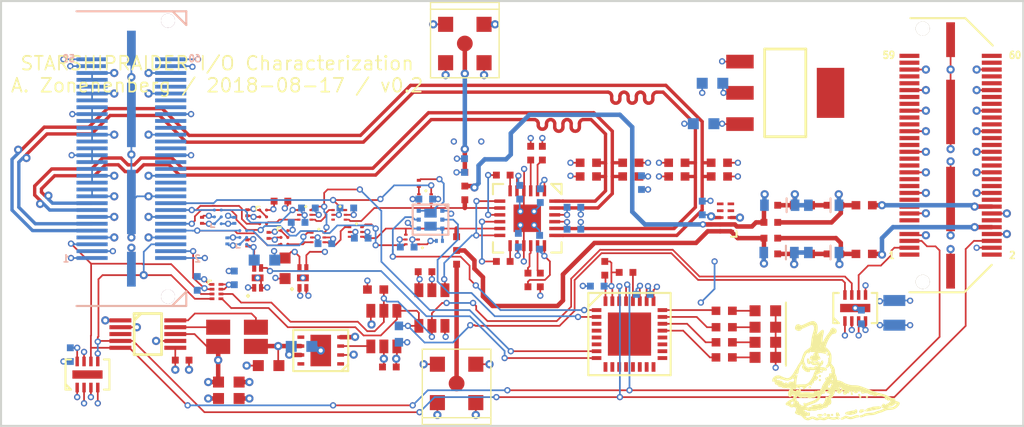
<source format=kicad_pcb>
(kicad_pcb (version 20171130) (host pcbnew "(6.0.0-rc1-dev-316-ga88831d7a)")
  (layers (0 F.Cu signal) (1 In1.Cu signal) (2 In2.Cu signal) (31 B.Cu signal) (34 B.Paste user) (35 F.Paste user) (36 B.SilkS user) (37 F.SilkS user) (38 B.Mask user) (39 F.Mask user) (44 Edge.Cuts user))
  (net 0 "")
  (net 1 /3V3)
  (net 2 /GND)
  (net 3 "/I/O Protection/RX0_PROT")
  (net 4 "/Output Buffers/TXD0_HI")
  (net 5 "/Output Buffers/VCCO_HI")
  (net 6 "/Output Buffers/VCCO_LO")
  (net 7 "/Output Buffers/TXD1_LO")
  (net 8 /TXD1_3V3)
  (net 9 /TXD0_3V3)
  (net 10 "/Output Buffers/TXD0_LO")
  (net 11 "/Output Buffers/TXD1_HI")
  (net 12 "/I/O Protection/RX1_PROT")
  (net 13 /VCCO_REF)
  (net 14 /5V0)
  (net 15 "/I2C Bus/I2C_SDA_5V0")
  (net 16 "/I2C Bus/I2C_SCL_5V0")
  (net 17 /VREF)
  (net 18 /2V5)
  (net 19 "Net-(U20-Pad3)")
  (net 20 /I2C_SDA)
  (net 21 /I2C_SCL)
  (net 22 "/Power Supply/VSHUNT_LO")
  (net 23 "/Power Supply/VSHUNT_HI")
  (net 24 /VCCO_EXT_REF)
  (net 25 "Net-(U19-Pad9)")
  (net 26 "Net-(U19-Pad10)")
  (net 27 "Net-(U19-Pad11)")
  (net 28 "Net-(U19-Pad12)")
  (net 29 "Net-(U19-Pad13)")
  (net 30 "Net-(U19-Pad14)")
  (net 31 "Net-(U19-Pad15)")
  (net 32 "Net-(U19-Pad16)")
  (net 33 "Net-(R2-Pad2)")
  (net 34 "Net-(R1-Pad2)")
  (net 35 "/Power Supply/VCCO_OVERVOLT")
  (net 36 "/Power Supply/VCCO_UNDERVOLT")
  (net 37 "/Power Supply/VCCO_OVERCURRENT")
  (net 38 "/Power Supply/VCCO_REF_TOOHIGH")
  (net 39 "/Power Supply/VCCO_IS_LO")
  (net 40 "/Output Buffers/VCCO_IS_HI")
  (net 41 "Net-(U19-Pad17)")
  (net 42 "Net-(U19-Pad18)")
  (net 43 "Net-(U19-Pad19)")
  (net 44 "Net-(U19-Pad20)")
  (net 45 "Net-(R5-Pad1)")
  (net 46 "Net-(R6-Pad1)")
  (net 47 /12V0)
  (net 48 "Net-(R3-Pad2)")
  (net 49 "Net-(R3-Pad1)")
  (net 50 "Net-(R4-Pad1)")
  (net 51 "Net-(R4-Pad2)")
  (net 52 "Net-(R8-Pad1)")
  (net 53 "Net-(R7-Pad1)")
  (net 54 /RXD1_N)
  (net 55 /RXD1_P)
  (net 56 /RXD0_P)
  (net 57 /RXD0_N)
  (net 58 "Net-(C17-Pad2)")
  (net 59 "Net-(D6-Pad2)")
  (net 60 "Net-(D4-Pad2)")
  (net 61 "Net-(D5-Pad2)")
  (net 62 "Net-(D7-Pad2)")
  (net 63 "Net-(D8-Pad2)")
  (net 64 "Net-(L4-Pad2)")
  (net 65 /IO0)
  (net 66 "Net-(C16-Pad1)")
  (net 67 "Net-(D2-Pad2)")
  (net 68 "Net-(L2-Pad2)")
  (net 69 /IO1)
  (net 70 "Net-(C20-Pad1)")
  (net 71 "Net-(J3-Pad59)")
  (net 72 "Net-(J3-Pad60)")
  (net 73 "Net-(J3-Pad57)")
  (net 74 "Net-(J3-Pad58)")
  (net 75 "Net-(J3-Pad53)")
  (net 76 "Net-(J3-Pad54)")
  (net 77 "Net-(J3-Pad51)")
  (net 78 "Net-(J3-Pad52)")
  (net 79 "Net-(J3-Pad47)")
  (net 80 "Net-(J3-Pad48)")
  (net 81 "Net-(J3-Pad45)")
  (net 82 "Net-(J3-Pad46)")
  (net 83 "Net-(J3-Pad41)")
  (net 84 "Net-(J3-Pad42)")
  (net 85 "Net-(J3-Pad39)")
  (net 86 "Net-(J3-Pad40)")
  (net 87 "Net-(J3-Pad35)")
  (net 88 "Net-(J3-Pad36)")
  (net 89 "Net-(J3-Pad33)")
  (net 90 "Net-(J3-Pad34)")
  (net 91 "Net-(J3-Pad29)")
  (net 92 "Net-(J3-Pad30)")
  (net 93 "Net-(J3-Pad27)")
  (net 94 "Net-(J3-Pad28)")
  (net 95 "Net-(J3-Pad23)")
  (net 96 "Net-(J3-Pad24)")
  (net 97 "Net-(J3-Pad21)")
  (net 98 "Net-(J3-Pad22)")
  (net 99 "Net-(J3-Pad17)")
  (net 100 "Net-(J3-Pad18)")
  (net 101 "Net-(J3-Pad15)")
  (net 102 "Net-(J3-Pad11)")
  (net 103 "Net-(J3-Pad12)")
  (net 104 "Net-(J3-Pad9)")
  (net 105 "Net-(J3-Pad1)")
  (net 106 "Net-(J3-Pad2)")
  (net 107 /OE0)
  (net 108 /OE1)
  (net 109 "Net-(J1-Pad22)")
  (net 110 "Net-(J1-Pad24)")
  (net 111 "Net-(J1-Pad28)")
  (net 112 "Net-(J1-Pad30)")
  (net 113 "Net-(J1-Pad34)")
  (net 114 "Net-(J1-Pad36)")
  (net 115 "Net-(J1-Pad40)")
  (net 116 "Net-(J1-Pad42)")
  (net 117 "Net-(J1-Pad46)")
  (net 118 "Net-(J1-Pad48)")
  (net 119 "Net-(J1-Pad52)")
  (net 120 "Net-(J1-Pad54)")
  (net 121 "Net-(D1-Pad4)")
  (net 122 "Net-(D1-Pad5)")
  (net 123 "Net-(D1-Pad7)")
  (net 124 "Net-(D1-Pad6)")
  (net 125 "/Output Buffers/TXD0_BEFORE_OE")
  (net 126 "Net-(U9-Pad3)")
  (net 127 "/Output Buffers/TXD1_BEFORE_OE")
  (net 128 "Net-(U10-Pad3)")
  (net 129 "Net-(R29-Pad1)")
  (net 130 "Net-(R28-Pad1)")
  (net 131 /CH0_TERM_EN)
  (net 132 /CH1_TERM_EN)
  (net 133 "Net-(Q1-PadD1)")
  (net 134 "Net-(Q1-PadD2)")
  (net 135 "Net-(U21-Pad3)")
  (net 136 "Net-(U22-Pad3)")
  (net 137 "Net-(J2-Pad1)")
  (net 138 "Net-(J4-Pad3)")
  (net 139 "/I/O Protection/TXD0_RAW")
  (net 140 "/I/O Protection/TXD1_RAW")
  (net 141 "Net-(U19-Pad3)")
  (net 142 "Net-(U19-Pad4)")
  (net 143 "Net-(U19-Pad5)")
  (net 144 "Net-(U19-Pad6)")
  (net 145 /VCCO)
  (module azonenberg_pcb:EIA_0402_CAP_NOSILK (layer B.Cu) (at 64.775 38 90)
    (fp_text reference C43 hide)
    (fp_text value "0.47 uF" hide)
    (pad 1 smd rect (at -0.5 0 90) (size 0.5 0.5) (layers B.Cu B.Paste B.Mask) (net 2 /GND))
    (pad 2 smd rect (at 0.5 0 90) (size 0.5 0.5) (layers B.Cu B.Paste B.Mask) (net 18 /2V5))
  )
  (module azonenberg_pcb:EIA_0402_CAP_NOSILK (layer B.Cu) (at 77.675 39.25 90)
    (fp_text reference C42 hide)
    (fp_text value "0.47 uF" hide)
    (pad 1 smd rect (at -0.5 0 90) (size 0.5 0.5) (layers B.Cu B.Paste B.Mask) (net 145 /VCCO))
    (pad 2 smd rect (at 0.5 0 90) (size 0.5 0.5) (layers B.Cu B.Paste B.Mask) (net 18 /2V5))
  )
  (module azonenberg_pcb:EIA_0402_CAP_NOSILK (layer B.Cu) (at 82.1 41.1 270)
    (fp_text reference C41 hide)
    (fp_text value "0.47 uF" hide)
    (pad 1 smd rect (at -0.5 0 270) (size 0.5 0.5) (layers B.Cu B.Paste B.Mask) (net 145 /VCCO))
    (pad 2 smd rect (at 0.5 0 270) (size 0.5 0.5) (layers B.Cu B.Paste B.Mask) (net 2 /GND))
  )
  (module azonenberg_pcb:CONN_MMCX_LINX_CONNMMCX002SMD (layer F.Cu) (at 64.2 53.9 90)
    (fp_text reference J6 hide)
    (fp_text value CONN_COAXIAL hide)
    (pad 2 smd rect (at -1.4 1.4 90) (size 1.1 1.1) (layers F.Cu F.Paste F.Mask) (net 2 /GND))
    (pad 2 smd rect (at -1.4 -1.4 90) (size 1.1 1.1) (layers F.Cu F.Paste F.Mask) (net 2 /GND))
    (pad 2 smd rect (at 1.4 -1.4 90) (size 1.1 1.1) (layers F.Cu F.Paste F.Mask) (net 2 /GND))
    (pad 2 smd rect (at 1.4 1.4 90) (size 1.1 1.1) (layers F.Cu F.Paste F.Mask) (net 2 /GND))
    (pad 1 smd circle (at 0 0 90) (size 1.15 1.15) (layers F.Cu F.Paste F.Mask) (net 137 "Net-(J2-Pad1)"))
  )
  (module azonenberg_pcb:CONN_MMCX_LINX_CONNMMCX002SMD (layer F.Cu) (at 64.8 29.1 270)
    (fp_text reference J5 hide)
    (fp_text value CONN_COAXIAL hide)
    (pad 1 smd circle (at 0 0 270) (size 1.15 1.15) (layers F.Cu F.Paste F.Mask) (net 138 "Net-(J4-Pad3)"))
    (pad 2 smd rect (at 1.4 1.4 270) (size 1.1 1.1) (layers F.Cu F.Paste F.Mask) (net 2 /GND))
    (pad 2 smd rect (at 1.4 -1.4 270) (size 1.1 1.1) (layers F.Cu F.Paste F.Mask) (net 2 /GND))
    (pad 2 smd rect (at -1.4 -1.4 270) (size 1.1 1.1) (layers F.Cu F.Paste F.Mask) (net 2 /GND))
    (pad 2 smd rect (at -1.4 1.4 270) (size 1.1 1.1) (layers F.Cu F.Paste F.Mask) (net 2 /GND))
  )
  (module azonenberg_pcb:EIA_0402_JUMPER (layer F.Cu) (at 64.8 39.5 90)
    (fp_text reference J4 hide)
    (fp_text value JUMPER_0402_SPDT hide)
    (pad 3 smd rect (at 1 0 90) (size 0.5 0.5) (layers F.Cu F.Paste F.Mask) (net 138 "Net-(J4-Pad3)"))
    (pad 2 smd rect (at 0 0 90) (size 0.5 0.5) (layers F.Cu F.Paste F.Mask) (net 140 "/I/O Protection/TXD1_RAW"))
    (pad 1 smd rect (at -1 0 90) (size 0.5 0.5) (layers F.Cu F.Paste F.Mask) (net 12 "/I/O Protection/RX1_PROT"))
  )
  (module azonenberg_pcb:EIA_0402_JUMPER (layer F.Cu) (at 64.2 44.2 90)
    (fp_text reference J2 hide)
    (fp_text value JUMPER_0402_SPDT hide)
    (pad 1 smd rect (at -1 0 90) (size 0.5 0.5) (layers F.Cu F.Paste F.Mask) (net 137 "Net-(J2-Pad1)"))
    (pad 2 smd rect (at 0 0 90) (size 0.5 0.5) (layers F.Cu F.Paste F.Mask) (net 139 "/I/O Protection/TXD0_RAW"))
    (pad 3 smd rect (at 1 0 90) (size 0.5 0.5) (layers F.Cu F.Paste F.Mask) (net 3 "/I/O Protection/RX0_PROT"))
  )
  (module azonenberg_pcb:EIA_0603_CAP_NOSILK (layer B.Cu) (at 52.9 51.2 180)
    (fp_text reference C40 hide)
    (fp_text value "4.7 uF" hide)
    (pad 1 smd rect (at -0.75 0 180) (size 0.8 0.8) (layers B.Cu B.Paste B.Mask) (net 2 /GND))
    (pad 2 smd rect (at 0.75 0 180) (size 0.8 0.8) (layers B.Cu B.Paste B.Mask) (net 14 /5V0))
  )
  (module azonenberg_pcb:EIA_0402_CAP_NOSILK (layer B.Cu) (at 77.8 47.4)
    (fp_text reference C31 hide)
    (fp_text value "0.47 uF" hide)
    (pad 1 smd rect (at -0.5 0) (size 0.5 0.5) (layers B.Cu B.Paste B.Mask) (net 14 /5V0))
    (pad 2 smd rect (at 0.5 0) (size 0.5 0.5) (layers B.Cu B.Paste B.Mask) (net 2 /GND))
  )
  (module azonenberg_pcb:EIA_0402_CAP_NOSILK (layer B.Cu) (at 60.6 43.95)
    (fp_text reference C39 hide)
    (fp_text value "0.47 uF" hide)
    (pad 2 smd rect (at 0.5 0) (size 0.5 0.5) (layers B.Cu B.Paste B.Mask) (net 2 /GND))
    (pad 1 smd rect (at -0.5 0) (size 0.5 0.5) (layers B.Cu B.Paste B.Mask) (net 14 /5V0))
  )
  (module azonenberg_pcb:EIA_0402_CAP_NOSILK (layer F.Cu) (at 44.2 52.2)
    (fp_text reference C33 hide)
    (fp_text value "0.47 uF" hide)
    (pad 1 smd rect (at -0.5 0) (size 0.5 0.5) (layers F.Cu F.Paste F.Mask) (net 1 /3V3))
    (pad 2 smd rect (at 0.5 0) (size 0.5 0.5) (layers F.Cu F.Paste F.Mask) (net 2 /GND))
  )
  (module azonenberg_pcb:EIA_0402_CAP_NOSILK (layer B.Cu) (at 74.45 46.8 180)
    (fp_text reference C32 hide)
    (fp_text value "0.47 uF" hide)
    (pad 2 smd rect (at 0.5 0 180) (size 0.5 0.5) (layers B.Cu B.Paste B.Mask) (net 2 /GND))
    (pad 1 smd rect (at -0.5 0 180) (size 0.5 0.5) (layers B.Cu B.Paste B.Mask) (net 1 /3V3))
  )
  (module azonenberg_pcb:EIA_0402_CAP_NOSILK (layer B.Cu) (at 61.95 40.45 180)
    (fp_text reference C38 hide)
    (fp_text value "0.47 uF" hide)
    (pad 1 smd rect (at -0.5 0 180) (size 0.5 0.5) (layers B.Cu B.Paste B.Mask) (net 14 /5V0))
    (pad 2 smd rect (at 0.5 0 180) (size 0.5 0.5) (layers B.Cu B.Paste B.Mask) (net 2 /GND))
  )
  (module azonenberg_pcb:EIA_0603_CAP_NOSILK (layer B.Cu) (at 82.85 32 180)
    (fp_text reference C37 hide)
    (fp_text value "4.7 uF" hide)
    (pad 2 smd rect (at 0.75 0 180) (size 0.8 0.8) (layers B.Cu B.Paste B.Mask) (net 2 /GND))
    (pad 1 smd rect (at -0.75 0 180) (size 0.8 0.8) (layers B.Cu B.Paste B.Mask) (net 18 /2V5))
  )
  (module azonenberg_pcb:EIA_0603_CAP_NOSILK (layer F.Cu) (at 47.6 55)
    (fp_text reference C36 hide)
    (fp_text value "4.7 uF" hide)
    (pad 1 smd rect (at -0.75 0) (size 0.8 0.8) (layers F.Cu F.Paste F.Mask) (net 145 /VCCO))
    (pad 2 smd rect (at 0.75 0) (size 0.8 0.8) (layers F.Cu F.Paste F.Mask) (net 2 /GND))
  )
  (module azonenberg_pcb:EIA_0603_CAP_NOSILK (layer F.Cu) (at 47.6 53.8)
    (fp_text reference C35 hide)
    (fp_text value "4.7 uF" hide)
    (pad 2 smd rect (at 0.75 0) (size 0.8 0.8) (layers F.Cu F.Paste F.Mask) (net 2 /GND))
    (pad 1 smd rect (at -0.75 0) (size 0.8 0.8) (layers F.Cu F.Paste F.Mask) (net 145 /VCCO))
  )
  (module azonenberg_pcb:EIA_0603_CAP_NOSILK (layer B.Cu) (at 82.2 34.95 180)
    (fp_text reference C34 hide)
    (fp_text value "4.7 uF" hide)
    (pad 1 smd rect (at -0.75 0 180) (size 0.8 0.8) (layers B.Cu B.Paste B.Mask) (net 14 /5V0))
    (pad 2 smd rect (at 0.75 0 180) (size 0.8 0.8) (layers B.Cu B.Paste B.Mask) (net 2 /GND))
  )
  (module azonenberg_pcb:DFN_6_0.35MM_1x1MM (layer F.Cu) (at 60.95 43.4 90)
    (fp_text reference U22 hide)
    (fp_text value DG3257DN-T1-GE4 hide)
    (fp_text user . (at -0.6 0.35 90) (layer F.SilkS) (effects (font (thickness 0.125))))
    (pad 3 smd rect (at 0.35 0.45 90) (size 0.15 0.25) (layers F.Cu F.Paste F.Mask) (net 136 "Net-(U22-Pad3)"))
    (pad 2 smd rect (at 0 0.45 90) (size 0.15 0.25) (layers F.Cu F.Paste F.Mask) (net 2 /GND))
    (pad 1 smd rect (at -0.35 0.45 90) (size 0.15 0.25) (layers F.Cu F.Paste F.Mask) (net 129 "Net-(R29-Pad1)"))
    (pad 4 smd rect (at 0.35 -0.45 90) (size 0.15 0.25) (layers F.Cu F.Paste F.Mask) (net 3 "/I/O Protection/RX0_PROT"))
    (pad 5 smd rect (at 0 -0.45 90) (size 0.15 0.25) (layers F.Cu F.Paste F.Mask) (net 14 /5V0))
    (pad 6 smd rect (at -0.35 -0.45 90) (size 0.15 0.25) (layers F.Cu F.Paste F.Mask) (net 107 /OE0))
  )
  (module azonenberg_pcb:DFN_6_0.35MM_1x1MM (layer F.Cu) (at 61.9 40.450001 270)
    (fp_text reference U21 hide)
    (fp_text value DG3257DN-T1-GE4 hide)
    (fp_text user . (at -0.6 0.35 270) (layer F.SilkS) (effects (font (thickness 0.125))))
    (pad 6 smd rect (at -0.35 -0.45 270) (size 0.15 0.25) (layers F.Cu F.Paste F.Mask) (net 108 /OE1))
    (pad 5 smd rect (at 0 -0.45 270) (size 0.15 0.25) (layers F.Cu F.Paste F.Mask) (net 14 /5V0))
    (pad 4 smd rect (at 0.35 -0.45 270) (size 0.15 0.25) (layers F.Cu F.Paste F.Mask) (net 12 "/I/O Protection/RX1_PROT"))
    (pad 1 smd rect (at -0.35 0.45 270) (size 0.15 0.25) (layers F.Cu F.Paste F.Mask) (net 130 "Net-(R28-Pad1)"))
    (pad 2 smd rect (at 0 0.45 270) (size 0.15 0.25) (layers F.Cu F.Paste F.Mask) (net 2 /GND))
    (pad 3 smd rect (at 0.35 0.45 270) (size 0.15 0.25) (layers F.Cu F.Paste F.Mask) (net 135 "Net-(U21-Pad3)"))
  )
  (module azonenberg_pcb:DFN_6_0.65MM_2x2MM_GDS (layer B.Cu) (at 62.3 41.95 270)
    (fp_text reference Q1 hide)
    (fp_text value SSM6N58NU_DUAL_NMOS hide)
    (pad S1 smd rect (at -0.65 -0.86 270) (size 0.3 0.3) (layers B.Cu B.Paste B.Mask) (net 2 /GND))
    (pad G1 smd rect (at 0 -0.86 270) (size 0.3 0.3) (layers B.Cu B.Paste B.Mask) (net 132 /CH1_TERM_EN))
    (pad D2 smd rect (at 0.65 -0.86 270) (size 0.3 0.3) (layers B.Cu B.Paste B.Mask) (net 134 "Net-(Q1-PadD2)"))
    (pad S2 smd rect (at 0.65 0.86 270) (size 0.3 0.3) (layers B.Cu B.Paste B.Mask) (net 2 /GND))
    (pad G2 smd rect (at 0 0.86 270) (size 0.3 0.3) (layers B.Cu B.Paste B.Mask) (net 131 /CH0_TERM_EN))
    (pad D1 smd rect (at -0.65 0.86 270) (size 0.3 0.3) (layers B.Cu B.Paste B.Mask) (net 133 "Net-(Q1-PadD1)"))
    (pad D2 smd rect (at 0.475 0 270) (size 0.65 0.9) (layers B.Cu B.Paste B.Mask) (net 134 "Net-(Q1-PadD2)"))
    (pad D1 smd rect (at -0.475 0 270) (size 0.65 0.9) (layers B.Cu B.Paste B.Mask) (net 133 "Net-(Q1-PadD1)"))
  )
  (module azonenberg_pcb:EIA_0201_RES_NOSILK (layer B.Cu) (at 62.95 43.5)
    (fp_text reference R29 hide)
    (fp_text value 50 hide)
    (pad 2 smd rect (at 0.22 0) (size 0.21 0.3) (layers B.Cu B.Paste B.Mask) (net 134 "Net-(Q1-PadD2)"))
    (pad 1 smd rect (at -0.22 0) (size 0.21 0.3) (layers B.Cu B.Paste B.Mask) (net 129 "Net-(R29-Pad1)"))
  )
  (module azonenberg_pcb:EIA_0201_RES_NOSILK (layer F.Cu) (at 61.45 39.3 90)
    (fp_text reference R28 hide)
    (fp_text value 50 hide)
    (pad 1 smd rect (at -0.22 0 90) (size 0.21 0.3) (layers F.Cu F.Paste F.Mask) (net 130 "Net-(R28-Pad1)"))
    (pad 2 smd rect (at 0.22 0 90) (size 0.21 0.3) (layers F.Cu F.Paste F.Mask) (net 133 "Net-(Q1-PadD1)"))
  )
  (module azonenberg_pcb:EIA_0402_CAP_NOSILK (layer B.Cu) (at 72.75 42.65)
    (fp_text reference C30 hide)
    (fp_text value "0.47 uF" hide)
    (pad 2 smd rect (at 0.5 0) (size 0.5 0.5) (layers B.Cu B.Paste B.Mask) (net 2 /GND))
    (pad 1 smd rect (at -0.5 0) (size 0.5 0.5) (layers B.Cu B.Paste B.Mask) (net 18 /2V5))
  )
  (module azonenberg_pcb:EIA_0402_CAP_NOSILK (layer B.Cu) (at 72.75 41.05)
    (fp_text reference C29 hide)
    (fp_text value "0.47 uF" hide)
    (pad 1 smd rect (at -0.5 0) (size 0.5 0.5) (layers B.Cu B.Paste B.Mask) (net 18 /2V5))
    (pad 2 smd rect (at 0.5 0) (size 0.5 0.5) (layers B.Cu B.Paste B.Mask) (net 2 /GND))
  )
  (module azonenberg_pcb:EIA_0402_CAP_NOSILK (layer B.Cu) (at 70.25 43.6 90)
    (fp_text reference C28 hide)
    (fp_text value "0.47 uF" hide)
    (pad 2 smd rect (at 0.5 0 90) (size 0.5 0.5) (layers B.Cu B.Paste B.Mask) (net 2 /GND))
    (pad 1 smd rect (at -0.5 0 90) (size 0.5 0.5) (layers B.Cu B.Paste B.Mask) (net 18 /2V5))
  )
  (module azonenberg_pcb:EIA_0402_CAP_NOSILK (layer B.Cu) (at 68.8 39.95 270)
    (fp_text reference C27 hide)
    (fp_text value "0.47 uF" hide)
    (pad 1 smd rect (at -0.5 0 270) (size 0.5 0.5) (layers B.Cu B.Paste B.Mask) (net 47 /12V0))
    (pad 2 smd rect (at 0.5 0 270) (size 0.5 0.5) (layers B.Cu B.Paste B.Mask) (net 2 /GND))
  )
  (module azonenberg_pcb:EIA_0402_CAP_NOSILK (layer B.Cu) (at 70.3 40.2 270)
    (fp_text reference C26 hide)
    (fp_text value "0.47 uF" hide)
    (pad 2 smd rect (at 0.5 0 270) (size 0.5 0.5) (layers B.Cu B.Paste B.Mask) (net 2 /GND))
    (pad 1 smd rect (at -0.5 0 270) (size 0.5 0.5) (layers B.Cu B.Paste B.Mask) (net 18 /2V5))
  )
  (module azonenberg_pcb:EIA_0402_CAP_NOSILK (layer B.Cu) (at 68.7 43.45 90)
    (fp_text reference C25 hide)
    (fp_text value "0.47 uF" hide)
    (pad 1 smd rect (at -0.5 0 90) (size 0.5 0.5) (layers B.Cu B.Paste B.Mask) (net 47 /12V0))
    (pad 2 smd rect (at 0.5 0 90) (size 0.5 0.5) (layers B.Cu B.Paste B.Mask) (net 2 /GND))
  )
  (module azonenberg_pcb:EIA_0402_CAP_NOSILK (layer B.Cu) (at 53.4 41.1 180)
    (fp_text reference C22 hide)
    (fp_text value "0.47 uF" hide)
    (pad 2 smd rect (at 0.5 0 180) (size 0.5 0.5) (layers B.Cu B.Paste B.Mask) (net 2 /GND))
    (pad 1 smd rect (at -0.5 0 180) (size 0.5 0.5) (layers B.Cu B.Paste B.Mask) (net 14 /5V0))
  )
  (module azonenberg_pcb:EIA_0402_CAP_NOSILK (layer B.Cu) (at 56.2 41.1 180)
    (fp_text reference C24 hide)
    (fp_text value "0.47 uF" hide)
    (pad 1 smd rect (at -0.5 0 180) (size 0.5 0.5) (layers B.Cu B.Paste B.Mask) (net 14 /5V0))
    (pad 2 smd rect (at 0.5 0 180) (size 0.5 0.5) (layers B.Cu B.Paste B.Mask) (net 2 /GND))
  )
  (module azonenberg_pcb:EIA_0402_CAP_NOSILK (layer B.Cu) (at 57.25 43.3 180)
    (fp_text reference C23 hide)
    (fp_text value "0.47 uF" hide)
    (pad 2 smd rect (at 0.5 0 180) (size 0.5 0.5) (layers B.Cu B.Paste B.Mask) (net 2 /GND))
    (pad 1 smd rect (at -0.5 0 180) (size 0.5 0.5) (layers B.Cu B.Paste B.Mask) (net 14 /5V0))
  )
  (module azonenberg_pcb:EIA_0402_CAP_NOSILK (layer B.Cu) (at 54.6 43.7 180)
    (fp_text reference C21 hide)
    (fp_text value "0.47 uF" hide)
    (pad 1 smd rect (at -0.5 0 180) (size 0.5 0.5) (layers B.Cu B.Paste B.Mask) (net 14 /5V0))
    (pad 2 smd rect (at 0.5 0 180) (size 0.5 0.5) (layers B.Cu B.Paste B.Mask) (net 2 /GND))
  )
  (module azonenberg_pcb:BGA_6_1.5x0.9_0.5MM_TI_YZP (layer B.Cu) (at 46.8 41.75)
    (fp_text reference U4 hide)
    (fp_text value 74AVCH1T45_DSBGA hide)
    (pad C2 smd circle (at 0.25 -0.5) (size 0.225 0.225) (layers B.Cu B.Mask) (net 7 "/Output Buffers/TXD1_LO"))
    (pad B2 smd circle (at 0.25 0) (size 0.225 0.225) (layers B.Cu B.Mask) (net 1 /3V3))
    (pad A2 smd circle (at 0.25 0.5) (size 0.225 0.225) (layers B.Cu B.Mask) (net 6 "/Output Buffers/VCCO_LO"))
    (pad C1 smd circle (at -0.25 -0.5) (size 0.225 0.225) (layers B.Cu B.Mask) (net 8 /TXD1_3V3))
    (pad B1 smd circle (at -0.25 0) (size 0.225 0.225) (layers B.Cu B.Mask) (net 2 /GND))
    (pad A1 smd circle (at -0.25 0.5) (size 0.225 0.225) (layers B.Cu B.Mask) (net 1 /3V3))
  )
  (module azonenberg_pcb:EIA_0201_CAP_NOSILK (layer B.Cu) (at 47.5 43.5 90)
    (fp_text reference C1 hide)
    (fp_text value "0.1 uF" hide)
    (pad 2 smd rect (at 0.22 0 90) (size 0.21 0.3) (layers B.Cu B.Paste B.Mask) (net 2 /GND))
    (pad 1 smd rect (at -0.22 0 90) (size 0.21 0.3) (layers B.Cu B.Paste B.Mask) (net 1 /3V3))
  )
  (module azonenberg_pcb:EIA_0201_CAP_NOSILK (layer F.Cu) (at 45.65 42 90)
    (fp_text reference C2 hide)
    (fp_text value "0.1 uF" hide)
    (pad 1 smd rect (at -0.22 0 90) (size 0.21 0.3) (layers F.Cu F.Paste F.Mask) (net 1 /3V3))
    (pad 2 smd rect (at 0.22 0 90) (size 0.21 0.3) (layers F.Cu F.Paste F.Mask) (net 2 /GND))
  )
  (module azonenberg_pcb:EIA_0201_CAP_NOSILK (layer B.Cu) (at 48 42 90)
    (fp_text reference C6 hide)
    (fp_text value "0.1 uF" hide)
    (pad 2 smd rect (at 0.22 0 90) (size 0.21 0.3) (layers B.Cu B.Paste B.Mask) (net 2 /GND))
    (pad 1 smd rect (at -0.22 0 90) (size 0.21 0.3) (layers B.Cu B.Paste B.Mask) (net 6 "/Output Buffers/VCCO_LO"))
  )
  (module azonenberg_pcb:EIA_0201_CAP_NOSILK (layer F.Cu) (at 50.5 43.1 270)
    (fp_text reference C3 hide)
    (fp_text value "0.1 uF" hide)
    (pad 1 smd rect (at -0.22 0 270) (size 0.21 0.3) (layers F.Cu F.Paste F.Mask) (net 1 /3V3))
    (pad 2 smd rect (at 0.22 0 270) (size 0.21 0.3) (layers F.Cu F.Paste F.Mask) (net 2 /GND))
  )
  (module azonenberg_pcb:EIA_0201_CAP_NOSILK (layer F.Cu) (at 48.95 43.65 90)
    (fp_text reference C5 hide)
    (fp_text value "0.1 uF" hide)
    (pad 2 smd rect (at 0.22 0 90) (size 0.21 0.3) (layers F.Cu F.Paste F.Mask) (net 2 /GND))
    (pad 1 smd rect (at -0.22 0 90) (size 0.21 0.3) (layers F.Cu F.Paste F.Mask) (net 6 "/Output Buffers/VCCO_LO"))
  )
  (module azonenberg_pcb:EIA_0201_CAP_NOSILK (layer F.Cu) (at 48.95 41.45 270)
    (fp_text reference C4 hide)
    (fp_text value "0.1 uF" hide)
    (pad 1 smd rect (at -0.22 0 270) (size 0.21 0.3) (layers F.Cu F.Paste F.Mask) (net 1 /3V3))
    (pad 2 smd rect (at 0.22 0 270) (size 0.21 0.3) (layers F.Cu F.Paste F.Mask) (net 2 /GND))
  )
  (module azonenberg_pcb:BGA_6_1.5x0.9_0.5MM_TI_YZP (layer B.Cu) (at 48.65 43.25)
    (fp_text reference U3 hide)
    (fp_text value 74AVCH1T45_DSBGA hide)
    (pad A1 smd circle (at -0.25 0.5) (size 0.225 0.225) (layers B.Cu B.Mask) (net 1 /3V3))
    (pad B1 smd circle (at -0.25 0) (size 0.225 0.225) (layers B.Cu B.Mask) (net 2 /GND))
    (pad C1 smd circle (at -0.25 -0.5) (size 0.225 0.225) (layers B.Cu B.Mask) (net 9 /TXD0_3V3))
    (pad A2 smd circle (at 0.25 0.5) (size 0.225 0.225) (layers B.Cu B.Mask) (net 6 "/Output Buffers/VCCO_LO"))
    (pad B2 smd circle (at 0.25 0) (size 0.225 0.225) (layers B.Cu B.Mask) (net 1 /3V3))
    (pad C2 smd circle (at 0.25 -0.5) (size 0.225 0.225) (layers B.Cu B.Mask) (net 10 "/Output Buffers/TXD0_LO"))
  )
  (module azonenberg_pcb:BGA_6_1.5x0.9_0.5MM_TI_YZP (layer F.Cu) (at 50.1 41.75)
    (fp_text reference U6 hide)
    (fp_text value 74LVC1T45_DSBGA hide)
    (pad A1 smd circle (at -0.25 -0.5) (size 0.225 0.225) (layers F.Cu F.Mask) (net 1 /3V3))
    (pad B1 smd circle (at -0.25 0) (size 0.225 0.225) (layers F.Cu F.Mask) (net 2 /GND))
    (pad C1 smd circle (at -0.25 0.5) (size 0.225 0.225) (layers F.Cu F.Mask) (net 8 /TXD1_3V3))
    (pad A2 smd circle (at 0.25 -0.5) (size 0.225 0.225) (layers F.Cu F.Mask) (net 5 "/Output Buffers/VCCO_HI"))
    (pad B2 smd circle (at 0.25 0) (size 0.225 0.225) (layers F.Cu F.Mask) (net 1 /3V3))
    (pad C2 smd circle (at 0.25 0.5) (size 0.225 0.225) (layers F.Cu F.Mask) (net 11 "/Output Buffers/TXD1_HI"))
  )
  (module azonenberg_pcb:BGA_6_1.5x0.9_0.5MM_TI_YZP (layer F.Cu) (at 51.65 43.25)
    (fp_text reference U5 hide)
    (fp_text value 74LVC1T45_DSBGA hide)
    (pad C2 smd circle (at 0.25 0.5) (size 0.225 0.225) (layers F.Cu F.Mask) (net 4 "/Output Buffers/TXD0_HI"))
    (pad B2 smd circle (at 0.25 0) (size 0.225 0.225) (layers F.Cu F.Mask) (net 1 /3V3))
    (pad A2 smd circle (at 0.25 -0.5) (size 0.225 0.225) (layers F.Cu F.Mask) (net 5 "/Output Buffers/VCCO_HI"))
    (pad C1 smd circle (at -0.25 0.5) (size 0.225 0.225) (layers F.Cu F.Mask) (net 9 /TXD0_3V3))
    (pad B1 smd circle (at -0.25 0) (size 0.225 0.225) (layers F.Cu F.Mask) (net 2 /GND))
    (pad A1 smd circle (at -0.25 -0.5) (size 0.225 0.225) (layers F.Cu F.Mask) (net 1 /3V3))
  )
  (module azonenberg_pcb:DFN_6_0.35MM_1x1MM (layer F.Cu) (at 53.15 41.6 270)
    (fp_text reference U8 hide)
    (fp_text value DG3257DN-T1-GE4 hide)
    (fp_text user . (at -0.6 0.35 270) (layer F.SilkS) (effects (font (thickness 0.125))))
    (pad 6 smd rect (at -0.35 -0.45 270) (size 0.15 0.25) (layers F.Cu F.Paste F.Mask) (net 40 "/Output Buffers/VCCO_IS_HI"))
    (pad 5 smd rect (at 0 -0.45 270) (size 0.15 0.25) (layers F.Cu F.Paste F.Mask) (net 14 /5V0))
    (pad 4 smd rect (at 0.35 -0.45 270) (size 0.15 0.25) (layers F.Cu F.Paste F.Mask) (net 127 "/Output Buffers/TXD1_BEFORE_OE"))
    (pad 1 smd rect (at -0.35 0.45 270) (size 0.15 0.25) (layers F.Cu F.Paste F.Mask) (net 7 "/Output Buffers/TXD1_LO"))
    (pad 2 smd rect (at 0 0.45 270) (size 0.15 0.25) (layers F.Cu F.Paste F.Mask) (net 2 /GND))
    (pad 3 smd rect (at 0.35 0.45 270) (size 0.15 0.25) (layers F.Cu F.Paste F.Mask) (net 11 "/Output Buffers/TXD1_HI"))
  )
  (module azonenberg_pcb:DFN_8_0.5MM_2x3MM (layer F.Cu) (at 93.25 48.4)
    (fp_text reference U17 hide)
    (fp_text value LTC2451 hide)
    (pad PAD smd rect (at 0 0) (size 2.2 0.61) (layers F.Cu F.Paste F.Mask) (net 2 /GND))
    (pad 1 smd rect (at -0.75 0.95) (size 0.25 0.7) (layers F.Cu F.Paste F.Mask) (net 2 /GND))
    (pad 2 smd rect (at -0.25 0.95) (size 0.25 0.7) (layers F.Cu F.Paste F.Mask) (net 2 /GND))
    (pad 3 smd rect (at 0.25 0.95) (size 0.25 0.7) (layers F.Cu F.Paste F.Mask) (net 14 /5V0))
    (pad 4 smd rect (at 0.75 0.95) (size 0.25 0.7) (layers F.Cu F.Paste F.Mask) (net 14 /5V0))
    (pad 5 smd rect (at 0.75 -0.95) (size 0.25 0.7) (layers F.Cu F.Paste F.Mask) (net 2 /GND))
    (pad 6 smd rect (at 0.25 -0.95) (size 0.25 0.7) (layers F.Cu F.Paste F.Mask) (net 24 /VCCO_EXT_REF))
    (pad 7 smd rect (at -0.25 -0.95) (size 0.25 0.7) (layers F.Cu F.Paste F.Mask) (net 16 "/I2C Bus/I2C_SCL_5V0"))
    (pad 8 smd rect (at -0.75 -0.95) (size 0.25 0.7) (layers F.Cu F.Paste F.Mask) (net 15 "/I2C Bus/I2C_SDA_5V0"))
  )
  (module azonenberg_pcb:DFN_10_0.5MM_2.5x1MM (layer F.Cu) (at 83.8 41.8 90)
    (fp_text reference D1 hide)
    (fp_text value PUSB3FA2Z hide)
    (pad 10 smd rect (at -1 -0.3875 90) (size 0.2 0.475) (layers F.Cu F.Paste F.Mask) (net 139 "/I/O Protection/TXD0_RAW"))
    (pad 9 smd rect (at -0.5 -0.3875 90) (size 0.2 0.475) (layers F.Cu F.Paste F.Mask) (net 140 "/I/O Protection/TXD1_RAW"))
    (pad 8 smd rect (at 0 -0.3875 90) (size 0.2 0.475) (layers F.Cu F.Paste F.Mask) (net 2 /GND))
    (pad 7 smd rect (at 0.5 -0.3875 90) (size 0.2 0.475) (layers F.Cu F.Paste F.Mask) (net 123 "Net-(D1-Pad7)"))
    (pad 6 smd rect (at 1 -0.3875 90) (size 0.2 0.475) (layers F.Cu F.Paste F.Mask) (net 124 "Net-(D1-Pad6)"))
    (pad 1 smd rect (at -1 0.3875 90) (size 0.2 0.475) (layers F.Cu F.Paste F.Mask) (net 139 "/I/O Protection/TXD0_RAW"))
    (pad 2 smd rect (at -0.5 0.3875 90) (size 0.2 0.475) (layers F.Cu F.Paste F.Mask) (net 140 "/I/O Protection/TXD1_RAW"))
    (pad 3 smd rect (at 0 0.3875 90) (size 0.2 0.475) (layers F.Cu F.Paste F.Mask) (net 2 /GND))
    (pad 4 smd rect (at 0.5 0.3875 90) (size 0.2 0.475) (layers F.Cu F.Paste F.Mask) (net 121 "Net-(D1-Pad4)"))
    (pad 5 smd rect (at 1 0.3875 90) (size 0.2 0.475) (layers F.Cu F.Paste F.Mask) (net 122 "Net-(D1-Pad5)"))
  )
  (module azonenberg_pcb:DFN_8_0.35MM_1x1.4MM (layer F.Cu) (at 46.7 47.2 270)
    (fp_text reference U14 hide)
    (fp_text value PCA9306 hide)
    (pad 8 smd rect (at -0.525 -0.325 270) (size 0.2 0.35) (layers F.Cu F.Paste F.Mask) (net 14 /5V0))
    (pad 7 smd rect (at -0.175 -0.325 270) (size 0.2 0.35) (layers F.Cu F.Paste F.Mask) (net 14 /5V0))
    (pad 6 smd rect (at 0.175 -0.325 270) (size 0.2 0.35) (layers F.Cu F.Paste F.Mask) (net 16 "/I2C Bus/I2C_SCL_5V0"))
    (pad 5 smd rect (at 0.525 -0.325 270) (size 0.2 0.35) (layers F.Cu F.Paste F.Mask) (net 15 "/I2C Bus/I2C_SDA_5V0"))
    (pad 1 smd rect (at -0.525 0.325 270) (size 0.2 0.35) (layers F.Cu F.Paste F.Mask) (net 2 /GND))
    (pad 2 smd rect (at -0.175 0.325 270) (size 0.2 0.35) (layers F.Cu F.Paste F.Mask) (net 1 /3V3))
    (pad 3 smd rect (at 0.175 0.325 270) (size 0.2 0.35) (layers F.Cu F.Paste F.Mask) (net 21 /I2C_SCL))
    (pad 4 smd rect (at 0.525 0.325 270) (size 0.2 0.35) (layers F.Cu F.Paste F.Mask) (net 20 /I2C_SDA))
  )
  (module azonenberg_pcb:DFN_6_0.35MM_1x1MM (layer F.Cu) (at 55.65 41.6 270)
    (fp_text reference U10 hide)
    (fp_text value DG3257DN-T1-GE4 hide)
    (fp_text user . (at -0.6 0.35 270) (layer F.SilkS) (effects (font (thickness 0.125))))
    (pad 3 smd rect (at 0.35 0.45 270) (size 0.15 0.25) (layers F.Cu F.Paste F.Mask) (net 128 "Net-(U10-Pad3)"))
    (pad 2 smd rect (at 0 0.45 270) (size 0.15 0.25) (layers F.Cu F.Paste F.Mask) (net 2 /GND))
    (pad 1 smd rect (at -0.35 0.45 270) (size 0.15 0.25) (layers F.Cu F.Paste F.Mask) (net 127 "/Output Buffers/TXD1_BEFORE_OE"))
    (pad 4 smd rect (at 0.35 -0.45 270) (size 0.15 0.25) (layers F.Cu F.Paste F.Mask) (net 12 "/I/O Protection/RX1_PROT"))
    (pad 5 smd rect (at 0 -0.45 270) (size 0.15 0.25) (layers F.Cu F.Paste F.Mask) (net 14 /5V0))
    (pad 6 smd rect (at -0.35 -0.45 270) (size 0.15 0.25) (layers F.Cu F.Paste F.Mask) (net 108 /OE1))
  )
  (module azonenberg_pcb:DFN_6_0.35MM_1x1MM (layer F.Cu) (at 54.1 43.25 270)
    (fp_text reference U7 hide)
    (fp_text value DG3257DN-T1-GE4 hide)
    (fp_text user . (at -0.6 0.35 270) (layer F.SilkS) (effects (font (thickness 0.125))))
    (pad 3 smd rect (at 0.35 0.45 270) (size 0.15 0.25) (layers F.Cu F.Paste F.Mask) (net 4 "/Output Buffers/TXD0_HI"))
    (pad 2 smd rect (at 0 0.45 270) (size 0.15 0.25) (layers F.Cu F.Paste F.Mask) (net 2 /GND))
    (pad 1 smd rect (at -0.35 0.45 270) (size 0.15 0.25) (layers F.Cu F.Paste F.Mask) (net 10 "/Output Buffers/TXD0_LO"))
    (pad 4 smd rect (at 0.35 -0.45 270) (size 0.15 0.25) (layers F.Cu F.Paste F.Mask) (net 125 "/Output Buffers/TXD0_BEFORE_OE"))
    (pad 5 smd rect (at 0 -0.45 270) (size 0.15 0.25) (layers F.Cu F.Paste F.Mask) (net 14 /5V0))
    (pad 6 smd rect (at -0.35 -0.45 270) (size 0.15 0.25) (layers F.Cu F.Paste F.Mask) (net 40 "/Output Buffers/VCCO_IS_HI"))
  )
  (module azonenberg_pcb:DFN_6_0.35MM_1x1MM (layer F.Cu) (at 56.85 42.85 270)
    (fp_text reference U9 hide)
    (fp_text value DG3257DN-T1-GE4 hide)
    (fp_text user . (at -0.6 0.35 270) (layer F.SilkS) (effects (font (thickness 0.125))))
    (pad 6 smd rect (at -0.35 -0.45 270) (size 0.15 0.25) (layers F.Cu F.Paste F.Mask) (net 107 /OE0))
    (pad 5 smd rect (at 0 -0.45 270) (size 0.15 0.25) (layers F.Cu F.Paste F.Mask) (net 14 /5V0))
    (pad 4 smd rect (at 0.35 -0.45 270) (size 0.15 0.25) (layers F.Cu F.Paste F.Mask) (net 3 "/I/O Protection/RX0_PROT"))
    (pad 1 smd rect (at -0.35 0.45 270) (size 0.15 0.25) (layers F.Cu F.Paste F.Mask) (net 125 "/Output Buffers/TXD0_BEFORE_OE"))
    (pad 2 smd rect (at 0 0.45 270) (size 0.15 0.25) (layers F.Cu F.Paste F.Mask) (net 2 /GND))
    (pad 3 smd rect (at 0.35 0.45 270) (size 0.15 0.25) (layers F.Cu F.Paste F.Mask) (net 126 "Net-(U9-Pad3)"))
  )
  (module azonenberg_pcb:DFN_8_0.65MM_3x3MM (layer F.Cu) (at 54.3 51.5 90)
    (fp_text reference U1 hide)
    (fp_text value ISL24021IRT065Z-T7A‎ hide)
    (pad PAD smd rect (at 0 0 90) (size 2.3 1.5) (layers F.Cu F.Paste F.Mask) (net 2 /GND))
    (pad 4 smd rect (at 0.975 1.45 90) (size 0.25 0.5) (layers F.Cu F.Paste F.Mask) (net 2 /GND))
    (pad 3 smd rect (at 0.325 1.45 90) (size 0.25 0.5) (layers F.Cu F.Paste F.Mask) (net 13 /VCCO_REF))
    (pad 2 smd rect (at -0.325 1.45 90) (size 0.25 0.5) (layers F.Cu F.Paste F.Mask) (net 58 "Net-(C17-Pad2)"))
    (pad 1 smd rect (at -0.975 1.45 90) (size 0.25 0.5) (layers F.Cu F.Paste F.Mask))
    (pad 5 smd rect (at 0.975 -1.45 90) (size 0.25 0.5) (layers F.Cu F.Paste F.Mask))
    (pad 6 smd rect (at 0.325 -1.45 90) (size 0.25 0.5) (layers F.Cu F.Paste F.Mask) (net 58 "Net-(C17-Pad2)"))
    (pad 7 smd rect (at -0.325 -1.45 90) (size 0.25 0.5) (layers F.Cu F.Paste F.Mask) (net 14 /5V0))
    (pad 8 smd rect (at -0.975 -1.45 90) (size 0.25 0.5) (layers F.Cu F.Paste F.Mask))
  )
  (module azonenberg_pcb:SOD323 (layer B.Cu) (at 87.7 44.35 180)
    (fp_text reference D3 hide)
    (fp_text value ‎NSR0240HT1G‎ hide)
    (pad 2 smd rect (at 1.115 0 180) (size 0.63 0.83) (layers B.Cu B.Paste B.Mask) (net 2 /GND))
    (pad 1 smd rect (at -1.115 0 180) (size 0.63 0.83) (layers B.Cu B.Paste B.Mask) (net 67 "Net-(D2-Pad2)"))
  )
  (module azonenberg_pcb:SOD323 (layer B.Cu) (at 90.95 40.9 180)
    (fp_text reference D8 hide)
    (fp_text value ‎NSR0240HT1G‎ hide)
    (pad 1 smd rect (at -1.115 0 180) (size 0.63 0.83) (layers B.Cu B.Paste B.Mask) (net 145 /VCCO))
    (pad 2 smd rect (at 1.115 0 180) (size 0.63 0.83) (layers B.Cu B.Paste B.Mask) (net 63 "Net-(D8-Pad2)"))
  )
  (module azonenberg_pcb:SOD323 (layer B.Cu) (at 87.75 40.9 180)
    (fp_text reference D9 hide)
    (fp_text value ‎NSR0240HT1G‎ hide)
    (pad 2 smd rect (at 1.115 0 180) (size 0.63 0.83) (layers B.Cu B.Paste B.Mask) (net 2 /GND))
    (pad 1 smd rect (at -1.115 0 180) (size 0.63 0.83) (layers B.Cu B.Paste B.Mask) (net 63 "Net-(D8-Pad2)"))
  )
  (module azonenberg_pcb:SOD323 (layer B.Cu) (at 90.95 44.35 180)
    (fp_text reference D2 hide)
    (fp_text value ‎NSR0240HT1G‎ hide)
    (pad 1 smd rect (at -1.115 0 180) (size 0.63 0.83) (layers B.Cu B.Paste B.Mask) (net 145 /VCCO))
    (pad 2 smd rect (at 1.115 0 180) (size 0.63 0.83) (layers B.Cu B.Paste B.Mask) (net 67 "Net-(D2-Pad2)"))
  )
  (module azonenberg_pcb:CONN_SAMTEC_QSH-030-01-L-D-A (layer B.Cu) (at 40.5 37.5)
    (fp_text reference J1 hide)
    (fp_text value STARSHIPRAIDER_IOBOARD_MODULE hide)
    (fp_text user 1 (at -4.765 7.3) (layer B.SilkS) (effects (font (size 0.508 0.457) (thickness 0.11425)) (justify mirror)))
    (fp_text user 2 (at 4.815 7.3) (layer B.SilkS) (effects (font (size 0.508 0.457) (thickness 0.11425)) (justify mirror)))
    (fp_text user 60 (at 4.615 -7.3) (layer B.SilkS) (effects (font (size 0.508 0.457) (thickness 0.11425)) (justify mirror)))
    (fp_text user 59 (at -4.565 -7.3) (layer B.SilkS) (effects (font (size 0.508 0.457) (thickness 0.11425)) (justify mirror)))
    (pad "" thru_hole circle (at 2.67 10.065) (size 1.02 1.02) (drill 1.02) (layers *.Cu *.Mask B.SilkS))
    (pad 59 smd rect (at -2.865 -7.25) (size 2.27 0.279) (layers B.Cu B.Paste B.Mask) (net 47 /12V0))
    (pad GND smd rect (at 0 -3.191) (size 0.64 4.7) (layers B.Cu B.Paste B.Mask) (net 2 /GND))
    (pad GND smd rect (at 0 3.159) (size 0.64 4.7) (layers B.Cu B.Paste B.Mask) (net 2 /GND))
    (pad GND smd rect (at 0 -8.065) (size 0.64 2.54) (layers B.Cu B.Paste B.Mask) (net 2 /GND))
    (pad GND smd rect (at 0 8.065) (size 0.64 2.54) (layers B.Cu B.Paste B.Mask) (net 2 /GND))
    (pad "" thru_hole circle (at 2.67 -10.065) (size 1.02 1.02) (drill 1.02) (layers *.Cu *.Mask B.SilkS))
    (pad 60 smd rect (at 2.865 -7.25) (size 2.27 0.279) (layers B.Cu B.Paste B.Mask) (net 47 /12V0))
    (pad 57 smd rect (at -2.865 -6.75) (size 2.27 0.279) (layers B.Cu B.Paste B.Mask) (net 1 /3V3))
    (pad 58 smd rect (at 2.865 -6.75) (size 2.27 0.279) (layers B.Cu B.Paste B.Mask) (net 1 /3V3))
    (pad 55 smd rect (at -2.865 -6.25) (size 2.27 0.279) (layers B.Cu B.Paste B.Mask) (net 2 /GND))
    (pad 56 smd rect (at 2.865 -6.25) (size 2.27 0.279) (layers B.Cu B.Paste B.Mask) (net 2 /GND))
    (pad 53 smd rect (at -2.865 -5.75) (size 2.27 0.279) (layers B.Cu B.Paste B.Mask) (net 2 /GND))
    (pad 54 smd rect (at 2.865 -5.75) (size 2.27 0.279) (layers B.Cu B.Paste B.Mask) (net 120 "Net-(J1-Pad54)"))
    (pad 51 smd rect (at -2.865 -5.25) (size 2.27 0.279) (layers B.Cu B.Paste B.Mask) (net 2 /GND))
    (pad 52 smd rect (at 2.865 -5.25) (size 2.27 0.279) (layers B.Cu B.Paste B.Mask) (net 119 "Net-(J1-Pad52)"))
    (pad 49 smd rect (at -2.865 -4.75) (size 2.27 0.279) (layers B.Cu B.Paste B.Mask) (net 2 /GND))
    (pad 50 smd rect (at 2.865 -4.75) (size 2.27 0.279) (layers B.Cu B.Paste B.Mask) (net 2 /GND))
    (pad 47 smd rect (at -2.865 -4.25) (size 2.27 0.279) (layers B.Cu B.Paste B.Mask) (net 2 /GND))
    (pad 48 smd rect (at 2.865 -4.25) (size 2.27 0.279) (layers B.Cu B.Paste B.Mask) (net 118 "Net-(J1-Pad48)"))
    (pad 45 smd rect (at -2.865 -3.75) (size 2.27 0.279) (layers B.Cu B.Paste B.Mask) (net 2 /GND))
    (pad 46 smd rect (at 2.865 -3.75) (size 2.27 0.279) (layers B.Cu B.Paste B.Mask) (net 117 "Net-(J1-Pad46)"))
    (pad 43 smd rect (at -2.865 -3.25) (size 2.27 0.279) (layers B.Cu B.Paste B.Mask) (net 2 /GND))
    (pad 44 smd rect (at 2.865 -3.25) (size 2.27 0.279) (layers B.Cu B.Paste B.Mask) (net 2 /GND))
    (pad 41 smd rect (at -2.865 -2.75) (size 2.27 0.279) (layers B.Cu B.Paste B.Mask) (net 2 /GND))
    (pad 42 smd rect (at 2.865 -2.75) (size 2.27 0.279) (layers B.Cu B.Paste B.Mask) (net 116 "Net-(J1-Pad42)"))
    (pad 39 smd rect (at -2.865 -2.25) (size 2.27 0.279) (layers B.Cu B.Paste B.Mask) (net 2 /GND))
    (pad 40 smd rect (at 2.865 -2.25) (size 2.27 0.279) (layers B.Cu B.Paste B.Mask) (net 115 "Net-(J1-Pad40)"))
    (pad 37 smd rect (at -2.865 -1.75) (size 2.27 0.279) (layers B.Cu B.Paste B.Mask) (net 2 /GND))
    (pad 38 smd rect (at 2.865 -1.75) (size 2.27 0.279) (layers B.Cu B.Paste B.Mask) (net 2 /GND))
    (pad 35 smd rect (at -2.865 -1.25) (size 2.27 0.279) (layers B.Cu B.Paste B.Mask) (net 2 /GND))
    (pad 36 smd rect (at 2.865 -1.25) (size 2.27 0.279) (layers B.Cu B.Paste B.Mask) (net 114 "Net-(J1-Pad36)"))
    (pad 33 smd rect (at -2.865 -0.75) (size 2.27 0.279) (layers B.Cu B.Paste B.Mask) (net 2 /GND))
    (pad 34 smd rect (at 2.865 -0.75) (size 2.27 0.279) (layers B.Cu B.Paste B.Mask) (net 113 "Net-(J1-Pad34)"))
    (pad 31 smd rect (at -2.865 -0.25) (size 2.27 0.279) (layers B.Cu B.Paste B.Mask) (net 2 /GND))
    (pad 32 smd rect (at 2.865 -0.25) (size 2.27 0.279) (layers B.Cu B.Paste B.Mask) (net 2 /GND))
    (pad 29 smd rect (at -2.865 0.25) (size 2.27 0.279) (layers B.Cu B.Paste B.Mask) (net 2 /GND))
    (pad 30 smd rect (at 2.865 0.25) (size 2.27 0.279) (layers B.Cu B.Paste B.Mask) (net 112 "Net-(J1-Pad30)"))
    (pad 27 smd rect (at -2.865 0.75) (size 2.27 0.279) (layers B.Cu B.Paste B.Mask) (net 2 /GND))
    (pad 28 smd rect (at 2.865 0.75) (size 2.27 0.279) (layers B.Cu B.Paste B.Mask) (net 111 "Net-(J1-Pad28)"))
    (pad 25 smd rect (at -2.865 1.25) (size 2.27 0.279) (layers B.Cu B.Paste B.Mask) (net 2 /GND))
    (pad 26 smd rect (at 2.865 1.25) (size 2.27 0.279) (layers B.Cu B.Paste B.Mask) (net 2 /GND))
    (pad 23 smd rect (at -2.865 1.75) (size 2.27 0.279) (layers B.Cu B.Paste B.Mask) (net 2 /GND))
    (pad 24 smd rect (at 2.865 1.75) (size 2.27 0.279) (layers B.Cu B.Paste B.Mask) (net 110 "Net-(J1-Pad24)"))
    (pad 21 smd rect (at -2.865 2.25) (size 2.27 0.279) (layers B.Cu B.Paste B.Mask) (net 2 /GND))
    (pad 22 smd rect (at 2.865 2.25) (size 2.27 0.279) (layers B.Cu B.Paste B.Mask) (net 109 "Net-(J1-Pad22)"))
    (pad 19 smd rect (at -2.865 2.75) (size 2.27 0.279) (layers B.Cu B.Paste B.Mask) (net 2 /GND))
    (pad 20 smd rect (at 2.865 2.75) (size 2.27 0.279) (layers B.Cu B.Paste B.Mask) (net 2 /GND))
    (pad 17 smd rect (at -2.865 3.25) (size 2.27 0.279) (layers B.Cu B.Paste B.Mask) (net 54 /RXD1_N))
    (pad 18 smd rect (at 2.865 3.25) (size 2.27 0.279) (layers B.Cu B.Paste B.Mask) (net 108 /OE1))
    (pad 15 smd rect (at -2.865 3.75) (size 2.27 0.279) (layers B.Cu B.Paste B.Mask) (net 55 /RXD1_P))
    (pad 16 smd rect (at 2.865 3.75) (size 2.27 0.279) (layers B.Cu B.Paste B.Mask) (net 8 /TXD1_3V3))
    (pad 13 smd rect (at -2.865 4.25) (size 2.27 0.279) (layers B.Cu B.Paste B.Mask) (net 2 /GND))
    (pad 14 smd rect (at 2.865 4.25) (size 2.27 0.279) (layers B.Cu B.Paste B.Mask) (net 2 /GND))
    (pad 11 smd rect (at -2.865 4.75) (size 2.27 0.279) (layers B.Cu B.Paste B.Mask) (net 56 /RXD0_P))
    (pad 12 smd rect (at 2.865 4.75) (size 2.27 0.279) (layers B.Cu B.Paste B.Mask) (net 107 /OE0))
    (pad 9 smd rect (at -2.865 5.25) (size 2.27 0.279) (layers B.Cu B.Paste B.Mask) (net 57 /RXD0_N))
    (pad 10 smd rect (at 2.865 5.25) (size 2.27 0.279) (layers B.Cu B.Paste B.Mask) (net 9 /TXD0_3V3))
    (pad 7 smd rect (at -2.865 5.75) (size 2.27 0.279) (layers B.Cu B.Paste B.Mask) (net 2 /GND))
    (pad 8 smd rect (at 2.865 5.75) (size 2.27 0.279) (layers B.Cu B.Paste B.Mask) (net 2 /GND))
    (pad 5 smd rect (at -2.865 6.25) (size 2.27 0.279) (layers B.Cu B.Paste B.Mask) (net 21 /I2C_SCL))
    (pad 6 smd rect (at 2.865 6.25) (size 2.27 0.279) (layers B.Cu B.Paste B.Mask) (net 20 /I2C_SDA))
    (pad 3 smd rect (at -2.865 6.75) (size 2.27 0.279) (layers B.Cu B.Paste B.Mask) (net 1 /3V3))
    (pad 4 smd rect (at 2.865 6.75) (size 2.27 0.279) (layers B.Cu B.Paste B.Mask) (net 1 /3V3))
    (pad 1 smd rect (at -2.865 7.25) (size 2.27 0.279) (layers B.Cu B.Paste B.Mask) (net 14 /5V0))
    (pad 2 smd rect (at 2.865 7.25) (size 2.27 0.279) (layers B.Cu B.Paste B.Mask) (net 14 /5V0))
  )
  (module azonenberg_pcb:CONN_SAMTEC_QTH-030-01-L-D-A (layer F.Cu) (at 100.2 37.25)
    (fp_text reference J3 hide)
    (fp_text value STARSHIPRAIDER_PROBE_HOST hide)
    (fp_text user 59 (at -4.5 -7.3) (layer F.SilkS) (effects (font (size 0.508 0.457) (thickness 0.11425))))
    (fp_text user 60 (at 4.7 -7.3) (layer F.SilkS) (effects (font (size 0.508 0.457) (thickness 0.11425))))
    (fp_text user 2 (at 4.5 7.3) (layer F.SilkS) (effects (font (size 0.508 0.457) (thickness 0.11425))))
    (fp_text user 1 (at -4.3 7.3) (layer F.SilkS) (effects (font (size 0.508 0.457) (thickness 0.11425))))
    (pad "" thru_hole circle (at -2.03 -9.24) (size 1.02 1.02) (drill 1.02) (layers *.Cu *.Mask F.SilkS))
    (pad 2 smd rect (at 3 7.25) (size 1.45 0.305) (layers F.Cu F.Paste F.Mask) (net 106 "Net-(J3-Pad2)"))
    (pad GND smd rect (at 0 3.191) (size 0.64 4.7) (layers F.Cu F.Paste F.Mask) (net 2 /GND))
    (pad GND smd rect (at 0 -3.159) (size 0.64 4.7) (layers F.Cu F.Paste F.Mask) (net 2 /GND))
    (pad GND smd rect (at 0 8.46) (size 0.64 2.54) (layers F.Cu F.Paste F.Mask) (net 2 /GND))
    (pad GND smd rect (at 0 -8.43) (size 0.64 2.54) (layers F.Cu F.Paste F.Mask) (net 2 /GND))
    (pad "" thru_hole circle (at -2.03 9.24) (size 1.02 1.02) (drill 1.02) (layers *.Cu *.Mask F.SilkS))
    (pad 1 smd rect (at -3 7.25) (size 1.45 0.305) (layers F.Cu F.Paste F.Mask) (net 105 "Net-(J3-Pad1)"))
    (pad 4 smd rect (at 3 6.75) (size 1.45 0.305) (layers F.Cu F.Paste F.Mask) (net 1 /3V3))
    (pad 3 smd rect (at -3 6.75) (size 1.45 0.305) (layers F.Cu F.Paste F.Mask) (net 24 /VCCO_EXT_REF))
    (pad 6 smd rect (at 3 6.25) (size 1.45 0.305) (layers F.Cu F.Paste F.Mask) (net 20 /I2C_SDA))
    (pad 5 smd rect (at -3 6.25) (size 1.45 0.305) (layers F.Cu F.Paste F.Mask) (net 21 /I2C_SCL))
    (pad 8 smd rect (at 3 5.75) (size 1.45 0.305) (layers F.Cu F.Paste F.Mask) (net 2 /GND))
    (pad 7 smd rect (at -3 5.75) (size 1.45 0.305) (layers F.Cu F.Paste F.Mask) (net 2 /GND))
    (pad 10 smd rect (at 3 5.25) (size 1.45 0.305) (layers F.Cu F.Paste F.Mask) (net 65 /IO0))
    (pad 9 smd rect (at -3 5.25) (size 1.45 0.305) (layers F.Cu F.Paste F.Mask) (net 104 "Net-(J3-Pad9)"))
    (pad 12 smd rect (at 3 4.75) (size 1.45 0.305) (layers F.Cu F.Paste F.Mask) (net 103 "Net-(J3-Pad12)"))
    (pad 11 smd rect (at -3 4.75) (size 1.45 0.305) (layers F.Cu F.Paste F.Mask) (net 102 "Net-(J3-Pad11)"))
    (pad 14 smd rect (at 3 4.25) (size 1.45 0.305) (layers F.Cu F.Paste F.Mask) (net 2 /GND))
    (pad 13 smd rect (at -3 4.25) (size 1.45 0.305) (layers F.Cu F.Paste F.Mask) (net 2 /GND))
    (pad 16 smd rect (at 3 3.75) (size 1.45 0.305) (layers F.Cu F.Paste F.Mask) (net 69 /IO1))
    (pad 15 smd rect (at -3 3.75) (size 1.45 0.305) (layers F.Cu F.Paste F.Mask) (net 101 "Net-(J3-Pad15)"))
    (pad 18 smd rect (at 3 3.25) (size 1.45 0.305) (layers F.Cu F.Paste F.Mask) (net 100 "Net-(J3-Pad18)"))
    (pad 17 smd rect (at -3 3.25) (size 1.45 0.305) (layers F.Cu F.Paste F.Mask) (net 99 "Net-(J3-Pad17)"))
    (pad 20 smd rect (at 3 2.75) (size 1.45 0.305) (layers F.Cu F.Paste F.Mask) (net 2 /GND))
    (pad 19 smd rect (at -3 2.75) (size 1.45 0.305) (layers F.Cu F.Paste F.Mask) (net 2 /GND))
    (pad 22 smd rect (at 3 2.25) (size 1.45 0.305) (layers F.Cu F.Paste F.Mask) (net 98 "Net-(J3-Pad22)"))
    (pad 21 smd rect (at -3 2.25) (size 1.45 0.305) (layers F.Cu F.Paste F.Mask) (net 97 "Net-(J3-Pad21)"))
    (pad 24 smd rect (at 3 1.75) (size 1.45 0.305) (layers F.Cu F.Paste F.Mask) (net 96 "Net-(J3-Pad24)"))
    (pad 23 smd rect (at -3 1.75) (size 1.45 0.305) (layers F.Cu F.Paste F.Mask) (net 95 "Net-(J3-Pad23)"))
    (pad 26 smd rect (at 3 1.25) (size 1.45 0.305) (layers F.Cu F.Paste F.Mask) (net 2 /GND))
    (pad 25 smd rect (at -3 1.25) (size 1.45 0.305) (layers F.Cu F.Paste F.Mask) (net 2 /GND))
    (pad 28 smd rect (at 3 0.75) (size 1.45 0.305) (layers F.Cu F.Paste F.Mask) (net 94 "Net-(J3-Pad28)"))
    (pad 27 smd rect (at -3 0.75) (size 1.45 0.305) (layers F.Cu F.Paste F.Mask) (net 93 "Net-(J3-Pad27)"))
    (pad 30 smd rect (at 3 0.25) (size 1.45 0.305) (layers F.Cu F.Paste F.Mask) (net 92 "Net-(J3-Pad30)"))
    (pad 29 smd rect (at -3 0.25) (size 1.45 0.305) (layers F.Cu F.Paste F.Mask) (net 91 "Net-(J3-Pad29)"))
    (pad 32 smd rect (at 3 -0.25) (size 1.45 0.305) (layers F.Cu F.Paste F.Mask) (net 2 /GND))
    (pad 31 smd rect (at -3 -0.25) (size 1.45 0.305) (layers F.Cu F.Paste F.Mask) (net 2 /GND))
    (pad 34 smd rect (at 3 -0.75) (size 1.45 0.305) (layers F.Cu F.Paste F.Mask) (net 90 "Net-(J3-Pad34)"))
    (pad 33 smd rect (at -3 -0.75) (size 1.45 0.305) (layers F.Cu F.Paste F.Mask) (net 89 "Net-(J3-Pad33)"))
    (pad 36 smd rect (at 3 -1.25) (size 1.45 0.305) (layers F.Cu F.Paste F.Mask) (net 88 "Net-(J3-Pad36)"))
    (pad 35 smd rect (at -3 -1.25) (size 1.45 0.305) (layers F.Cu F.Paste F.Mask) (net 87 "Net-(J3-Pad35)"))
    (pad 38 smd rect (at 3 -1.75) (size 1.45 0.305) (layers F.Cu F.Paste F.Mask) (net 2 /GND))
    (pad 37 smd rect (at -3 -1.75) (size 1.45 0.305) (layers F.Cu F.Paste F.Mask) (net 2 /GND))
    (pad 40 smd rect (at 3 -2.25) (size 1.45 0.305) (layers F.Cu F.Paste F.Mask) (net 86 "Net-(J3-Pad40)"))
    (pad 39 smd rect (at -3 -2.25) (size 1.45 0.305) (layers F.Cu F.Paste F.Mask) (net 85 "Net-(J3-Pad39)"))
    (pad 42 smd rect (at 3 -2.75) (size 1.45 0.305) (layers F.Cu F.Paste F.Mask) (net 84 "Net-(J3-Pad42)"))
    (pad 41 smd rect (at -3 -2.75) (size 1.45 0.305) (layers F.Cu F.Paste F.Mask) (net 83 "Net-(J3-Pad41)"))
    (pad 44 smd rect (at 3 -3.25) (size 1.45 0.305) (layers F.Cu F.Paste F.Mask) (net 2 /GND))
    (pad 43 smd rect (at -3 -3.25) (size 1.45 0.305) (layers F.Cu F.Paste F.Mask) (net 2 /GND))
    (pad 46 smd rect (at 3 -3.75) (size 1.45 0.305) (layers F.Cu F.Paste F.Mask) (net 82 "Net-(J3-Pad46)"))
    (pad 45 smd rect (at -3 -3.75) (size 1.45 0.305) (layers F.Cu F.Paste F.Mask) (net 81 "Net-(J3-Pad45)"))
    (pad 48 smd rect (at 3 -4.25) (size 1.45 0.305) (layers F.Cu F.Paste F.Mask) (net 80 "Net-(J3-Pad48)"))
    (pad 47 smd rect (at -3 -4.25) (size 1.45 0.305) (layers F.Cu F.Paste F.Mask) (net 79 "Net-(J3-Pad47)"))
    (pad 50 smd rect (at 3 -4.75) (size 1.45 0.305) (layers F.Cu F.Paste F.Mask) (net 2 /GND))
    (pad 49 smd rect (at -3 -4.75) (size 1.45 0.305) (layers F.Cu F.Paste F.Mask) (net 2 /GND))
    (pad 52 smd rect (at 3 -5.25) (size 1.45 0.305) (layers F.Cu F.Paste F.Mask) (net 78 "Net-(J3-Pad52)"))
    (pad 51 smd rect (at -3 -5.25) (size 1.45 0.305) (layers F.Cu F.Paste F.Mask) (net 77 "Net-(J3-Pad51)"))
    (pad 54 smd rect (at 3 -5.75) (size 1.45 0.305) (layers F.Cu F.Paste F.Mask) (net 76 "Net-(J3-Pad54)"))
    (pad 53 smd rect (at -3 -5.75) (size 1.45 0.305) (layers F.Cu F.Paste F.Mask) (net 75 "Net-(J3-Pad53)"))
    (pad 56 smd rect (at 3 -6.25) (size 1.45 0.305) (layers F.Cu F.Paste F.Mask) (net 2 /GND))
    (pad 55 smd rect (at -3 -6.25) (size 1.45 0.305) (layers F.Cu F.Paste F.Mask) (net 2 /GND))
    (pad 58 smd rect (at 3 -6.75) (size 1.45 0.305) (layers F.Cu F.Paste F.Mask) (net 74 "Net-(J3-Pad58)"))
    (pad 57 smd rect (at -3 -6.75) (size 1.45 0.305) (layers F.Cu F.Paste F.Mask) (net 73 "Net-(J3-Pad57)"))
    (pad 60 smd rect (at 3 -7.25) (size 1.45 0.305) (layers F.Cu F.Paste F.Mask) (net 72 "Net-(J3-Pad60)"))
    (pad 59 smd rect (at -3 -7.25) (size 1.45 0.305) (layers F.Cu F.Paste F.Mask) (net 71 "Net-(J3-Pad59)"))
  )
  (module azonenberg_pcb:DFN_4_0.5MM_1.6x1.2MM (layer F.Cu) (at 53 46.2)
    (fp_text reference U11 hide)
    (fp_text value SIP32409 hide)
    (fp_text user . (at -0.8 0.2) (layer F.SilkS) (effects (font (size 1.5 1.5))))
    (pad PAD smd rect (at 0 0) (size 0.86 0.5) (layers F.Cu F.Paste F.Mask) (net 2 /GND))
    (pad 1 smd rect (at -0.25 0.725) (size 0.3 0.55) (layers F.Cu F.Paste F.Mask) (net 145 /VCCO))
    (pad 2 smd rect (at 0.25 0.725) (size 0.3 0.55) (layers F.Cu F.Paste F.Mask) (net 2 /GND))
    (pad 3 smd rect (at 0.25 -0.725) (size 0.3 0.55) (layers F.Cu F.Paste F.Mask) (net 40 "/Output Buffers/VCCO_IS_HI"))
    (pad 4 smd rect (at -0.25 -0.725) (size 0.3 0.55) (layers F.Cu F.Paste F.Mask) (net 5 "/Output Buffers/VCCO_HI"))
  )
  (module azonenberg_pcb:DFN_4_0.5MM_1.6x1.2MM (layer F.Cu) (at 49.7 46.2)
    (fp_text reference U12 hide)
    (fp_text value SIP32409 hide)
    (fp_text user . (at -0.7 0.7) (layer F.SilkS) (effects (font (size 1.5 1.5))))
    (pad 4 smd rect (at -0.25 -0.725) (size 0.3 0.55) (layers F.Cu F.Paste F.Mask) (net 6 "/Output Buffers/VCCO_LO"))
    (pad 3 smd rect (at 0.25 -0.725) (size 0.3 0.55) (layers F.Cu F.Paste F.Mask) (net 39 "/Power Supply/VCCO_IS_LO"))
    (pad 2 smd rect (at 0.25 0.725) (size 0.3 0.55) (layers F.Cu F.Paste F.Mask) (net 2 /GND))
    (pad 1 smd rect (at -0.25 0.725) (size 0.3 0.55) (layers F.Cu F.Paste F.Mask) (net 145 /VCCO))
    (pad PAD smd rect (at 0 0) (size 0.86 0.5) (layers F.Cu F.Paste F.Mask) (net 2 /GND))
  )
  (module azonenberg_pcb:DFN_8_0.5MM_2x3MM (layer F.Cu) (at 37.3 53.25)
    (fp_text reference U13 hide)
    (fp_text value AT24C04 hide)
    (pad 8 smd rect (at -0.75 -0.95) (size 0.25 0.7) (layers F.Cu F.Paste F.Mask) (net 1 /3V3))
    (pad 7 smd rect (at -0.25 -0.95) (size 0.25 0.7) (layers F.Cu F.Paste F.Mask) (net 1 /3V3))
    (pad 6 smd rect (at 0.25 -0.95) (size 0.25 0.7) (layers F.Cu F.Paste F.Mask) (net 21 /I2C_SCL))
    (pad 5 smd rect (at 0.75 -0.95) (size 0.25 0.7) (layers F.Cu F.Paste F.Mask) (net 20 /I2C_SDA))
    (pad 4 smd rect (at 0.75 0.95) (size 0.25 0.7) (layers F.Cu F.Paste F.Mask) (net 2 /GND))
    (pad 3 smd rect (at 0.25 0.95) (size 0.25 0.7) (layers F.Cu F.Paste F.Mask) (net 2 /GND))
    (pad 2 smd rect (at -0.25 0.95) (size 0.25 0.7) (layers F.Cu F.Paste F.Mask) (net 2 /GND))
    (pad 1 smd rect (at -0.75 0.95) (size 0.25 0.7) (layers F.Cu F.Paste F.Mask) (net 2 /GND))
    (pad PAD smd rect (at 0 0) (size 2.2 0.61) (layers F.Cu F.Paste F.Mask))
  )
  (module azonenberg_pcb:EIA_0402_CAP_NOSILK (layer F.Cu) (at 61.9 45.75)
    (fp_text reference C13 hide)
    (fp_text value "0.47 uF" hide)
    (pad 2 smd rect (at 0.5 0) (size 0.5 0.5) (layers F.Cu F.Paste F.Mask) (net 2 /GND))
    (pad 1 smd rect (at -0.5 0) (size 0.5 0.5) (layers F.Cu F.Paste F.Mask) (net 14 /5V0))
  )
  (module azonenberg_pcb:EIA_0402_CAP_NOSILK (layer F.Cu) (at 70.3 46.35 270)
    (fp_text reference R7 hide)
    (fp_text value 10K hide)
    (pad 1 smd rect (at -0.5 0 270) (size 0.5 0.5) (layers F.Cu F.Paste F.Mask) (net 53 "Net-(R7-Pad1)"))
    (pad 2 smd rect (at 0.5 0 270) (size 0.5 0.5) (layers F.Cu F.Paste F.Mask) (net 2 /GND))
  )
  (module azonenberg_pcb:EIA_0402_CAP_NOSILK (layer F.Cu) (at 69.4 46.35 270)
    (fp_text reference R8 hide)
    (fp_text value 10K hide)
    (pad 2 smd rect (at 0.5 0 270) (size 0.5 0.5) (layers F.Cu F.Paste F.Mask) (net 18 /2V5))
    (pad 1 smd rect (at -0.5 0 270) (size 0.5 0.5) (layers F.Cu F.Paste F.Mask) (net 52 "Net-(R8-Pad1)"))
  )
  (module azonenberg_pcb:EIA_0402_CAP_NOSILK (layer B.Cu) (at 52.65 42.15)
    (fp_text reference C7 hide)
    (fp_text value "0.47 uF" hide)
    (pad 1 smd rect (at -0.5 0) (size 0.5 0.5) (layers B.Cu B.Paste B.Mask) (net 5 "/Output Buffers/VCCO_HI"))
    (pad 2 smd rect (at 0.5 0) (size 0.5 0.5) (layers B.Cu B.Paste B.Mask) (net 2 /GND))
  )
  (module azonenberg_pcb:EIA_0402_CAP_NOSILK (layer F.Cu) (at 51.4 40.6)
    (fp_text reference C8 hide)
    (fp_text value "0.47 uF" hide)
    (pad 2 smd rect (at 0.5 0) (size 0.5 0.5) (layers F.Cu F.Paste F.Mask) (net 2 /GND))
    (pad 1 smd rect (at -0.5 0) (size 0.5 0.5) (layers F.Cu F.Paste F.Mask) (net 5 "/Output Buffers/VCCO_HI"))
  )
  (module azonenberg_pcb:EIA_0402_CAP_NOSILK (layer B.Cu) (at 36.05 51.8 270)
    (fp_text reference C9 hide)
    (fp_text value "0.47 uF" hide)
    (pad 1 smd rect (at -0.5 0 270) (size 0.5 0.5) (layers B.Cu B.Paste B.Mask) (net 1 /3V3))
    (pad 2 smd rect (at 0.5 0 270) (size 0.5 0.5) (layers B.Cu B.Paste B.Mask) (net 2 /GND))
  )
  (module azonenberg_pcb:EIA_0402_CAP_NOSILK (layer B.Cu) (at 45.3 46.6 90)
    (fp_text reference C10 hide)
    (fp_text value "0.47 uF" hide)
    (pad 2 smd rect (at 0.5 0 90) (size 0.5 0.5) (layers B.Cu B.Paste B.Mask) (net 2 /GND))
    (pad 1 smd rect (at -0.5 0 90) (size 0.5 0.5) (layers B.Cu B.Paste B.Mask) (net 1 /3V3))
  )
  (module azonenberg_pcb:EIA_0402_CAP_NOSILK (layer B.Cu) (at 48 46.2 270)
    (fp_text reference C11 hide)
    (fp_text value "0.47 uF" hide)
    (pad 1 smd rect (at -0.5 0 270) (size 0.5 0.5) (layers B.Cu B.Paste B.Mask) (net 2 /GND))
    (pad 2 smd rect (at 0.5 0 270) (size 0.5 0.5) (layers B.Cu B.Paste B.Mask) (net 14 /5V0))
  )
  (module azonenberg_pcb:EIA_0402_CAP_NOSILK (layer F.Cu) (at 59.3 52.7 180)
    (fp_text reference C14 hide)
    (fp_text value "0.47 uF" hide)
    (pad 2 smd rect (at 0.5 0 180) (size 0.5 0.5) (layers F.Cu F.Paste F.Mask) (net 2 /GND))
    (pad 1 smd rect (at -0.5 0 180) (size 0.5 0.5) (layers F.Cu F.Paste F.Mask) (net 14 /5V0))
  )
  (module azonenberg_pcb:EIA_0402_CAP_NOSILK (layer F.Cu) (at 91.7 40.9 180)
    (fp_text reference L4 hide)
    (fp_text value ‎MMZ1005A222ET000‎ hide)
    (pad 1 smd rect (at -0.5 0 180) (size 0.5 0.5) (layers F.Cu F.Paste F.Mask) (net 70 "Net-(C20-Pad1)"))
    (pad 2 smd rect (at 0.5 0 180) (size 0.5 0.5) (layers F.Cu F.Paste F.Mask) (net 64 "Net-(L4-Pad2)"))
  )
  (module azonenberg_pcb:EIA_0402_CAP_NOSILK (layer F.Cu) (at 87.1 40.9 180)
    (fp_text reference L3 hide)
    (fp_text value ‎MMZ1005A222ET000‎ hide)
    (pad 2 smd rect (at 0.5 0 180) (size 0.5 0.5) (layers F.Cu F.Paste F.Mask) (net 140 "/I/O Protection/TXD1_RAW"))
    (pad 1 smd rect (at -0.5 0 180) (size 0.5 0.5) (layers F.Cu F.Paste F.Mask) (net 63 "Net-(D8-Pad2)"))
  )
  (module azonenberg_pcb:EIA_0402_CAP_NOSILK (layer F.Cu) (at 91.7 44.45 180)
    (fp_text reference L2 hide)
    (fp_text value ‎MMZ1005A222ET000‎ hide)
    (pad 1 smd rect (at -0.5 0 180) (size 0.5 0.5) (layers F.Cu F.Paste F.Mask) (net 66 "Net-(C16-Pad1)"))
    (pad 2 smd rect (at 0.5 0 180) (size 0.5 0.5) (layers F.Cu F.Paste F.Mask) (net 68 "Net-(L2-Pad2)"))
  )
  (module azonenberg_pcb:EIA_0402_CAP_NOSILK (layer F.Cu) (at 87.1 44.45 180)
    (fp_text reference L1 hide)
    (fp_text value ‎MMZ1005A222ET000‎ hide)
    (pad 2 smd rect (at 0.5 0 180) (size 0.5 0.5) (layers F.Cu F.Paste F.Mask) (net 139 "/I/O Protection/TXD0_RAW"))
    (pad 1 smd rect (at -0.5 0 180) (size 0.5 0.5) (layers F.Cu F.Paste F.Mask) (net 67 "Net-(D2-Pad2)"))
  )
  (module azonenberg_pcb:EIA_0402_CAP_NOSILK (layer F.Cu) (at 76.55 45.8)
    (fp_text reference R1 hide)
    (fp_text value 10K hide)
    (pad 1 smd rect (at -0.5 0) (size 0.5 0.5) (layers F.Cu F.Paste F.Mask) (net 1 /3V3))
    (pad 2 smd rect (at 0.5 0) (size 0.5 0.5) (layers F.Cu F.Paste F.Mask) (net 34 "Net-(R1-Pad2)"))
  )
  (module azonenberg_pcb:EIA_0402_CAP_NOSILK (layer F.Cu) (at 75 45.5 270)
    (fp_text reference R2 hide)
    (fp_text value 10K hide)
    (pad 2 smd rect (at 0.5 0 270) (size 0.5 0.5) (layers F.Cu F.Paste F.Mask) (net 33 "Net-(R2-Pad2)"))
    (pad 1 smd rect (at -0.5 0 270) (size 0.5 0.5) (layers F.Cu F.Paste F.Mask) (net 1 /3V3))
  )
  (module azonenberg_pcb:EIA_0402_CAP_NOSILK (layer F.Cu) (at 67.6 38.7)
    (fp_text reference R3 hide)
    (fp_text value 20K hide)
    (pad 1 smd rect (at -0.5 0) (size 0.5 0.5) (layers F.Cu F.Paste F.Mask) (net 49 "Net-(R3-Pad1)"))
    (pad 2 smd rect (at 0.5 0) (size 0.5 0.5) (layers F.Cu F.Paste F.Mask) (net 48 "Net-(R3-Pad2)"))
  )
  (module azonenberg_pcb:EIA_0402_CAP_NOSILK (layer F.Cu) (at 67.6 45)
    (fp_text reference R4 hide)
    (fp_text value 20K hide)
    (pad 2 smd rect (at 0.5 0) (size 0.5 0.5) (layers F.Cu F.Paste F.Mask) (net 51 "Net-(R4-Pad2)"))
    (pad 1 smd rect (at -0.5 0) (size 0.5 0.5) (layers F.Cu F.Paste F.Mask) (net 50 "Net-(R4-Pad1)"))
  )
  (module azonenberg_pcb:EIA_0402_CAP_NOSILK (layer F.Cu) (at 70.45 37.1 90)
    (fp_text reference R5 hide)
    (fp_text value 10K hide)
    (pad 1 smd rect (at -0.5 0 90) (size 0.5 0.5) (layers F.Cu F.Paste F.Mask) (net 45 "Net-(R5-Pad1)"))
    (pad 2 smd rect (at 0.5 0 90) (size 0.5 0.5) (layers F.Cu F.Paste F.Mask) (net 2 /GND))
  )
  (module azonenberg_pcb:EIA_0402_CAP_NOSILK (layer F.Cu) (at 87.1 42.15 180)
    (fp_text reference C20 hide)
    (fp_text value GCM155R71C104KA55 hide)
    (pad 2 smd rect (at 0.5 0 180) (size 0.5 0.5) (layers F.Cu F.Paste F.Mask) (net 140 "/I/O Protection/TXD1_RAW"))
    (pad 1 smd rect (at -0.5 0 180) (size 0.5 0.5) (layers F.Cu F.Paste F.Mask) (net 70 "Net-(C20-Pad1)"))
  )
  (module azonenberg_pcb:EIA_0402_CAP_NOSILK (layer F.Cu) (at 87.1 43.3 180)
    (fp_text reference C16 hide)
    (fp_text value GCM155R71C104KA55 hide)
    (pad 1 smd rect (at -0.5 0 180) (size 0.5 0.5) (layers F.Cu F.Paste F.Mask) (net 66 "Net-(C16-Pad1)"))
    (pad 2 smd rect (at 0.5 0 180) (size 0.5 0.5) (layers F.Cu F.Paste F.Mask) (net 139 "/I/O Protection/TXD0_RAW"))
  )
  (module azonenberg_pcb:EIA_0402_CAP_NOSILK (layer B.Cu) (at 93.7 49.05 90)
    (fp_text reference C15 hide)
    (fp_text value "0.1 uF" hide)
    (pad 2 smd rect (at 0.5 0 90) (size 0.5 0.5) (layers B.Cu B.Paste B.Mask) (net 2 /GND))
    (pad 1 smd rect (at -0.5 0 90) (size 0.5 0.5) (layers B.Cu B.Paste B.Mask) (net 14 /5V0))
  )
  (module azonenberg_pcb:EIA_0402_CAP_NOSILK (layer F.Cu) (at 69.6 37.1 90)
    (fp_text reference R6 hide)
    (fp_text value 10K hide)
    (pad 1 smd rect (at -0.5 0 90) (size 0.5 0.5) (layers F.Cu F.Paste F.Mask) (net 46 "Net-(R6-Pad1)"))
    (pad 2 smd rect (at 0.5 0 90) (size 0.5 0.5) (layers F.Cu F.Paste F.Mask) (net 18 /2V5))
  )
  (module azonenberg_pcb:EIA_0402_RES_NOSILK (layer F.Cu) (at 83.7 52)
    (fp_text reference R17 hide)
    (fp_text value 470 hide)
    (pad 2 smd rect (at 0.597 0) (size 0.635 0.61) (layers F.Cu F.Paste F.Mask) (net 60 "Net-(D4-Pad2)"))
    (pad 1 smd rect (at -0.597 0) (size 0.635 0.61) (layers F.Cu F.Paste F.Mask) (net 38 "/Power Supply/VCCO_REF_TOOHIGH"))
  )
  (module azonenberg_pcb:EIA_0402_RES_NOSILK (layer F.Cu) (at 93.9 40.9 180)
    (fp_text reference R23 hide)
    (fp_text value 33 hide)
    (pad 1 smd rect (at -0.597 0 180) (size 0.635 0.61) (layers F.Cu F.Paste F.Mask) (net 69 /IO1))
    (pad 2 smd rect (at 0.597 0 180) (size 0.635 0.61) (layers F.Cu F.Paste F.Mask) (net 70 "Net-(C20-Pad1)"))
  )
  (module azonenberg_pcb:EIA_0402_RES_NOSILK (layer F.Cu) (at 89.4 44.45 180)
    (fp_text reference R16 hide)
    (fp_text value 100 hide)
    (pad 2 smd rect (at 0.597 0 180) (size 0.635 0.61) (layers F.Cu F.Paste F.Mask) (net 67 "Net-(D2-Pad2)"))
    (pad 1 smd rect (at -0.597 0 180) (size 0.635 0.61) (layers F.Cu F.Paste F.Mask) (net 68 "Net-(L2-Pad2)"))
  )
  (module azonenberg_pcb:EIA_0402_RES_NOSILK (layer F.Cu) (at 93.9 44.45 180)
    (fp_text reference R15 hide)
    (fp_text value 33 hide)
    (pad 1 smd rect (at -0.597 0 180) (size 0.635 0.61) (layers F.Cu F.Paste F.Mask) (net 65 /IO0))
    (pad 2 smd rect (at 0.597 0 180) (size 0.635 0.61) (layers F.Cu F.Paste F.Mask) (net 66 "Net-(C16-Pad1)"))
  )
  (module azonenberg_pcb:EIA_0402_RES_NOSILK (layer B.Cu) (at 59.997 50.3 90)
    (fp_text reference R14 hide)
    (fp_text value 4.7K hide)
    (pad 2 smd rect (at 0.597 0 90) (size 0.635 0.61) (layers B.Cu B.Paste B.Mask) (net 15 "/I2C Bus/I2C_SDA_5V0"))
    (pad 1 smd rect (at -0.597 0 90) (size 0.635 0.61) (layers B.Cu B.Paste B.Mask) (net 14 /5V0))
  )
  (module azonenberg_pcb:EIA_0402_RES_NOSILK (layer F.Cu) (at 58.3 47.05)
    (fp_text reference R13 hide)
    (fp_text value 4.7K hide)
    (pad 1 smd rect (at -0.597 0) (size 0.635 0.61) (layers F.Cu F.Paste F.Mask) (net 14 /5V0))
    (pad 2 smd rect (at 0.597 0) (size 0.635 0.61) (layers F.Cu F.Paste F.Mask) (net 16 "/I2C Bus/I2C_SCL_5V0"))
  )
  (module azonenberg_pcb:EIA_0402_RES_NOSILK (layer F.Cu) (at 76.9 37.8 180)
    (fp_text reference R9 hide)
    (fp_text value 62 hide)
    (pad 2 smd rect (at 0.597 0 180) (size 0.635 0.61) (layers F.Cu F.Paste F.Mask) (net 55 /RXD1_P))
    (pad 1 smd rect (at -0.597 0 180) (size 0.635 0.61) (layers F.Cu F.Paste F.Mask) (net 2 /GND))
  )
  (module azonenberg_pcb:EIA_0402_RES_NOSILK (layer F.Cu) (at 80.25 37.8)
    (fp_text reference R11 hide)
    (fp_text value 62 hide)
    (pad 1 smd rect (at -0.597 0) (size 0.635 0.61) (layers F.Cu F.Paste F.Mask) (net 2 /GND))
    (pad 2 smd rect (at 0.597 0) (size 0.635 0.61) (layers F.Cu F.Paste F.Mask) (net 56 /RXD0_P))
  )
  (module azonenberg_pcb:EIA_0402_RES_NOSILK (layer F.Cu) (at 73.8 37.8 180)
    (fp_text reference R10 hide)
    (fp_text value 62 hide)
    (pad 2 smd rect (at 0.597 0 180) (size 0.635 0.61) (layers F.Cu F.Paste F.Mask) (net 2 /GND))
    (pad 1 smd rect (at -0.597 0 180) (size 0.635 0.61) (layers F.Cu F.Paste F.Mask) (net 54 /RXD1_N))
  )
  (module azonenberg_pcb:EIA_0402_RES_NOSILK (layer F.Cu) (at 83.703 50.9)
    (fp_text reference R18 hide)
    (fp_text value 470 hide)
    (pad 1 smd rect (at -0.597 0) (size 0.635 0.61) (layers F.Cu F.Paste F.Mask) (net 37 "/Power Supply/VCCO_OVERCURRENT"))
    (pad 2 smd rect (at 0.597 0) (size 0.635 0.61) (layers F.Cu F.Paste F.Mask) (net 61 "Net-(D5-Pad2)"))
  )
  (module azonenberg_pcb:EIA_0402_RES_NOSILK (layer F.Cu) (at 83.7 48.6)
    (fp_text reference R19 hide)
    (fp_text value 470 hide)
    (pad 2 smd rect (at 0.597 0) (size 0.635 0.61) (layers F.Cu F.Paste F.Mask) (net 59 "Net-(D6-Pad2)"))
    (pad 1 smd rect (at -0.597 0) (size 0.635 0.61) (layers F.Cu F.Paste F.Mask) (net 35 "/Power Supply/VCCO_OVERVOLT"))
  )
  (module azonenberg_pcb:EIA_0402_RES_NOSILK (layer F.Cu) (at 83.703 49.8)
    (fp_text reference R20 hide)
    (fp_text value 470 hide)
    (pad 1 smd rect (at -0.597 0) (size 0.635 0.61) (layers F.Cu F.Paste F.Mask) (net 36 "/Power Supply/VCCO_UNDERVOLT"))
    (pad 2 smd rect (at 0.597 0) (size 0.635 0.61) (layers F.Cu F.Paste F.Mask) (net 62 "Net-(D7-Pad2)"))
  )
  (module azonenberg_pcb:EIA_0402_RES_NOSILK (layer F.Cu) (at 89.4 40.9 180)
    (fp_text reference R22 hide)
    (fp_text value 100 hide)
    (pad 2 smd rect (at 0.597 0 180) (size 0.635 0.61) (layers F.Cu F.Paste F.Mask) (net 63 "Net-(D8-Pad2)"))
    (pad 1 smd rect (at -0.597 0 180) (size 0.635 0.61) (layers F.Cu F.Paste F.Mask) (net 64 "Net-(L4-Pad2)"))
  )
  (module azonenberg_pcb:EIA_0402_RES_NOSILK (layer F.Cu) (at 73.8 38.8 180)
    (fp_text reference R24 hide)
    (fp_text value 240 hide)
    (pad 1 smd rect (at -0.597 0 180) (size 0.635 0.61) (layers F.Cu F.Paste F.Mask) (net 54 /RXD1_N))
    (pad 2 smd rect (at 0.597 0 180) (size 0.635 0.61) (layers F.Cu F.Paste F.Mask) (net 18 /2V5))
  )
  (module azonenberg_pcb:EIA_0402_RES_NOSILK (layer F.Cu) (at 80.25 38.8)
    (fp_text reference R25 hide)
    (fp_text value 240 hide)
    (pad 2 smd rect (at 0.597 0) (size 0.635 0.61) (layers F.Cu F.Paste F.Mask) (net 56 /RXD0_P))
    (pad 1 smd rect (at -0.597 0) (size 0.635 0.61) (layers F.Cu F.Paste F.Mask) (net 18 /2V5))
  )
  (module azonenberg_pcb:EIA_0402_RES_NOSILK (layer F.Cu) (at 83.35 38.8)
    (fp_text reference R26 hide)
    (fp_text value 240 hide)
    (pad 1 smd rect (at -0.597 0) (size 0.635 0.61) (layers F.Cu F.Paste F.Mask) (net 57 /RXD0_N))
    (pad 2 smd rect (at 0.597 0) (size 0.635 0.61) (layers F.Cu F.Paste F.Mask) (net 18 /2V5))
  )
  (module azonenberg_pcb:EIA_0402_RES_NOSILK (layer F.Cu) (at 83.347 37.8)
    (fp_text reference R27 hide)
    (fp_text value 62 hide)
    (pad 2 smd rect (at 0.597 0) (size 0.635 0.61) (layers F.Cu F.Paste F.Mask) (net 2 /GND))
    (pad 1 smd rect (at -0.597 0) (size 0.635 0.61) (layers F.Cu F.Paste F.Mask) (net 57 /RXD0_N))
  )
  (module azonenberg_pcb:EIA_0402_RES_NOSILK (layer F.Cu) (at 76.9 38.8 180)
    (fp_text reference R12 hide)
    (fp_text value 240 hide)
    (pad 1 smd rect (at -0.597 0 180) (size 0.635 0.61) (layers F.Cu F.Paste F.Mask) (net 18 /2V5))
    (pad 2 smd rect (at 0.597 0 180) (size 0.635 0.61) (layers F.Cu F.Paste F.Mask) (net 55 /RXD1_P))
  )
  (module azonenberg_pcb:EIA_0603_CAP_NOSILK (layer B.Cu) (at 50.2 44.9)
    (fp_text reference C19 hide)
    (fp_text value "4.7 uF" hide)
    (pad 1 smd rect (at -0.75 0) (size 0.8 0.8) (layers B.Cu B.Paste B.Mask) (net 6 "/Output Buffers/VCCO_LO"))
    (pad 2 smd rect (at 0.75 0) (size 0.8 0.8) (layers B.Cu B.Paste B.Mask) (net 2 /GND))
  )
  (module azonenberg_pcb:EIA_0603_CAP_NOSILK (layer F.Cu) (at 51.7 45.5 270)
    (fp_text reference C18 hide)
    (fp_text value "4.7 uF" hide)
    (pad 2 smd rect (at 0.75 0 270) (size 0.8 0.8) (layers F.Cu F.Paste F.Mask) (net 2 /GND))
    (pad 1 smd rect (at -0.75 0 270) (size 0.8 0.8) (layers F.Cu F.Paste F.Mask) (net 5 "/Output Buffers/VCCO_HI"))
  )
  (module azonenberg_pcb:EIA_0603_CAP_NOSILK (layer F.Cu) (at 50.5 52.6)
    (fp_text reference C17 hide)
    (fp_text value "4.7 uF" hide)
    (pad 1 smd rect (at -0.75 0) (size 0.8 0.8) (layers F.Cu F.Paste F.Mask) (net 2 /GND))
    (pad 2 smd rect (at 0.75 0) (size 0.8 0.8) (layers F.Cu F.Paste F.Mask) (net 58 "Net-(C17-Pad2)"))
  )
  (module azonenberg_pcb:EIA_0603_LED (layer F.Cu) (at 86.7 49.8 180)
    (fp_text reference D7 hide)
    (fp_text value RED hide)
    (pad 2 smd rect (at 0.75 0 180) (size 0.8 0.8) (layers F.Cu F.Paste F.Mask) (net 62 "Net-(D7-Pad2)"))
    (pad 1 smd rect (at -0.75 0 180) (size 0.8 0.8) (layers F.Cu F.Paste F.Mask) (net 2 /GND))
  )
  (module azonenberg_pcb:EIA_0603_LED (layer F.Cu) (at 86.7 50.9 180)
    (fp_text reference D5 hide)
    (fp_text value RED hide)
    (pad 1 smd rect (at -0.75 0 180) (size 0.8 0.8) (layers F.Cu F.Paste F.Mask) (net 2 /GND))
    (pad 2 smd rect (at 0.75 0 180) (size 0.8 0.8) (layers F.Cu F.Paste F.Mask) (net 61 "Net-(D5-Pad2)"))
  )
  (module azonenberg_pcb:EIA_0603_LED (layer F.Cu) (at 86.7 52 180)
    (fp_text reference D4 hide)
    (fp_text value RED hide)
    (pad 2 smd rect (at 0.75 0 180) (size 0.8 0.8) (layers F.Cu F.Paste F.Mask) (net 60 "Net-(D4-Pad2)"))
    (pad 1 smd rect (at -0.75 0 180) (size 0.8 0.8) (layers F.Cu F.Paste F.Mask) (net 2 /GND))
  )
  (module azonenberg_pcb:EIA_0603_LED (layer F.Cu) (at 86.7 48.6 180)
    (fp_text reference D6 hide)
    (fp_text value RED hide)
    (pad 1 smd rect (at -0.75 0 180) (size 0.8 0.8) (layers F.Cu F.Paste F.Mask) (net 2 /GND))
    (pad 2 smd rect (at 0.75 0 180) (size 0.8 0.8) (layers F.Cu F.Paste F.Mask) (net 59 "Net-(D6-Pad2)"))
  )
  (module azonenberg_pcb:EIA_0805_CAP_NOSILK (layer B.Cu) (at 96.1 48.75 90)
    (fp_text reference C12 hide)
    (fp_text value "10 uF" hide)
    (pad 1 smd rect (at -0.9 0 90) (size 0.8 1.6) (layers B.Cu B.Paste B.Mask) (net 14 /5V0))
    (pad 2 smd rect (at 0.9 0 90) (size 0.8 1.6) (layers B.Cu B.Paste B.Mask) (net 2 /GND))
  )
  (module azonenberg_pcb:OHMITE_LVK12 (layer F.Cu) (at 48.2 50.5)
    (fp_text reference R21 hide)
    (fp_text value "50 mR" hide)
    (pad 4 smd rect (at 1.375 0.7) (size 1.75 1.1) (layers F.Cu F.Paste F.Mask) (net 58 "Net-(C17-Pad2)"))
    (pad 3 smd rect (at 1.375 -0.7) (size 1.75 1.1) (layers F.Cu F.Paste F.Mask) (net 23 "/Power Supply/VSHUNT_HI"))
    (pad 1 smd rect (at -1.375 -0.7) (size 1.75 1.1) (layers F.Cu F.Paste F.Mask) (net 22 "/Power Supply/VSHUNT_LO"))
    (pad 2 smd rect (at -1.375 0.7) (size 1.75 1.1) (layers F.Cu F.Paste F.Mask) (net 145 /VCCO))
  )
  (module azonenberg_pcb:QFN_24_0.5MM_4x4MM (layer F.Cu) (at 69.35 41.85)
    (fp_text reference U2 hide)
    (fp_text value LMH7322 hide)
    (pad 1 smd rect (at 1.25 -2) (size 0.25 0.8) (layers F.Cu F.Paste F.Mask) (net 18 /2V5))
    (pad 2 smd rect (at 0.75 -2) (size 0.25 0.8) (layers F.Cu F.Paste F.Mask) (net 45 "Net-(R5-Pad1)"))
    (pad 3 smd rect (at 0.25 -2) (size 0.25 0.8) (layers F.Cu F.Paste F.Mask) (net 46 "Net-(R6-Pad1)"))
    (pad 4 smd rect (at -0.25 -2) (size 0.25 0.8) (layers F.Cu F.Paste F.Mask) (net 2 /GND))
    (pad 5 smd rect (at -0.75 -2) (size 0.25 0.8) (layers F.Cu F.Paste F.Mask) (net 47 /12V0))
    (pad 6 smd rect (at -1.25 -2) (size 0.25 0.8) (layers F.Cu F.Paste F.Mask) (net 48 "Net-(R3-Pad2)"))
    (pad 7 smd rect (at -2 -1.25 270) (size 0.25 0.8) (layers F.Cu F.Paste F.Mask) (net 17 /VREF))
    (pad 8 smd rect (at -2 -0.75 90) (size 0.25 0.8) (layers F.Cu F.Paste F.Mask) (net 12 "/I/O Protection/RX1_PROT"))
    (pad 9 smd rect (at -2 -0.25 90) (size 0.25 0.8) (layers F.Cu F.Paste F.Mask) (net 49 "Net-(R3-Pad1)"))
    (pad 10 smd rect (at -2 0.25 90) (size 0.25 0.8) (layers F.Cu F.Paste F.Mask) (net 50 "Net-(R4-Pad1)"))
    (pad 11 smd rect (at -2 0.75 90) (size 0.25 0.8) (layers F.Cu F.Paste F.Mask) (net 3 "/I/O Protection/RX0_PROT"))
    (pad 12 smd rect (at -2 1.25 90) (size 0.25 0.8) (layers F.Cu F.Paste F.Mask) (net 17 /VREF))
    (pad 13 smd rect (at -1.25 2 180) (size 0.25 0.8) (layers F.Cu F.Paste F.Mask) (net 51 "Net-(R4-Pad2)"))
    (pad 14 smd rect (at -0.75 2) (size 0.25 0.8) (layers F.Cu F.Paste F.Mask) (net 47 /12V0))
    (pad 15 smd rect (at -0.25 2) (size 0.25 0.8) (layers F.Cu F.Paste F.Mask) (net 2 /GND))
    (pad 16 smd rect (at 0.25 2) (size 0.25 0.8) (layers F.Cu F.Paste F.Mask) (net 52 "Net-(R8-Pad1)"))
    (pad 17 smd rect (at 0.75 2) (size 0.25 0.8) (layers F.Cu F.Paste F.Mask) (net 53 "Net-(R7-Pad1)"))
    (pad 18 smd rect (at 1.25 2) (size 0.25 0.8) (layers F.Cu F.Paste F.Mask) (net 18 /2V5))
    (pad 19 smd rect (at 2 1.25 90) (size 0.25 0.8) (layers F.Cu F.Paste F.Mask) (net 57 /RXD0_N))
    (pad 20 smd rect (at 2 0.75 90) (size 0.25 0.8) (layers F.Cu F.Paste F.Mask) (net 56 /RXD0_P))
    (pad 21 smd rect (at 2 0.25 90) (size 0.25 0.8) (layers F.Cu F.Paste F.Mask) (net 18 /2V5))
    (pad 22 smd rect (at 2 -0.25 90) (size 0.25 0.8) (layers F.Cu F.Paste F.Mask) (net 18 /2V5))
    (pad 23 smd rect (at 2 -0.75 90) (size 0.25 0.8) (layers F.Cu F.Paste F.Mask) (net 55 /RXD1_P))
    (pad 24 smd rect (at 2 -1.25 90) (size 0.25 0.8) (layers F.Cu F.Paste F.Mask) (net 54 /RXD1_N))
    (pad PAD smd rect (at 0 0) (size 2 2) (layers F.Cu F.Mask) (net 2 /GND))
    (pad PAD smd rect (at -0.5 -0.5) (size 0.5 0.5) (layers F.Cu F.Paste) (net 2 /GND))
    (pad PAD smd rect (at 0.5 -0.5) (size 0.5 0.5) (layers F.Cu F.Paste) (net 2 /GND))
    (pad PAD smd rect (at 0.5 0.5) (size 0.5 0.5) (layers F.Cu F.Paste) (net 2 /GND))
    (pad PAD smd rect (at -0.5 0.5) (size 0.5 0.5) (layers F.Cu F.Paste) (net 2 /GND))
    (pad PAD smd rect (at 0 0) (size 0.5 0.5) (layers F.Cu F.Paste) (net 2 /GND))
  )
  (module azonenberg_pcb:QFN_32_0.5MM_5x5MM (layer F.Cu) (at 76.8 50.3 90)
    (fp_text reference U19 hide)
    (fp_text value TCA6424A hide)
    (pad PAD smd rect (at 0 0 180) (size 3.15 3.15) (layers F.Cu F.Mask))
    (pad 24 smd rect (at 1.75 2.4 180) (size 0.7 0.28) (layers F.Cu F.Paste F.Mask) (net 35 "/Power Supply/VCCO_OVERVOLT"))
    (pad 23 smd rect (at 1.25 2.4 180) (size 0.7 0.28) (layers F.Cu F.Paste F.Mask) (net 36 "/Power Supply/VCCO_UNDERVOLT"))
    (pad 22 smd rect (at 0.75 2.4 180) (size 0.7 0.28) (layers F.Cu F.Paste F.Mask) (net 37 "/Power Supply/VCCO_OVERCURRENT"))
    (pad 21 smd rect (at 0.25 2.4 180) (size 0.7 0.28) (layers F.Cu F.Paste F.Mask) (net 38 "/Power Supply/VCCO_REF_TOOHIGH"))
    (pad 20 smd rect (at -0.25 2.4 180) (size 0.7 0.28) (layers F.Cu F.Paste F.Mask) (net 44 "Net-(U19-Pad20)"))
    (pad 19 smd rect (at -0.75 2.4 180) (size 0.7 0.28) (layers F.Cu F.Paste F.Mask) (net 43 "Net-(U19-Pad19)"))
    (pad 18 smd rect (at -1.25 2.4 180) (size 0.7 0.28) (layers F.Cu F.Paste F.Mask) (net 42 "Net-(U19-Pad18)"))
    (pad 17 smd rect (at -1.75 2.4 180) (size 0.7 0.28) (layers F.Cu F.Paste F.Mask) (net 41 "Net-(U19-Pad17)"))
    (pad 1 smd rect (at 1.75 -2.4 180) (size 0.7 0.28) (layers F.Cu F.Paste F.Mask) (net 131 /CH0_TERM_EN))
    (pad 2 smd rect (at 1.25 -2.4 180) (size 0.7 0.28) (layers F.Cu F.Paste F.Mask) (net 132 /CH1_TERM_EN))
    (pad 3 smd rect (at 0.75 -2.4 180) (size 0.7 0.28) (layers F.Cu F.Paste F.Mask) (net 141 "Net-(U19-Pad3)"))
    (pad 4 smd rect (at 0.25 -2.4 180) (size 0.7 0.28) (layers F.Cu F.Paste F.Mask) (net 142 "Net-(U19-Pad4)"))
    (pad 5 smd rect (at -0.25 -2.4 180) (size 0.7 0.28) (layers F.Cu F.Paste F.Mask) (net 143 "Net-(U19-Pad5)"))
    (pad 6 smd rect (at -0.75 -2.4 180) (size 0.7 0.28) (layers F.Cu F.Paste F.Mask) (net 144 "Net-(U19-Pad6)"))
    (pad 7 smd rect (at -1.25 -2.4 180) (size 0.7 0.28) (layers F.Cu F.Paste F.Mask) (net 40 "/Output Buffers/VCCO_IS_HI"))
    (pad 8 smd rect (at -1.75 -2.4 180) (size 0.7 0.28) (layers F.Cu F.Paste F.Mask) (net 39 "/Power Supply/VCCO_IS_LO"))
    (pad 25 smd rect (at 2.4 1.75 90) (size 0.7 0.28) (layers F.Cu F.Paste F.Mask) (net 2 /GND))
    (pad 26 smd rect (at 2.4 1.25 90) (size 0.7 0.28) (layers F.Cu F.Paste F.Mask) (net 2 /GND))
    (pad 27 smd rect (at 2.4 0.75 90) (size 0.7 0.28) (layers F.Cu F.Paste F.Mask) (net 14 /5V0))
    (pad 28 smd rect (at 2.4 0.25 90) (size 0.7 0.28) (layers F.Cu F.Paste F.Mask) (net 34 "Net-(R1-Pad2)"))
    (pad 29 smd rect (at 2.4 -0.25 90) (size 0.7 0.28) (layers F.Cu F.Paste F.Mask) (net 21 /I2C_SCL))
    (pad 30 smd rect (at 2.4 -0.75 90) (size 0.7 0.28) (layers F.Cu F.Paste F.Mask) (net 20 /I2C_SDA))
    (pad 31 smd rect (at 2.4 -1.25 90) (size 0.7 0.28) (layers F.Cu F.Paste F.Mask) (net 1 /3V3))
    (pad 32 smd rect (at 2.4 -1.75 90) (size 0.7 0.28) (layers F.Cu F.Paste F.Mask) (net 33 "Net-(R2-Pad2)"))
    (pad 16 smd rect (at -2.4 1.75 90) (size 0.7 0.28) (layers F.Cu F.Paste F.Mask) (net 32 "Net-(U19-Pad16)"))
    (pad 15 smd rect (at -2.4 1.25 90) (size 0.7 0.28) (layers F.Cu F.Paste F.Mask) (net 31 "Net-(U19-Pad15)"))
    (pad 14 smd rect (at -2.4 0.75 90) (size 0.7 0.28) (layers F.Cu F.Paste F.Mask) (net 30 "Net-(U19-Pad14)"))
    (pad 13 smd rect (at -2.4 0.25 90) (size 0.7 0.28) (layers F.Cu F.Paste F.Mask) (net 29 "Net-(U19-Pad13)"))
    (pad 12 smd rect (at -2.4 -0.25 90) (size 0.7 0.28) (layers F.Cu F.Paste F.Mask) (net 28 "Net-(U19-Pad12)"))
    (pad 11 smd rect (at -2.4 -0.75 90) (size 0.7 0.28) (layers F.Cu F.Paste F.Mask) (net 27 "Net-(U19-Pad11)"))
    (pad 10 smd rect (at -2.4 -1.25 90) (size 0.7 0.28) (layers F.Cu F.Paste F.Mask) (net 26 "Net-(U19-Pad10)"))
    (pad 9 smd rect (at -2.4 -1.75 90) (size 0.7 0.28) (layers F.Cu F.Paste F.Mask) (net 25 "Net-(U19-Pad9)"))
  )
  (module azonenberg_pcb:SOP_10_0.5MM_3MM (layer F.Cu) (at 41.7 50.3 270)
    (fp_text reference U20 hide)
    (fp_text value INA226 hide)
    (pad 1 smd rect (at -1 2 270) (size 0.3 1.6) (layers F.Cu F.Paste F.Mask) (net 2 /GND))
    (pad 2 smd rect (at -0.5 2 270) (size 0.3 1.6) (layers F.Cu F.Paste F.Mask) (net 2 /GND))
    (pad 3 smd rect (at 0 2 270) (size 0.3 1.6) (layers F.Cu F.Paste F.Mask) (net 19 "Net-(U20-Pad3)"))
    (pad 4 smd rect (at 0.5 2 270) (size 0.3 1.6) (layers F.Cu F.Paste F.Mask) (net 20 /I2C_SDA))
    (pad 5 smd rect (at 1 2 270) (size 0.3 1.6) (layers F.Cu F.Paste F.Mask) (net 21 /I2C_SCL))
    (pad 6 smd rect (at 1 -2 270) (size 0.3 1.6) (layers F.Cu F.Paste F.Mask) (net 1 /3V3))
    (pad 7 smd rect (at 0.5 -2 270) (size 0.3 1.6) (layers F.Cu F.Paste F.Mask) (net 2 /GND))
    (pad 8 smd rect (at 0 -2 270) (size 0.3 1.6) (layers F.Cu F.Paste F.Mask) (net 145 /VCCO))
    (pad 9 smd rect (at -0.5 -2 270) (size 0.3 1.6) (layers F.Cu F.Paste F.Mask) (net 22 "/Power Supply/VSHUNT_LO"))
    (pad 10 smd rect (at -1 -2 270) (size 0.3 1.6) (layers F.Cu F.Paste F.Mask) (net 23 "/Power Supply/VSHUNT_HI"))
  )
  (module azonenberg_pcb:SOT223-4 (layer F.Cu) (at 88.15 32.7 270)
    (fp_text reference U18 hide)
    (fp_text value LDO1117-25 hide)
    (pad 3 smd rect (at 2.28 3.3 270) (size 1 2) (layers F.Cu F.Paste F.Mask) (net 14 /5V0))
    (pad 1 smd rect (at -2.28 3.3 270) (size 1 2) (layers F.Cu F.Paste F.Mask) (net 2 /GND))
    (pad 2 smd rect (at 0 3.3 270) (size 1 2) (layers F.Cu F.Paste F.Mask) (net 18 /2V5))
    (pad 4 smd rect (at 0 -3.3 270) (size 3.65 2) (layers F.Cu F.Paste F.Mask))
  )
  (module azonenberg_pcb:SOT23_6 (layer F.Cu) (at 62.4 48.4 180)
    (fp_text reference U15 hide)
    (fp_text value MCP4726A0 hide)
    (pad 5 smd rect (at 0 -1.3 180) (size 0.65 1) (layers F.Cu F.Paste F.Mask) (net 16 "/I2C Bus/I2C_SCL_5V0"))
    (pad 6 smd rect (at -0.95 -1.3 180) (size 0.65 1) (layers F.Cu F.Paste F.Mask) (net 14 /5V0))
    (pad 4 smd rect (at 0.95 -1.3 180) (size 0.65 1) (layers F.Cu F.Paste F.Mask) (net 15 "/I2C Bus/I2C_SDA_5V0"))
    (pad 3 smd rect (at 0.95 1.3 180) (size 0.65 1) (layers F.Cu F.Paste F.Mask) (net 14 /5V0))
    (pad 2 smd rect (at 0 1.3 180) (size 0.65 1) (layers F.Cu F.Paste F.Mask) (net 2 /GND))
    (pad 1 smd rect (at -0.95 1.3 180) (size 0.65 1) (layers F.Cu F.Paste F.Mask) (net 17 /VREF))
  )
  (module azonenberg_pcb:SOT23_6 (layer F.Cu) (at 58.9 49.9)
    (fp_text reference U16 hide)
    (fp_text value MCP4726A1 hide)
    (pad 1 smd rect (at -0.95 1.3) (size 0.65 1) (layers F.Cu F.Paste F.Mask) (net 13 /VCCO_REF))
    (pad 2 smd rect (at 0 1.3) (size 0.65 1) (layers F.Cu F.Paste F.Mask) (net 2 /GND))
    (pad 3 smd rect (at 0.95 1.3) (size 0.65 1) (layers F.Cu F.Paste F.Mask) (net 14 /5V0))
    (pad 4 smd rect (at 0.95 -1.3) (size 0.65 1) (layers F.Cu F.Paste F.Mask) (net 15 "/I2C Bus/I2C_SDA_5V0"))
    (pad 6 smd rect (at -0.95 -1.3) (size 0.65 1) (layers F.Cu F.Paste F.Mask) (net 14 /5V0))
    (pad 5 smd rect (at 0 -1.3) (size 0.65 1) (layers F.Cu F.Paste F.Mask) (net 16 "/I2C Bus/I2C_SCL_5V0"))
  )
  (module azonenberg_pcb:LONGTHING-1200DPI (layer F.Cu) (at 92.4 53.35)
    (fp_text reference G*** hide)
    (fp_text value LOGO hide)
  )
  (gr_text "STARSHIPRAIDER I/O Characterization\nA. Zonenenberg / 2018-08-17 / v0.2" (at 46.75 31.35) (layer F.SilkS) (effects (font (size 1 1) (thickness 0.125))))
  (gr_line (start 105.5 26) (end 31 26) (layer Edge.Cuts) (width 0.15))
  (gr_line (start 105.5 57) (end 105.5 26) (layer Edge.Cuts) (width 0.15))
  (gr_line (start 31 57) (end 105.5 57) (layer Edge.Cuts) (width 0.15))
  (gr_line (start 31 26) (end 31 57) (layer Edge.Cuts) (width 0.15))
  (segment (start 47.05 41.75) (end 46.55 42.25) (width 0.125) (layer B.Cu) (net 1))
  (via (at 46.15 42.25) (size 0.457) (drill 0.254) (layers F.Cu B.Cu) (net 1))
  (segment (start 46.55 42.25) (end 46.15 42.25) (width 0.125) (layer B.Cu) (net 1))
  (segment (start 45.68 42.25) (end 45.65 42.22) (width 0.125) (layer F.Cu) (net 1))
  (segment (start 46.15 42.25) (end 45.68 42.25) (width 0.125) (layer F.Cu) (net 1))
  (via (at 47.9 43.832003) (size 0.457) (drill 0.254) (layers F.Cu B.Cu) (net 1))
  (segment (start 47.982003 43.75) (end 47.9 43.832003) (width 0.125) (layer B.Cu) (net 1))
  (segment (start 48.4 43.75) (end 47.982003 43.75) (width 0.125) (layer B.Cu) (net 1))
  (segment (start 47.612003 43.832003) (end 47.5 43.72) (width 0.125) (layer B.Cu) (net 1))
  (segment (start 47.9 43.832003) (end 47.612003 43.832003) (width 0.125) (layer B.Cu) (net 1))
  (via (at 49.4 41.167997) (size 0.457) (drill 0.254) (layers F.Cu B.Cu) (net 1))
  (segment (start 49.482003 41.25) (end 49.4 41.167997) (width 0.125) (layer F.Cu) (net 1))
  (segment (start 49.85 41.25) (end 49.482003 41.25) (width 0.125) (layer F.Cu) (net 1))
  (segment (start 49.85 41.25) (end 50.35 41.75) (width 0.125) (layer F.Cu) (net 1))
  (segment (start 49.337997 41.23) (end 49.4 41.167997) (width 0.125) (layer F.Cu) (net 1))
  (segment (start 48.95 41.23) (end 49.337997 41.23) (width 0.125) (layer F.Cu) (net 1))
  (segment (start 48.4 43.75) (end 48.9 43.25) (width 0.125) (layer B.Cu) (net 1))
  (segment (start 51.4 42.75) (end 51.9 43.25) (width 0.125) (layer F.Cu) (net 1))
  (via (at 50.95 42.832011) (size 0.457) (drill 0.254) (layers F.Cu B.Cu) (net 1))
  (segment (start 51.032011 42.75) (end 50.95 42.832011) (width 0.125) (layer F.Cu) (net 1))
  (segment (start 51.4 42.75) (end 51.032011 42.75) (width 0.125) (layer F.Cu) (net 1))
  (segment (start 50.902011 42.88) (end 50.95 42.832011) (width 0.125) (layer F.Cu) (net 1))
  (segment (start 50.5 42.88) (end 50.902011 42.88) (width 0.125) (layer F.Cu) (net 1))
  (via (at 45 44.25) (size 0.457) (drill 0.254) (layers F.Cu B.Cu) (net 1))
  (segment (start 43.365 44.25) (end 45 44.25) (width 0.125) (layer B.Cu) (net 1))
  (via (at 39.15 44.25) (size 0.457) (drill 0.254) (layers F.Cu B.Cu) (net 1))
  (segment (start 39.15 44.25) (end 37.635 44.25) (width 0.125) (layer B.Cu) (net 1))
  (via (at 44.95 30.8) (size 0.457) (drill 0.254) (layers F.Cu B.Cu) (net 1))
  (segment (start 44.9 30.75) (end 44.95 30.8) (width 0.125) (layer B.Cu) (net 1))
  (segment (start 43.365 30.75) (end 44.9 30.75) (width 0.125) (layer B.Cu) (net 1))
  (via (at 36.05 30.75) (size 0.457) (drill 0.254) (layers F.Cu B.Cu) (net 1))
  (segment (start 43.7 51.3) (end 43.7 52.2) (width 0.125) (layer F.Cu) (net 1))
  (via (at 43.7 52.9) (size 0.6) (drill 0.3) (layers F.Cu B.Cu) (net 1))
  (segment (start 43.7 52.2) (end 43.7 52.9) (width 0.125) (layer F.Cu) (net 1))
  (segment (start 45 44.25) (end 45 46.2) (width 0.125) (layer F.Cu) (net 1))
  (via (at 45.825 46.959) (size 0.457) (drill 0.254) (layers F.Cu B.Cu) (net 1))
  (segment (start 45.891 47.025) (end 45.825 46.959) (width 0.125) (layer F.Cu) (net 1))
  (segment (start 46.375 47.025) (end 45.891 47.025) (width 0.125) (layer F.Cu) (net 1))
  (segment (start 45 46.2) (end 45.825 46.959) (width 0.125) (layer F.Cu) (net 1))
  (segment (start 45.441 46.959) (end 45.3 47.1) (width 0.125) (layer B.Cu) (net 1))
  (segment (start 45.825 46.959) (end 45.441 46.959) (width 0.125) (layer B.Cu) (net 1))
  (segment (start 37.635 30.75) (end 36.05 30.75) (width 0.125) (layer B.Cu) (net 1))
  (via (at 102.1 44) (size 0.457) (drill 0.254) (layers F.Cu B.Cu) (net 1))
  (segment (start 102.1 44) (end 103.2 44) (width 0.125) (layer F.Cu) (net 1))
  (via (at 75.482124 46.799814) (size 0.457) (drill 0.254) (layers F.Cu B.Cu) (net 1))
  (segment (start 75.481938 46.8) (end 75.482124 46.799814) (width 0.125) (layer B.Cu) (net 1))
  (segment (start 75.482124 45.8) (end 75.482124 46.799814) (width 0.125) (layer F.Cu) (net 1))
  (segment (start 75.55 47.9) (end 75.55 46.86769) (width 0.125) (layer F.Cu) (net 1))
  (segment (start 75.375 45) (end 75.482124 45.107124) (width 0.125) (layer F.Cu) (net 1))
  (segment (start 75.55 46.86769) (end 75.482124 46.799814) (width 0.125) (layer F.Cu) (net 1))
  (segment (start 74.95 46.8) (end 75.481938 46.8) (width 0.125) (layer B.Cu) (net 1))
  (segment (start 75 45) (end 75.375 45) (width 0.125) (layer F.Cu) (net 1))
  (segment (start 76.05 45.8) (end 75.482124 45.8) (width 0.125) (layer F.Cu) (net 1))
  (segment (start 75.482124 45.107124) (end 75.482124 45.8) (width 0.125) (layer F.Cu) (net 1))
  (via (at 37.05 51.6) (size 0.457) (drill 0.254) (layers F.Cu B.Cu) (net 1))
  (segment (start 37.05 52.3) (end 37.05 51.6) (width 0.125) (layer F.Cu) (net 1))
  (via (at 36.55 51.3) (size 0.457) (drill 0.254) (layers F.Cu B.Cu) (net 1))
  (segment (start 36.55 52.3) (end 36.55 51.3) (width 0.125) (layer F.Cu) (net 1))
  (segment (start 36.55 51.3) (end 36.05 51.3) (width 0.125) (layer B.Cu) (net 1))
  (via (at 39.25 31.25) (size 0.6) (drill 0.3) (layers F.Cu B.Cu) (net 2))
  (segment (start 37.635 31.25) (end 39.25 31.25) (width 0.125) (layer B.Cu) (net 2))
  (via (at 41.75 31.25) (size 0.6) (drill 0.3) (layers F.Cu B.Cu) (net 2))
  (segment (start 41.75 31.25) (end 43.365 31.25) (width 0.125) (layer B.Cu) (net 2))
  (via (at 41.75 32.75) (size 0.6) (drill 0.3) (layers F.Cu B.Cu) (net 2))
  (segment (start 43.365 32.75) (end 41.75 32.75) (width 0.125) (layer B.Cu) (net 2))
  (via (at 39.25 32.75) (size 0.6) (drill 0.3) (layers F.Cu B.Cu) (net 2))
  (segment (start 39.25 32.75) (end 37.635 32.75) (width 0.125) (layer B.Cu) (net 2))
  (via (at 40.5 31.55) (size 0.6) (drill 0.3) (layers F.Cu B.Cu) (net 2))
  (segment (start 40.5 34.309) (end 40.5 31.55) (width 0.125) (layer B.Cu) (net 2))
  (segment (start 40.5 31.55) (end 40.5 29.435) (width 0.125) (layer B.Cu) (net 2))
  (via (at 40.5 37.2) (size 0.6) (drill 0.3) (layers F.Cu B.Cu) (net 2))
  (segment (start 40.5 34.309) (end 40.5 37.2) (width 0.125) (layer B.Cu) (net 2))
  (segment (start 40.5 37.2) (end 40.5 40.659) (width 0.125) (layer B.Cu) (net 2))
  (via (at 41.75 35.75) (size 0.6) (drill 0.3) (layers F.Cu B.Cu) (net 2))
  (segment (start 43.365 35.75) (end 41.75 35.75) (width 0.125) (layer B.Cu) (net 2))
  (via (at 39.25 35.75) (size 0.6) (drill 0.3) (layers F.Cu B.Cu) (net 2))
  (segment (start 37.635 35.75) (end 39.25 35.75) (width 0.125) (layer B.Cu) (net 2))
  (segment (start 37.635 31.25) (end 37.635 31.75) (width 0.125) (layer B.Cu) (net 2))
  (segment (start 37.635 32.25) (end 37.635 32.75) (width 0.125) (layer B.Cu) (net 2))
  (segment (start 37.635 32.75) (end 37.635 33.25) (width 0.125) (layer B.Cu) (net 2))
  (segment (start 37.635 33.75) (end 37.635 34.25) (width 0.125) (layer B.Cu) (net 2))
  (segment (start 37.635 34.75) (end 37.635 34.25) (width 0.125) (layer B.Cu) (net 2))
  (segment (start 37.635 35.25) (end 37.635 35.75) (width 0.125) (layer B.Cu) (net 2))
  (segment (start 37.635 35.75) (end 37.635 36.25) (width 0.125) (layer B.Cu) (net 2))
  (segment (start 37.635 36.75) (end 37.635 37.25) (width 0.125) (layer B.Cu) (net 2))
  (segment (start 37.635 37.25) (end 37.635 37.75) (width 0.125) (layer B.Cu) (net 2))
  (via (at 41.75 38.75) (size 0.6) (drill 0.3) (layers F.Cu B.Cu) (net 2))
  (segment (start 43.365 38.75) (end 41.75 38.75) (width 0.125) (layer B.Cu) (net 2))
  (via (at 39.25 38.75) (size 0.6) (drill 0.3) (layers F.Cu B.Cu) (net 2))
  (segment (start 39.25 38.75) (end 37.635 38.75) (width 0.125) (layer B.Cu) (net 2))
  (segment (start 37.635 38.25) (end 37.635 38.75) (width 0.125) (layer B.Cu) (net 2))
  (segment (start 37.635 38.75) (end 37.635 39.25) (width 0.125) (layer B.Cu) (net 2))
  (via (at 41.75 40.25) (size 0.6) (drill 0.3) (layers F.Cu B.Cu) (net 2))
  (segment (start 43.365 40.25) (end 41.75 40.25) (width 0.125) (layer B.Cu) (net 2))
  (segment (start 40.909 40.25) (end 40.5 40.659) (width 0.125) (layer B.Cu) (net 2))
  (segment (start 41.75 40.25) (end 40.909 40.25) (width 0.125) (layer B.Cu) (net 2))
  (via (at 39.25 40.25) (size 0.6) (drill 0.3) (layers F.Cu B.Cu) (net 2))
  (segment (start 37.635 40.25) (end 39.25 40.25) (width 0.125) (layer B.Cu) (net 2))
  (segment (start 37.635 39.75) (end 37.635 40.25) (width 0.125) (layer B.Cu) (net 2))
  (via (at 41.75 41.75) (size 0.6) (drill 0.3) (layers F.Cu B.Cu) (net 2))
  (segment (start 43.365 41.75) (end 41.75 41.75) (width 0.125) (layer B.Cu) (net 2))
  (via (at 41.75 43.25) (size 0.6) (drill 0.3) (layers F.Cu B.Cu) (net 2))
  (segment (start 43.365 43.25) (end 41.75 43.25) (width 0.125) (layer B.Cu) (net 2))
  (via (at 39.25 41.75) (size 0.6) (drill 0.3) (layers F.Cu B.Cu) (net 2))
  (segment (start 37.635 41.75) (end 39.25 41.75) (width 0.125) (layer B.Cu) (net 2))
  (via (at 39.25 43.25) (size 0.6) (drill 0.3) (layers F.Cu B.Cu) (net 2))
  (segment (start 37.635 43.25) (end 39.25 43.25) (width 0.125) (layer B.Cu) (net 2))
  (via (at 40.5 43.25) (size 0.6) (drill 0.3) (layers F.Cu B.Cu) (net 2))
  (segment (start 40.5 43.25) (end 40.5 40.659) (width 0.125) (layer B.Cu) (net 2))
  (via (at 40.5 44) (size 0.6) (drill 0.3) (layers F.Cu B.Cu) (net 2))
  (segment (start 40.5 44) (end 40.5 45.565) (width 0.125) (layer B.Cu) (net 2))
  (via (at 46.15 41.667997) (size 0.457) (drill 0.254) (layers F.Cu B.Cu) (net 2))
  (segment (start 46.232003 41.75) (end 46.15 41.667997) (width 0.125) (layer B.Cu) (net 2))
  (segment (start 46.55 41.75) (end 46.232003 41.75) (width 0.125) (layer B.Cu) (net 2))
  (segment (start 45.762003 41.667997) (end 45.65 41.78) (width 0.125) (layer F.Cu) (net 2))
  (segment (start 46.15 41.667997) (end 45.762003 41.667997) (width 0.125) (layer F.Cu) (net 2))
  (via (at 47.55 41.667997) (size 0.457) (drill 0.254) (layers F.Cu B.Cu) (net 2))
  (segment (start 47.662003 41.78) (end 47.55 41.667997) (width 0.125) (layer B.Cu) (net 2))
  (segment (start 48 41.78) (end 47.662003 41.78) (width 0.125) (layer B.Cu) (net 2))
  (via (at 47.9 43.25) (size 0.457) (drill 0.254) (layers F.Cu B.Cu) (net 2))
  (segment (start 48.4 43.25) (end 47.9 43.25) (width 0.125) (layer B.Cu) (net 2))
  (segment (start 47.53 43.25) (end 47.5 43.28) (width 0.125) (layer B.Cu) (net 2))
  (segment (start 47.9 43.25) (end 47.53 43.25) (width 0.125) (layer B.Cu) (net 2))
  (via (at 53.121498 41.623236) (size 0.457) (drill 0.254) (layers F.Cu B.Cu) (net 2))
  (segment (start 53.098262 41.6) (end 53.121498 41.623236) (width 0.125) (layer F.Cu) (net 2))
  (segment (start 52.7 41.6) (end 53.098262 41.6) (width 0.125) (layer F.Cu) (net 2))
  (via (at 49.4 41.75) (size 0.457) (drill 0.254) (layers F.Cu B.Cu) (net 2))
  (segment (start 49.85 41.75) (end 49.4 41.75) (width 0.125) (layer F.Cu) (net 2))
  (segment (start 49.32 41.67) (end 49.4 41.75) (width 0.125) (layer F.Cu) (net 2))
  (segment (start 48.95 41.67) (end 49.32 41.67) (width 0.125) (layer F.Cu) (net 2))
  (via (at 51.681857 41.123746) (size 0.457) (drill 0.254) (layers F.Cu B.Cu) (net 2))
  (segment (start 51.9 40.905603) (end 51.681857 41.123746) (width 0.125) (layer F.Cu) (net 2))
  (segment (start 51.9 40.6) (end 51.9 40.905603) (width 0.125) (layer F.Cu) (net 2))
  (via (at 55.621498 41.6) (size 0.457) (drill 0.254) (layers F.Cu B.Cu) (net 2))
  (segment (start 55.2 41.6) (end 55.621498 41.6) (width 0.125) (layer F.Cu) (net 2))
  (via (at 50.95 43.414014) (size 0.457) (drill 0.254) (layers F.Cu B.Cu) (net 2))
  (segment (start 51.114014 43.25) (end 50.95 43.414014) (width 0.125) (layer F.Cu) (net 2))
  (segment (start 51.4 43.25) (end 51.114014 43.25) (width 0.125) (layer F.Cu) (net 2))
  (segment (start 50.855986 43.32) (end 50.95 43.414014) (width 0.125) (layer F.Cu) (net 2))
  (segment (start 50.5 43.32) (end 50.855986 43.32) (width 0.125) (layer F.Cu) (net 2))
  (via (at 49.374592 43.375408) (size 0.457) (drill 0.254) (layers F.Cu B.Cu) (net 2))
  (segment (start 49.004592 43.375408) (end 48.95 43.43) (width 0.125) (layer F.Cu) (net 2))
  (segment (start 49.374592 43.375408) (end 49.004592 43.375408) (width 0.125) (layer F.Cu) (net 2))
  (via (at 54.071498 43.25) (size 0.457) (drill 0.254) (layers F.Cu B.Cu) (net 2))
  (segment (start 53.65 43.25) (end 54.071498 43.25) (width 0.125) (layer F.Cu) (net 2))
  (via (at 56.821498 42.85) (size 0.457) (drill 0.254) (layers F.Cu B.Cu) (net 2))
  (segment (start 56.4 42.85) (end 56.821498 42.85) (width 0.125) (layer F.Cu) (net 2))
  (segment (start 53.121498 42.121498) (end 53.15 42.15) (width 0.125) (layer B.Cu) (net 2))
  (segment (start 53.121498 41.623236) (end 53.121498 42.121498) (width 0.125) (layer B.Cu) (net 2))
  (segment (start 52.9 41.401738) (end 53.121498 41.623236) (width 0.125) (layer B.Cu) (net 2))
  (segment (start 52.9 41.1) (end 52.9 41.401738) (width 0.125) (layer B.Cu) (net 2))
  (segment (start 54.071498 43.671498) (end 54.1 43.7) (width 0.125) (layer B.Cu) (net 2))
  (segment (start 54.071498 43.25) (end 54.071498 43.671498) (width 0.125) (layer B.Cu) (net 2))
  (segment (start 55.7 41.521498) (end 55.621498 41.6) (width 0.125) (layer B.Cu) (net 2))
  (segment (start 55.7 41.1) (end 55.7 41.521498) (width 0.125) (layer B.Cu) (net 2))
  (segment (start 56.821498 43.228502) (end 56.75 43.3) (width 0.125) (layer B.Cu) (net 2))
  (segment (start 56.821498 42.85) (end 56.821498 43.228502) (width 0.125) (layer B.Cu) (net 2))
  (segment (start 69.1 42.1) (end 69.35 41.85) (width 0.125) (layer F.Cu) (net 2))
  (segment (start 69.1 43.85) (end 69.1 42.1) (width 0.125) (layer F.Cu) (net 2))
  (segment (start 69.1 41.6) (end 69.35 41.85) (width 0.125) (layer F.Cu) (net 2))
  (segment (start 69.1 39.85) (end 69.1 41.6) (width 0.125) (layer F.Cu) (net 2))
  (via (at 69.1 45) (size 0.457) (drill 0.254) (layers F.Cu B.Cu) (net 2))
  (segment (start 69.1 43.85) (end 69.1 45) (width 0.125) (layer F.Cu) (net 2))
  (via (at 69.119502 38.25) (size 0.457) (drill 0.254) (layers F.Cu B.Cu) (net 2))
  (segment (start 69.119502 39.830498) (end 69.1 39.85) (width 0.125) (layer F.Cu) (net 2))
  (segment (start 69.119502 38.25) (end 69.119502 39.830498) (width 0.125) (layer F.Cu) (net 2))
  (via (at 68.85 42.35) (size 0.457) (drill 0.254) (layers F.Cu B.Cu) (net 2))
  (via (at 68.85 41.35) (size 0.457) (drill 0.254) (layers F.Cu B.Cu) (net 2))
  (via (at 69.85 41.35) (size 0.457) (drill 0.254) (layers F.Cu B.Cu) (net 2))
  (via (at 69.85 42.35) (size 0.457) (drill 0.254) (layers F.Cu B.Cu) (net 2))
  (via (at 70.3 47.5) (size 0.457) (drill 0.254) (layers F.Cu B.Cu) (net 2))
  (segment (start 70.3 46.85) (end 70.3 47.5) (width 0.125) (layer F.Cu) (net 2))
  (via (at 70.45 36) (size 0.457) (drill 0.254) (layers F.Cu B.Cu) (net 2))
  (segment (start 70.45 36.6) (end 70.45 36) (width 0.125) (layer F.Cu) (net 2))
  (via (at 78.15 37.8) (size 0.457) (drill 0.254) (layers F.Cu B.Cu) (net 2))
  (segment (start 77.497 37.8) (end 78.15 37.8) (width 0.125) (layer F.Cu) (net 2))
  (via (at 72.5 37.8) (size 0.457) (drill 0.254) (layers F.Cu B.Cu) (net 2))
  (segment (start 73.203 37.8) (end 72.5 37.8) (width 0.125) (layer F.Cu) (net 2))
  (via (at 78.95 37.8) (size 0.457) (drill 0.254) (layers F.Cu B.Cu) (net 2))
  (segment (start 79.653 37.8) (end 78.95 37.8) (width 0.125) (layer F.Cu) (net 2))
  (via (at 84.7 37.8) (size 0.457) (drill 0.254) (layers F.Cu B.Cu) (net 2))
  (segment (start 83.944 37.8) (end 84.7 37.8) (width 0.125) (layer F.Cu) (net 2))
  (via (at 36.15 37.25) (size 0.457) (drill 0.254) (layers F.Cu B.Cu) (net 2))
  (segment (start 37.635 37.25) (end 36.15 37.25) (width 0.125) (layer B.Cu) (net 2))
  (via (at 44.85 37.25) (size 0.457) (drill 0.254) (layers F.Cu B.Cu) (net 2))
  (segment (start 44.85 37.25) (end 43.365 37.25) (width 0.125) (layer B.Cu) (net 2))
  (via (at 36.2 34.25) (size 0.457) (drill 0.254) (layers F.Cu B.Cu) (net 2))
  (segment (start 37.635 34.25) (end 36.2 34.25) (width 0.125) (layer B.Cu) (net 2))
  (via (at 44.85 34.25) (size 0.457) (drill 0.254) (layers F.Cu B.Cu) (net 2))
  (segment (start 43.365 34.25) (end 44.85 34.25) (width 0.125) (layer B.Cu) (net 2))
  (segment (start 68.85 42.8) (end 68.7 42.95) (width 0.125) (layer B.Cu) (net 2))
  (segment (start 68.85 42.35) (end 68.85 42.8) (width 0.125) (layer B.Cu) (net 2))
  (segment (start 68.8 41.3) (end 68.85 41.35) (width 0.125) (layer B.Cu) (net 2))
  (segment (start 68.8 40.45) (end 68.8 41.3) (width 0.125) (layer B.Cu) (net 2))
  (segment (start 70.3 40.9) (end 69.85 41.35) (width 0.125) (layer B.Cu) (net 2))
  (segment (start 70.3 40.7) (end 70.3 40.9) (width 0.125) (layer B.Cu) (net 2))
  (segment (start 70.25 42.75) (end 69.85 42.35) (width 0.125) (layer B.Cu) (net 2))
  (segment (start 70.25 43.1) (end 70.25 42.75) (width 0.125) (layer B.Cu) (net 2))
  (via (at 73.25 41.5735) (size 0.457) (drill 0.254) (layers F.Cu B.Cu) (net 2))
  (segment (start 73.25 41.05) (end 73.25 41.5735) (width 0.125) (layer B.Cu) (net 2))
  (via (at 73.25 42.1265) (size 0.457) (drill 0.254) (layers F.Cu B.Cu) (net 2))
  (segment (start 73.25 42.65) (end 73.25 42.1265) (width 0.125) (layer B.Cu) (net 2))
  (via (at 61 40.45) (size 0.457) (drill 0.254) (layers F.Cu B.Cu) (net 2))
  (segment (start 61.000001 40.450001) (end 61 40.45) (width 0.125) (layer F.Cu) (net 2))
  (segment (start 61.45 40.450001) (end 61.000001 40.450001) (width 0.125) (layer F.Cu) (net 2))
  (via (at 63.8 41.516) (size 0.457) (drill 0.254) (layers F.Cu B.Cu) (net 2))
  (segment (start 63.584 41.3) (end 63.8 41.516) (width 0.125) (layer B.Cu) (net 2))
  (segment (start 63.16 41.3) (end 63.584 41.3) (width 0.125) (layer B.Cu) (net 2))
  (via (at 60.65 42.184) (size 0.457) (drill 0.254) (layers F.Cu B.Cu) (net 2))
  (segment (start 61.066 42.6) (end 60.65 42.184) (width 0.125) (layer B.Cu) (net 2))
  (segment (start 61.44 42.6) (end 61.066 42.6) (width 0.125) (layer B.Cu) (net 2))
  (via (at 60.978502 43.4) (size 0.457) (drill 0.254) (layers F.Cu B.Cu) (net 2))
  (segment (start 61.4 43.4) (end 60.978502 43.4) (width 0.125) (layer F.Cu) (net 2))
  (via (at 82.75 41.711) (size 0.6) (drill 0.3) (layers F.Cu B.Cu) (net 2))
  (segment (start 82.839 41.8) (end 82.75 41.711) (width 0.245) (layer F.Cu) (net 2))
  (segment (start 83.4125 41.8) (end 82.839 41.8) (width 0.245) (layer F.Cu) (net 2))
  (via (at 84.85 41.8) (size 0.6) (drill 0.3) (layers F.Cu B.Cu) (net 2))
  (segment (start 84.1875 41.8) (end 84.85 41.8) (width 0.245) (layer F.Cu) (net 2))
  (via (at 86.6 45.15) (size 0.6) (drill 0.3) (layers F.Cu B.Cu) (net 2))
  (segment (start 86.585 45.135) (end 86.6 45.15) (width 0.328) (layer B.Cu) (net 2))
  (segment (start 86.585 44.35) (end 86.585 45.135) (width 0.328) (layer B.Cu) (net 2))
  (via (at 86.65 40.1) (size 0.6) (drill 0.3) (layers F.Cu B.Cu) (net 2))
  (segment (start 86.635 40.115) (end 86.65 40.1) (width 0.328) (layer B.Cu) (net 2))
  (segment (start 86.635 40.9) (end 86.635 40.115) (width 0.328) (layer B.Cu) (net 2))
  (via (at 100.2 31) (size 0.6) (drill 0.3) (layers F.Cu B.Cu) (net 2))
  (segment (start 100.2 28.82) (end 100.2 31) (width 0.125) (layer F.Cu) (net 2))
  (via (at 98.4 31) (size 0.6) (drill 0.3) (layers F.Cu B.Cu) (net 2))
  (segment (start 98.4 31) (end 97.2 31) (width 0.125) (layer F.Cu) (net 2))
  (via (at 102.1 31) (size 0.6) (drill 0.3) (layers F.Cu B.Cu) (net 2))
  (segment (start 102.1 31) (end 103.2 31) (width 0.125) (layer F.Cu) (net 2))
  (segment (start 100.2 31) (end 100.2 34.091) (width 0.125) (layer F.Cu) (net 2))
  (via (at 102.1 32.5) (size 0.6) (drill 0.3) (layers F.Cu B.Cu) (net 2))
  (segment (start 103.2 32.5) (end 102.1 32.5) (width 0.125) (layer F.Cu) (net 2))
  (via (at 98.4 32.5) (size 0.6) (drill 0.3) (layers F.Cu B.Cu) (net 2))
  (segment (start 98.4 32.5) (end 97.2 32.5) (width 0.125) (layer F.Cu) (net 2))
  (via (at 98.4 34) (size 0.6) (drill 0.3) (layers F.Cu B.Cu) (net 2))
  (segment (start 98.4 34) (end 97.2 34) (width 0.125) (layer F.Cu) (net 2))
  (via (at 98.4 35.5) (size 0.6) (drill 0.3) (layers F.Cu B.Cu) (net 2))
  (segment (start 98.4 35.5) (end 97.2 35.5) (width 0.125) (layer F.Cu) (net 2))
  (via (at 98.4 37) (size 0.6) (drill 0.3) (layers F.Cu B.Cu) (net 2))
  (segment (start 98.4 37) (end 97.2 37) (width 0.125) (layer F.Cu) (net 2))
  (via (at 98.4 38.5) (size 0.6) (drill 0.3) (layers F.Cu B.Cu) (net 2))
  (segment (start 98.4 38.5) (end 97.2 38.5) (width 0.125) (layer F.Cu) (net 2))
  (via (at 98.4 40) (size 0.6) (drill 0.3) (layers F.Cu B.Cu) (net 2))
  (segment (start 98.4 40) (end 97.2 40) (width 0.125) (layer F.Cu) (net 2))
  (via (at 98.4 41.489) (size 0.6) (drill 0.3) (layers F.Cu B.Cu) (net 2))
  (segment (start 97.211 41.489) (end 97.2 41.5) (width 0.125) (layer F.Cu) (net 2))
  (segment (start 98.4 41.489) (end 97.211 41.489) (width 0.125) (layer F.Cu) (net 2))
  (via (at 98.4 43.089) (size 0.6) (drill 0.3) (layers F.Cu B.Cu) (net 2))
  (segment (start 97.289 43.089) (end 97.2 43) (width 0.125) (layer F.Cu) (net 2))
  (segment (start 98.4 43.089) (end 97.289 43.089) (width 0.125) (layer F.Cu) (net 2))
  (via (at 104.3 43) (size 0.6) (drill 0.3) (layers F.Cu B.Cu) (net 2))
  (segment (start 103.2 43) (end 104.3 43) (width 0.125) (layer F.Cu) (net 2))
  (via (at 104.3 41.5) (size 0.6) (drill 0.3) (layers F.Cu B.Cu) (net 2))
  (segment (start 104.3 41.5) (end 103.2 41.5) (width 0.125) (layer F.Cu) (net 2))
  (via (at 102.1 40) (size 0.6) (drill 0.3) (layers F.Cu B.Cu) (net 2))
  (segment (start 102.1 40) (end 103.2 40) (width 0.125) (layer F.Cu) (net 2))
  (via (at 102.1 38.5) (size 0.6) (drill 0.3) (layers F.Cu B.Cu) (net 2))
  (segment (start 102.1 38.5) (end 103.2 38.5) (width 0.125) (layer F.Cu) (net 2))
  (via (at 102.1 37) (size 0.6) (drill 0.3) (layers F.Cu B.Cu) (net 2))
  (segment (start 102.1 37) (end 103.2 37) (width 0.125) (layer F.Cu) (net 2))
  (via (at 102.1 35.5) (size 0.6) (drill 0.3) (layers F.Cu B.Cu) (net 2))
  (segment (start 102.1 35.5) (end 103.2 35.5) (width 0.125) (layer F.Cu) (net 2))
  (via (at 102.1 34) (size 0.6) (drill 0.3) (layers F.Cu B.Cu) (net 2))
  (segment (start 102.1 34) (end 103.2 34) (width 0.125) (layer F.Cu) (net 2))
  (via (at 100.2 36.8) (size 0.6) (drill 0.3) (layers F.Cu B.Cu) (net 2))
  (segment (start 100.2 34.091) (end 100.2 36.8) (width 0.125) (layer F.Cu) (net 2))
  (via (at 100.2 37.7) (size 0.6) (drill 0.3) (layers F.Cu B.Cu) (net 2))
  (segment (start 100.2 37.7) (end 100.2 40.441) (width 0.125) (layer F.Cu) (net 2))
  (via (at 100.2 43.1) (size 0.6) (drill 0.3) (layers F.Cu B.Cu) (net 2))
  (segment (start 100.2 40.441) (end 100.2 43.1) (width 0.125) (layer F.Cu) (net 2))
  (via (at 100.2 44.1) (size 0.6) (drill 0.3) (layers F.Cu B.Cu) (net 2))
  (segment (start 100.2 44.1) (end 100.2 45.71) (width 0.125) (layer F.Cu) (net 2))
  (via (at 62.5 27.7) (size 0.6) (drill 0.3) (layers F.Cu B.Cu) (net 2))
  (segment (start 63.4 27.7) (end 62.5 27.7) (width 0.125) (layer F.Cu) (net 2))
  (via (at 67 27.7) (size 0.6) (drill 0.3) (layers F.Cu B.Cu) (net 2))
  (segment (start 67 27.7) (end 66.2 27.7) (width 0.125) (layer F.Cu) (net 2))
  (via (at 66.2 31.4) (size 0.6) (drill 0.3) (layers F.Cu B.Cu) (net 2))
  (segment (start 66.2 31.4) (end 66.2 30.5) (width 0.125) (layer F.Cu) (net 2))
  (via (at 63.4 31.4) (size 0.6) (drill 0.3) (layers F.Cu B.Cu) (net 2))
  (segment (start 63.4 31.4) (end 63.4 30.5) (width 0.125) (layer F.Cu) (net 2))
  (via (at 61.8 52.5) (size 0.6) (drill 0.3) (layers F.Cu B.Cu) (net 2))
  (segment (start 62.8 52.5) (end 61.8 52.5) (width 0.125) (layer F.Cu) (net 2))
  (via (at 66.6 52.5) (size 0.6) (drill 0.3) (layers F.Cu B.Cu) (net 2))
  (segment (start 66.6 52.5) (end 65.6 52.5) (width 0.125) (layer F.Cu) (net 2))
  (via (at 65.6 56.2) (size 0.6) (drill 0.3) (layers F.Cu B.Cu) (net 2))
  (segment (start 65.6 56.2) (end 65.6 55.3) (width 0.125) (layer F.Cu) (net 2))
  (via (at 62.8 56.2) (size 0.6) (drill 0.3) (layers F.Cu B.Cu) (net 2))
  (segment (start 62.8 55.3) (end 62.8 56.2) (width 0.125) (layer F.Cu) (net 2))
  (via (at 42.3 50.8) (size 0.6) (drill 0.3) (layers F.Cu B.Cu) (net 2))
  (segment (start 43.7 50.8) (end 42.3 50.8) (width 0.125) (layer F.Cu) (net 2))
  (via (at 40.9 49.8) (size 0.6) (drill 0.3) (layers F.Cu B.Cu) (net 2))
  (segment (start 40.9 49.8) (end 39.7 49.8) (width 0.125) (layer F.Cu) (net 2))
  (via (at 38.6 49.3) (size 0.6) (drill 0.3) (layers F.Cu B.Cu) (net 2))
  (segment (start 39.7 49.3) (end 38.6 49.3) (width 0.125) (layer F.Cu) (net 2))
  (via (at 44.7 52.9) (size 0.6) (drill 0.3) (layers F.Cu B.Cu) (net 2))
  (segment (start 44.7 52.2) (end 44.7 52.9) (width 0.125) (layer F.Cu) (net 2))
  (via (at 56.8 50.5) (size 0.6) (drill 0.3) (layers F.Cu B.Cu) (net 2))
  (segment (start 56.775 50.525) (end 56.8 50.5) (width 0.328) (layer F.Cu) (net 2))
  (segment (start 55.75 50.525) (end 56.775 50.525) (width 0.328) (layer F.Cu) (net 2))
  (via (at 54.3 51.5) (size 0.6) (drill 0.3) (layers F.Cu B.Cu) (net 2))
  (via (at 48.9 52.6) (size 0.6) (drill 0.3) (layers F.Cu B.Cu) (net 2))
  (segment (start 49.75 52.6) (end 48.9 52.6) (width 0.125) (layer F.Cu) (net 2))
  (via (at 49.1 53.8) (size 0.6) (drill 0.3) (layers F.Cu B.Cu) (net 2))
  (segment (start 48.35 53.8) (end 49.1 53.8) (width 0.328) (layer F.Cu) (net 2))
  (via (at 49.1 55) (size 0.6) (drill 0.3) (layers F.Cu B.Cu) (net 2))
  (segment (start 48.35 55) (end 49.1 55) (width 0.328) (layer F.Cu) (net 2))
  (via (at 58.9 52.1) (size 0.6) (drill 0.3) (layers F.Cu B.Cu) (net 2))
  (segment (start 58.9 51.2) (end 58.9 52.1) (width 0.125) (layer F.Cu) (net 2))
  (via (at 45.8 46.3) (size 0.457) (drill 0.254) (layers F.Cu B.Cu) (net 2))
  (segment (start 46.175 46.675) (end 45.8 46.3) (width 0.125) (layer F.Cu) (net 2))
  (segment (start 46.375 46.675) (end 46.175 46.675) (width 0.125) (layer F.Cu) (net 2))
  (segment (start 45.5 46.3) (end 45.3 46.1) (width 0.125) (layer B.Cu) (net 2))
  (segment (start 45.8 46.3) (end 45.5 46.3) (width 0.125) (layer B.Cu) (net 2))
  (via (at 47.6 45.7) (size 0.457) (drill 0.254) (layers F.Cu B.Cu) (net 2))
  (segment (start 48 45.7) (end 47.6 45.7) (width 0.125) (layer B.Cu) (net 2))
  (segment (start 54 51.2) (end 54.3 51.5) (width 0.125) (layer B.Cu) (net 2))
  (segment (start 53.65 51.2) (end 54 51.2) (width 0.125) (layer B.Cu) (net 2))
  (segment (start 58.9 52.6) (end 58.8 52.7) (width 0.125) (layer F.Cu) (net 2))
  (segment (start 58.9 52.1) (end 58.9 52.6) (width 0.125) (layer F.Cu) (net 2))
  (via (at 53 46.2) (size 0.457) (drill 0.254) (layers F.Cu B.Cu) (net 2))
  (via (at 53.4 47.5) (size 0.457) (drill 0.254) (layers F.Cu B.Cu) (net 2))
  (segment (start 53.25 47.35) (end 53.4 47.5) (width 0.125) (layer F.Cu) (net 2))
  (segment (start 53.25 46.925) (end 53.25 47.35) (width 0.125) (layer F.Cu) (net 2))
  (via (at 51 46.2) (size 0.457) (drill 0.254) (layers F.Cu B.Cu) (net 2))
  (segment (start 51.05 46.25) (end 51 46.2) (width 0.125) (layer F.Cu) (net 2))
  (segment (start 51.7 46.25) (end 51.05 46.25) (width 0.125) (layer F.Cu) (net 2))
  (segment (start 49.95 46.45) (end 49.7 46.2) (width 0.125) (layer F.Cu) (net 2))
  (segment (start 49.95 46.925) (end 49.95 46.45) (width 0.125) (layer F.Cu) (net 2))
  (via (at 49.7 46.2) (size 0.457) (drill 0.254) (layers F.Cu B.Cu) (net 2))
  (segment (start 50.375 46.925) (end 50.4 46.9) (width 0.125) (layer F.Cu) (net 2))
  (via (at 50.4 46.9) (size 0.457) (drill 0.254) (layers F.Cu B.Cu) (net 2))
  (segment (start 49.95 46.925) (end 50.375 46.925) (width 0.125) (layer F.Cu) (net 2))
  (segment (start 50.95 44.296015) (end 50.9 44.246015) (width 0.125) (layer B.Cu) (net 2))
  (via (at 50.9 44.246015) (size 0.457) (drill 0.254) (layers F.Cu B.Cu) (net 2))
  (segment (start 50.95 44.9) (end 50.95 44.296015) (width 0.125) (layer B.Cu) (net 2))
  (via (at 62.4 46.3) (size 0.457) (drill 0.254) (layers F.Cu B.Cu) (net 2))
  (segment (start 62.4 47.1) (end 62.4 46.3) (width 0.125) (layer F.Cu) (net 2))
  (via (at 78.8 46.85) (size 0.457) (drill 0.254) (layers F.Cu B.Cu) (net 2))
  (segment (start 78.55 47.1) (end 78.8 46.85) (width 0.125) (layer F.Cu) (net 2))
  (segment (start 78.55 47.9) (end 78.55 47.1) (width 0.125) (layer F.Cu) (net 2))
  (segment (start 73.416 46.8) (end 73.4 46.784) (width 0.125) (layer B.Cu) (net 2))
  (via (at 73.4 46.784) (size 0.457) (drill 0.254) (layers F.Cu B.Cu) (net 2))
  (segment (start 73.95 46.8) (end 73.416 46.8) (width 0.125) (layer B.Cu) (net 2))
  (segment (start 83.57 30.42) (end 83.55 30.4) (width 0.125) (layer F.Cu) (net 2))
  (via (at 83.55 30.4) (size 0.457) (drill 0.254) (layers F.Cu B.Cu) (net 2))
  (segment (start 84.85 30.42) (end 83.57 30.42) (width 0.125) (layer F.Cu) (net 2))
  (segment (start 87.45 48.6) (end 87.45 49.8) (width 0.125) (layer F.Cu) (net 2))
  (segment (start 87.45 49.8) (end 87.45 50.9) (width 0.125) (layer F.Cu) (net 2))
  (segment (start 87.45 50.9) (end 87.45 52) (width 0.125) (layer F.Cu) (net 2))
  (via (at 87.45 52.75) (size 0.457) (drill 0.254) (layers F.Cu B.Cu) (net 2))
  (segment (start 87.45 52) (end 87.45 52.75) (width 0.125) (layer F.Cu) (net 2))
  (segment (start 78.3 47.4) (end 78.3 46.954757) (width 0.125) (layer B.Cu) (net 2))
  (via (at 78.146902 46.801659) (size 0.457) (drill 0.254) (layers F.Cu B.Cu) (net 2))
  (segment (start 78.3 46.954757) (end 78.146902 46.801659) (width 0.125) (layer B.Cu) (net 2))
  (segment (start 78.05 47.9) (end 78.05 46.898561) (width 0.125) (layer F.Cu) (net 2))
  (segment (start 78.05 46.898561) (end 78.146902 46.801659) (width 0.125) (layer F.Cu) (net 2))
  (via (at 36.55 54.9) (size 0.457) (drill 0.254) (layers F.Cu B.Cu) (net 2))
  (segment (start 36.55 54.2) (end 36.55 54.9) (width 0.125) (layer F.Cu) (net 2))
  (via (at 35.55 52.3) (size 0.457) (drill 0.254) (layers F.Cu B.Cu) (net 2))
  (segment (start 36.05 52.3) (end 35.55 52.3) (width 0.125) (layer B.Cu) (net 2))
  (via (at 82.1 32.7) (size 0.457) (drill 0.254) (layers F.Cu B.Cu) (net 2))
  (segment (start 82.1 32) (end 82.1 32.7) (width 0.125) (layer B.Cu) (net 2))
  (segment (start 62.4 45.75) (end 62.4 46.3) (width 0.125) (layer F.Cu) (net 2))
  (via (at 93.25 48.4) (size 0.457) (drill 0.254) (layers F.Cu B.Cu) (net 2))
  (via (at 94 46.75) (size 0.457) (drill 0.254) (layers F.Cu B.Cu) (net 2))
  (segment (start 94 47.45) (end 94 46.75) (width 0.125) (layer F.Cu) (net 2))
  (segment (start 93.4 48.55) (end 93.25 48.4) (width 0.125) (layer B.Cu) (net 2))
  (segment (start 93.7 48.55) (end 93.4 48.55) (width 0.125) (layer B.Cu) (net 2))
  (via (at 95.05 47.9) (size 0.457) (drill 0.254) (layers F.Cu B.Cu) (net 2))
  (segment (start 95.1 47.85) (end 95.05 47.9) (width 0.125) (layer B.Cu) (net 2))
  (segment (start 96.1 47.85) (end 95.1 47.85) (width 0.125) (layer B.Cu) (net 2))
  (via (at 97.25 47.866) (size 0.457) (drill 0.254) (layers F.Cu B.Cu) (net 2))
  (segment (start 97.234 47.85) (end 97.25 47.866) (width 0.125) (layer B.Cu) (net 2))
  (segment (start 96.1 47.85) (end 97.234 47.85) (width 0.125) (layer B.Cu) (net 2))
  (via (at 80.8 34.95) (size 0.457) (drill 0.254) (layers F.Cu B.Cu) (net 2))
  (segment (start 81.45 34.95) (end 80.8 34.95) (width 0.125) (layer B.Cu) (net 2))
  (segment (start 60.978502 43.828502) (end 61.1 43.95) (width 0.125) (layer B.Cu) (net 2))
  (segment (start 60.978502 43.4) (end 60.978502 43.828502) (width 0.125) (layer B.Cu) (net 2))
  (segment (start 61.45 40.45) (end 61 40.45) (width 0.125) (layer B.Cu) (net 2))
  (via (at 93 50) (size 0.457) (drill 0.254) (layers F.Cu B.Cu) (net 2))
  (segment (start 93 49.35) (end 93 50) (width 0.125) (layer F.Cu) (net 2))
  (via (at 92.5 50.4) (size 0.457) (drill 0.254) (layers F.Cu B.Cu) (net 2))
  (segment (start 92.5 49.35) (end 92.5 50.4) (width 0.125) (layer F.Cu) (net 2))
  (via (at 37.05 55.35) (size 0.457) (drill 0.254) (layers F.Cu B.Cu) (net 2))
  (segment (start 37.05 54.2) (end 37.05 55.35) (width 0.125) (layer F.Cu) (net 2))
  (via (at 37.55 54.9) (size 0.457) (drill 0.254) (layers F.Cu B.Cu) (net 2))
  (segment (start 37.55 54.2) (end 37.55 54.9) (width 0.125) (layer F.Cu) (net 2))
  (via (at 38.05 55.35) (size 0.457) (drill 0.254) (layers F.Cu B.Cu) (net 2))
  (segment (start 38.05 54.2) (end 38.05 55.35) (width 0.125) (layer F.Cu) (net 2))
  (via (at 66 36.25) (size 0.457) (drill 0.254) (layers F.Cu B.Cu) (net 2))
  (via (at 64 36.25) (size 0.457) (drill 0.254) (layers F.Cu B.Cu) (net 2))
  (segment (start 82.639 41.6) (end 82.75 41.711) (width 0.125) (layer B.Cu) (net 2))
  (segment (start 82.1 41.6) (end 82.639 41.6) (width 0.125) (layer B.Cu) (net 2))
  (via (at 64.196498 38.5) (size 0.457) (drill 0.254) (layers F.Cu B.Cu) (net 2))
  (segment (start 64.775 38.5) (end 64.196498 38.5) (width 0.125) (layer B.Cu) (net 2))
  (segment (start 57.3 43.2) (end 57.434318 43.2) (width 0.125) (layer F.Cu) (net 3))
  (segment (start 57.434318 43.2) (end 57.534318 43.3) (width 0.125) (layer F.Cu) (net 3))
  (segment (start 57.534318 43.3) (end 58.35 43.3) (width 0.125) (layer F.Cu) (net 3))
  (segment (start 58.35 43.3) (end 59.05 42.6) (width 0.125) (layer F.Cu) (net 3))
  (segment (start 59.05 42.6) (end 60.45 42.6) (width 0.125) (layer F.Cu) (net 3))
  (segment (start 64.2 42.6) (end 67.35 42.6) (width 0.125) (layer F.Cu) (net 3))
  (segment (start 60.5 42.65) (end 60.45 42.6) (width 0.125) (layer F.Cu) (net 3))
  (segment (start 60.5 43.05) (end 60.5 42.65) (width 0.125) (layer F.Cu) (net 3))
  (segment (start 64.2 43.2) (end 64.2 42.6) (width 0.328) (layer F.Cu) (net 3))
  (segment (start 60.45 42.6) (end 64.2 42.6) (width 0.125) (layer F.Cu) (net 3))
  (segment (start 84.1875 42.8) (end 83.4125 42.8) (width 0.328) (layer F.Cu) (net 139))
  (segment (start 84.6875 43.3) (end 86.6 43.3) (width 0.328) (layer F.Cu) (net 139))
  (segment (start 84.1875 42.8) (end 84.6875 43.3) (width 0.328) (layer F.Cu) (net 139))
  (segment (start 86.6 43.3) (end 86.6 44.45) (width 0.328) (layer F.Cu) (net 139))
  (segment (start 51.9 43.75) (end 53 43.75) (width 0.125) (layer F.Cu) (net 4))
  (segment (start 53.15 43.6) (end 53.65 43.6) (width 0.125) (layer F.Cu) (net 4))
  (segment (start 53 43.75) (end 53.15 43.6) (width 0.125) (layer F.Cu) (net 4))
  (segment (start 50.35 41.25) (end 50.789498 41.25) (width 0.125) (layer F.Cu) (net 5))
  (segment (start 50.9 40.6) (end 50.9 41.139498) (width 0.125) (layer F.Cu) (net 5))
  (via (at 52.25 42.7) (size 0.457) (drill 0.254) (layers F.Cu B.Cu) (net 5))
  (segment (start 52.2 42.75) (end 52.25 42.7) (width 0.125) (layer F.Cu) (net 5))
  (segment (start 51.9 42.75) (end 52.2 42.75) (width 0.125) (layer F.Cu) (net 5))
  (segment (start 52.25 42.25) (end 52.15 42.15) (width 0.125) (layer B.Cu) (net 5))
  (segment (start 52.25 42.7) (end 52.25 42.25) (width 0.125) (layer B.Cu) (net 5))
  (via (at 50.85 41.189498) (size 0.457) (drill 0.254) (layers F.Cu B.Cu) (net 5))
  (segment (start 50.789498 41.25) (end 50.85 41.189498) (width 0.125) (layer F.Cu) (net 5))
  (segment (start 50.85 41.189498) (end 50.9 41.139498) (width 0.125) (layer F.Cu) (net 5))
  (segment (start 52.75 44.65) (end 52.4 44.3) (width 0.125) (layer F.Cu) (net 5))
  (via (at 52.4 44.3) (size 0.457) (drill 0.254) (layers F.Cu B.Cu) (net 5))
  (segment (start 52.75 45.475) (end 52.75 44.65) (width 0.125) (layer F.Cu) (net 5))
  (segment (start 52.15 44.3) (end 51.7 44.75) (width 0.125) (layer F.Cu) (net 5))
  (segment (start 52.4 44.3) (end 52.15 44.3) (width 0.125) (layer F.Cu) (net 5))
  (segment (start 47.05 42.25) (end 47.55 42.25) (width 0.125) (layer B.Cu) (net 6))
  (segment (start 47.97 42.25) (end 48 42.22) (width 0.125) (layer B.Cu) (net 6))
  (segment (start 47.55 42.25) (end 47.97 42.25) (width 0.125) (layer B.Cu) (net 6))
  (segment (start 49.106729 43.956729) (end 49.402747 43.956729) (width 0.125) (layer B.Cu) (net 6))
  (via (at 49.402747 43.956729) (size 0.457) (drill 0.254) (layers F.Cu B.Cu) (net 6))
  (segment (start 48.9 43.75) (end 49.106729 43.956729) (width 0.125) (layer B.Cu) (net 6))
  (via (at 47.55 42.25) (size 0.457) (drill 0.254) (layers F.Cu B.Cu) (net 6))
  (segment (start 49.316018 43.87) (end 49.402747 43.956729) (width 0.125) (layer F.Cu) (net 6))
  (segment (start 48.95 43.87) (end 49.316018 43.87) (width 0.125) (layer F.Cu) (net 6))
  (segment (start 49.45 44.003982) (end 49.402747 43.956729) (width 0.125) (layer F.Cu) (net 6))
  (segment (start 49.45 45.475) (end 49.45 44.003982) (width 0.125) (layer F.Cu) (net 6))
  (segment (start 49.402747 44.852747) (end 49.45 44.9) (width 0.125) (layer B.Cu) (net 6))
  (segment (start 49.402747 43.956729) (end 49.402747 44.852747) (width 0.125) (layer B.Cu) (net 6))
  (via (at 52.25 41.25) (size 0.457) (drill 0.254) (layers F.Cu B.Cu) (net 7))
  (segment (start 52.7 41.25) (end 52.25 41.25) (width 0.125) (layer F.Cu) (net 7))
  (segment (start 51.333999 42.166001) (end 52.25 41.25) (width 0.125) (layer B.Cu) (net 7))
  (segment (start 49.200319 42.166001) (end 51.333999 42.166001) (width 0.125) (layer B.Cu) (net 7))
  (segment (start 47.05 41.25) (end 48.75 41.25) (width 0.125) (layer B.Cu) (net 7))
  (segment (start 48.75 41.25) (end 48.934318 41.434318) (width 0.125) (layer B.Cu) (net 7))
  (segment (start 48.934318 41.434318) (end 48.934318 41.9) (width 0.125) (layer B.Cu) (net 7))
  (segment (start 48.934318 41.9) (end 49.200319 42.166001) (width 0.125) (layer B.Cu) (net 7))
  (segment (start 46.55 41.25) (end 44.9 41.25) (width 0.125) (layer B.Cu) (net 8))
  (via (at 44.9 41.25) (size 0.457) (drill 0.254) (layers F.Cu B.Cu) (net 8))
  (segment (start 44.9 41.25) (end 43.365 41.25) (width 0.125) (layer B.Cu) (net 8))
  (segment (start 45.223147 41.25) (end 45.523147 40.95) (width 0.125) (layer F.Cu) (net 8))
  (segment (start 44.9 41.25) (end 45.223147 41.25) (width 0.125) (layer F.Cu) (net 8))
  (segment (start 46.4 40.95) (end 46.6 40.95) (width 0.125) (layer F.Cu) (net 8))
  (segment (start 45.523147 40.95) (end 46.4 40.95) (width 0.125) (layer F.Cu) (net 8))
  (segment (start 48.9 42.25) (end 49.85 42.25) (width 0.125) (layer F.Cu) (net 8))
  (segment (start 48.35 40.95) (end 48.55 41.15) (width 0.125) (layer F.Cu) (net 8))
  (segment (start 48.55 41.15) (end 48.55 41.9) (width 0.125) (layer F.Cu) (net 8))
  (segment (start 46.4 40.95) (end 48.35 40.95) (width 0.125) (layer F.Cu) (net 8))
  (segment (start 48.55 41.9) (end 48.9 42.25) (width 0.125) (layer F.Cu) (net 8))
  (segment (start 43.365 42.75) (end 44.95 42.75) (width 0.125) (layer B.Cu) (net 9))
  (via (at 45.3 42.75) (size 0.457) (drill 0.254) (layers F.Cu B.Cu) (net 9))
  (segment (start 44.95 42.75) (end 45.3 42.75) (width 0.125) (layer B.Cu) (net 9))
  (segment (start 44.95 42.75) (end 48.4 42.75) (width 0.125) (layer B.Cu) (net 9))
  (segment (start 51.240901 43.75) (end 51.4 43.75) (width 0.125) (layer F.Cu) (net 9))
  (segment (start 51.160886 43.830015) (end 51.240901 43.75) (width 0.125) (layer F.Cu) (net 9))
  (segment (start 50.417513 43.830015) (end 51.160886 43.830015) (width 0.125) (layer F.Cu) (net 9))
  (segment (start 49.537508 42.95001) (end 50.417513 43.830015) (width 0.125) (layer F.Cu) (net 9))
  (segment (start 48.215692 42.95001) (end 49.537508 42.95001) (width 0.125) (layer F.Cu) (net 9))
  (segment (start 48.015682 42.75) (end 48.215692 42.95001) (width 0.125) (layer F.Cu) (net 9))
  (segment (start 45.3 42.75) (end 48.015682 42.75) (width 0.125) (layer F.Cu) (net 9))
  (via (at 53.035716 43.200006) (size 0.457) (drill 0.254) (layers F.Cu B.Cu) (net 10))
  (segment (start 53.335722 42.9) (end 53.035716 43.200006) (width 0.125) (layer F.Cu) (net 10))
  (segment (start 53.65 42.9) (end 53.335722 42.9) (width 0.125) (layer F.Cu) (net 10))
  (segment (start 49.35603 42.75) (end 48.9 42.75) (width 0.125) (layer B.Cu) (net 10))
  (segment (start 53.035716 43.200006) (end 53.035716 43.523153) (width 0.125) (layer B.Cu) (net 10))
  (segment (start 52.728854 43.830015) (end 50.436045 43.830015) (width 0.125) (layer B.Cu) (net 10))
  (segment (start 53.035716 43.523153) (end 52.728854 43.830015) (width 0.125) (layer B.Cu) (net 10))
  (segment (start 50.436045 43.830015) (end 49.35603 42.75) (width 0.125) (layer B.Cu) (net 10))
  (segment (start 50.462499 42.137501) (end 50.35 42.25) (width 0.125) (layer F.Cu) (net 11))
  (segment (start 51.287183 41.95) (end 51.099682 42.137501) (width 0.125) (layer F.Cu) (net 11))
  (segment (start 51.099682 42.137501) (end 50.462499 42.137501) (width 0.125) (layer F.Cu) (net 11))
  (segment (start 52.7 41.95) (end 51.287183 41.95) (width 0.125) (layer F.Cu) (net 11))
  (segment (start 56.35 41.95) (end 56.1 41.95) (width 0.125) (layer F.Cu) (net 12))
  (segment (start 56.44999 42.04999) (end 56.35 41.95) (width 0.125) (layer F.Cu) (net 12))
  (segment (start 57.25001 42.04999) (end 56.44999 42.04999) (width 0.125) (layer F.Cu) (net 12))
  (segment (start 58.2 41.1) (end 57.25001 42.04999) (width 0.125) (layer F.Cu) (net 12))
  (segment (start 62.35 41.1) (end 58.2 41.1) (width 0.125) (layer F.Cu) (net 12))
  (segment (start 62.35 40.800001) (end 62.35 41.1) (width 0.125) (layer F.Cu) (net 12))
  (segment (start 67.35 41.1) (end 64.8 41.1) (width 0.125) (layer F.Cu) (net 12))
  (segment (start 64.8 41.1) (end 62.35 41.1) (width 0.125) (layer F.Cu) (net 12))
  (segment (start 64.8 40.5) (end 64.8 41.1) (width 0.328) (layer F.Cu) (net 12))
  (segment (start 57.925 51.175) (end 57.95 51.2) (width 0.125) (layer F.Cu) (net 13))
  (segment (start 55.75 51.175) (end 57.925 51.175) (width 0.125) (layer F.Cu) (net 13))
  (segment (start 84.1875 42.3) (end 83.4125 42.3) (width 0.328) (layer F.Cu) (net 140))
  (segment (start 84.478278 42.3) (end 84.1875 42.3) (width 0.328) (layer F.Cu) (net 140))
  (segment (start 86.6 42.15) (end 86.022 42.15) (width 0.328) (layer F.Cu) (net 140))
  (segment (start 86.022 42.15) (end 85.722 42.45) (width 0.328) (layer F.Cu) (net 140))
  (segment (start 85.722 42.45) (end 84.628278 42.45) (width 0.328) (layer F.Cu) (net 140))
  (segment (start 84.628278 42.45) (end 84.478278 42.3) (width 0.328) (layer F.Cu) (net 140))
  (segment (start 86.6 40.9) (end 86.6 42.15) (width 0.328) (layer F.Cu) (net 140))
  (via (at 54.15 41.6) (size 0.457) (drill 0.254) (layers F.Cu B.Cu) (net 14))
  (segment (start 53.6 41.6) (end 54.15 41.6) (width 0.125) (layer F.Cu) (net 14))
  (via (at 56.7 41.6) (size 0.457) (drill 0.254) (layers F.Cu B.Cu) (net 14))
  (segment (start 56.1 41.6) (end 56.7 41.6) (width 0.125) (layer F.Cu) (net 14))
  (via (at 57.7 42.85) (size 0.457) (drill 0.254) (layers F.Cu B.Cu) (net 14))
  (segment (start 57.3 42.85) (end 57.7 42.85) (width 0.125) (layer F.Cu) (net 14))
  (segment (start 53.9 41.35) (end 54.15 41.6) (width 0.125) (layer B.Cu) (net 14))
  (segment (start 53.9 41.1) (end 53.9 41.35) (width 0.125) (layer B.Cu) (net 14))
  (via (at 55.2 43.347682) (size 0.457) (drill 0.254) (layers F.Cu B.Cu) (net 14))
  (segment (start 55.102318 43.25) (end 55.2 43.347682) (width 0.125) (layer F.Cu) (net 14))
  (segment (start 54.55 43.25) (end 55.102318 43.25) (width 0.125) (layer F.Cu) (net 14))
  (segment (start 55.2 43.6) (end 55.1 43.7) (width 0.125) (layer B.Cu) (net 14))
  (segment (start 55.2 43.347682) (end 55.2 43.6) (width 0.125) (layer B.Cu) (net 14))
  (segment (start 56.7 41.1) (end 56.7 41.6) (width 0.125) (layer B.Cu) (net 14))
  (segment (start 57.7 43.25) (end 57.75 43.3) (width 0.125) (layer B.Cu) (net 14))
  (segment (start 57.7 42.85) (end 57.7 43.25) (width 0.125) (layer B.Cu) (net 14))
  (via (at 45.85 44.75) (size 0.457) (drill 0.254) (layers F.Cu B.Cu) (net 14))
  (segment (start 43.365 44.75) (end 45.85 44.75) (width 0.125) (layer B.Cu) (net 14))
  (via (at 36.1 44.75) (size 0.457) (drill 0.254) (layers F.Cu B.Cu) (net 14))
  (segment (start 37.635 44.75) (end 36.1 44.75) (width 0.125) (layer B.Cu) (net 14))
  (via (at 62.85 40.45) (size 0.457) (drill 0.254) (layers F.Cu B.Cu) (net 14))
  (segment (start 62.849999 40.450001) (end 62.85 40.45) (width 0.125) (layer F.Cu) (net 14))
  (segment (start 62.35 40.450001) (end 62.849999 40.450001) (width 0.125) (layer F.Cu) (net 14))
  (via (at 60.05 43.4) (size 0.457) (drill 0.254) (layers F.Cu B.Cu) (net 14))
  (segment (start 60.5 43.4) (end 60.05 43.4) (width 0.125) (layer F.Cu) (net 14))
  (via (at 52 51.8) (size 0.6) (drill 0.3) (layers F.Cu B.Cu) (net 14))
  (segment (start 52.025 51.825) (end 52 51.8) (width 0.328) (layer F.Cu) (net 14))
  (segment (start 52.85 51.825) (end 52.025 51.825) (width 0.328) (layer F.Cu) (net 14))
  (via (at 59.8 52.1) (size 0.6) (drill 0.3) (layers F.Cu B.Cu) (net 14))
  (segment (start 59.85 52.05) (end 59.8 52.1) (width 0.125) (layer F.Cu) (net 14))
  (segment (start 59.85 51.2) (end 59.85 52.05) (width 0.125) (layer F.Cu) (net 14))
  (via (at 58 49.6) (size 0.6) (drill 0.3) (layers F.Cu B.Cu) (net 14))
  (segment (start 57.95 49.55) (end 58 49.6) (width 0.125) (layer F.Cu) (net 14))
  (segment (start 57.95 48.6) (end 57.95 49.55) (width 0.125) (layer F.Cu) (net 14))
  (via (at 47.6 46.7) (size 0.457) (drill 0.254) (layers F.Cu B.Cu) (net 14))
  (segment (start 47.575 46.675) (end 47.6 46.7) (width 0.125) (layer F.Cu) (net 14))
  (segment (start 47.025 46.675) (end 47.575 46.675) (width 0.125) (layer F.Cu) (net 14))
  (segment (start 47.6 46.7) (end 48 46.7) (width 0.125) (layer B.Cu) (net 14))
  (segment (start 47.275 47.025) (end 47.6 46.7) (width 0.125) (layer F.Cu) (net 14))
  (segment (start 47.025 47.025) (end 47.275 47.025) (width 0.125) (layer F.Cu) (net 14))
  (segment (start 52 51.35) (end 52.15 51.2) (width 0.125) (layer B.Cu) (net 14))
  (segment (start 52 51.8) (end 52 51.35) (width 0.125) (layer B.Cu) (net 14))
  (segment (start 59.8 52.1) (end 59.8 52.7) (width 0.125) (layer F.Cu) (net 14))
  (segment (start 61.45 46.35) (end 61.5 46.3) (width 0.125) (layer F.Cu) (net 14))
  (via (at 61.5 46.3) (size 0.457) (drill 0.254) (layers F.Cu B.Cu) (net 14))
  (segment (start 61.45 47.1) (end 61.45 46.35) (width 0.125) (layer F.Cu) (net 14))
  (segment (start 63.35 50.45) (end 63.4 50.5) (width 0.125) (layer F.Cu) (net 14))
  (via (at 63.4 50.5) (size 0.457) (drill 0.254) (layers F.Cu B.Cu) (net 14))
  (segment (start 63.35 49.7) (end 63.35 50.45) (width 0.125) (layer F.Cu) (net 14))
  (segment (start 57.703 46.403) (end 57.7 46.4) (width 0.125) (layer F.Cu) (net 14))
  (via (at 57.7 46.4) (size 0.457) (drill 0.254) (layers F.Cu B.Cu) (net 14))
  (segment (start 57.703 47.05) (end 57.703 46.403) (width 0.125) (layer F.Cu) (net 14))
  (via (at 60.6 50.9) (size 0.457) (drill 0.254) (layers F.Cu B.Cu) (net 14))
  (segment (start 60.597 50.897) (end 60.6 50.9) (width 0.125) (layer B.Cu) (net 14))
  (segment (start 59.997 50.897) (end 60.597 50.897) (width 0.125) (layer B.Cu) (net 14))
  (via (at 83.55 34.95) (size 0.457) (drill 0.254) (layers F.Cu B.Cu) (net 14))
  (segment (start 83.58 34.98) (end 83.55 34.95) (width 0.125) (layer F.Cu) (net 14))
  (segment (start 84.85 34.98) (end 83.58 34.98) (width 0.125) (layer F.Cu) (net 14))
  (segment (start 77.55 46.792787) (end 77.565396 46.777391) (width 0.125) (layer F.Cu) (net 14))
  (segment (start 77.3 47.4) (end 77.3 47.025) (width 0.125) (layer B.Cu) (net 14))
  (segment (start 77.55 47.9) (end 77.55 46.792787) (width 0.125) (layer F.Cu) (net 14))
  (via (at 77.565396 46.777391) (size 0.457) (drill 0.254) (layers F.Cu B.Cu) (net 14))
  (segment (start 77.3 47.025) (end 77.547609 46.777391) (width 0.125) (layer B.Cu) (net 14))
  (segment (start 77.547609 46.777391) (end 77.565396 46.777391) (width 0.125) (layer B.Cu) (net 14))
  (segment (start 61.4 46.2) (end 61.5 46.3) (width 0.125) (layer F.Cu) (net 14))
  (segment (start 61.4 45.75) (end 61.4 46.2) (width 0.125) (layer F.Cu) (net 14))
  (via (at 93.5 50.4) (size 0.457) (drill 0.254) (layers F.Cu B.Cu) (net 14))
  (segment (start 93.5 49.35) (end 93.5 50.4) (width 0.125) (layer F.Cu) (net 14))
  (via (at 94 50) (size 0.457) (drill 0.254) (layers F.Cu B.Cu) (net 14))
  (segment (start 94 49.35) (end 94 50) (width 0.125) (layer F.Cu) (net 14))
  (segment (start 93.7 49.7) (end 94 50) (width 0.125) (layer B.Cu) (net 14))
  (segment (start 93.7 49.55) (end 93.7 49.7) (width 0.125) (layer B.Cu) (net 14))
  (via (at 95.05 49.65) (size 0.457) (drill 0.254) (layers F.Cu B.Cu) (net 14))
  (segment (start 96.1 49.65) (end 95.05 49.65) (width 0.125) (layer B.Cu) (net 14))
  (via (at 97.25 49.65) (size 0.457) (drill 0.254) (layers F.Cu B.Cu) (net 14))
  (segment (start 96.1 49.65) (end 97.25 49.65) (width 0.125) (layer B.Cu) (net 14))
  (segment (start 83.55 34.95) (end 82.95 34.95) (width 0.125) (layer B.Cu) (net 14))
  (segment (start 60.05 43.9) (end 60.1 43.95) (width 0.125) (layer B.Cu) (net 14))
  (segment (start 60.05 43.4) (end 60.05 43.9) (width 0.125) (layer B.Cu) (net 14))
  (segment (start 62.45 40.45) (end 62.85 40.45) (width 0.125) (layer B.Cu) (net 14))
  (segment (start 58.675 50.4) (end 59.85 49.225) (width 0.125) (layer F.Cu) (net 15))
  (segment (start 59.85 49.225) (end 59.85 48.6) (width 0.125) (layer F.Cu) (net 15))
  (segment (start 57.421502 50.4) (end 58.675 50.4) (width 0.125) (layer F.Cu) (net 15))
  (segment (start 47.025 47.725) (end 47.1 47.725) (width 0.125) (layer F.Cu) (net 15))
  (segment (start 56.821502 49.8) (end 57.421502 50.4) (width 0.125) (layer F.Cu) (net 15))
  (segment (start 51.9 49.8) (end 56.821502 49.8) (width 0.125) (layer F.Cu) (net 15))
  (segment (start 47.1 47.725) (end 47.775 48.4) (width 0.125) (layer F.Cu) (net 15))
  (segment (start 47.775 48.4) (end 50.5 48.4) (width 0.125) (layer F.Cu) (net 15))
  (segment (start 50.5 48.4) (end 51.9 49.8) (width 0.125) (layer F.Cu) (net 15))
  (segment (start 61.45 48.75) (end 61.45 49.7) (width 0.125) (layer F.Cu) (net 15))
  (segment (start 61.3 48.6) (end 61.45 48.75) (width 0.125) (layer F.Cu) (net 15))
  (segment (start 59.85 48.6) (end 61.3 48.6) (width 0.125) (layer F.Cu) (net 15))
  (via (at 60.65 49.7) (size 0.457) (drill 0.254) (layers F.Cu B.Cu) (net 15))
  (segment (start 60.647 49.703) (end 60.65 49.7) (width 0.125) (layer B.Cu) (net 15))
  (segment (start 59.997 49.703) (end 60.647 49.703) (width 0.125) (layer B.Cu) (net 15))
  (segment (start 60.65 49.7) (end 61.45 49.7) (width 0.125) (layer F.Cu) (net 15))
  (via (at 65.2 49.65) (size 0.457) (drill 0.254) (layers F.Cu B.Cu) (net 15))
  (segment (start 63.933999 50.916001) (end 61.866001 50.916001) (width 0.125) (layer B.Cu) (net 15))
  (segment (start 61.866001 50.916001) (end 60.65 49.7) (width 0.125) (layer B.Cu) (net 15))
  (segment (start 65.2 49.65) (end 63.933999 50.916001) (width 0.125) (layer B.Cu) (net 15))
  (segment (start 71.7 49.7) (end 72.8 48.6) (width 0.125) (layer F.Cu) (net 15))
  (segment (start 92.5 46.55) (end 92.5 47.45) (width 0.125) (layer F.Cu) (net 15))
  (segment (start 74.762498 44.4) (end 79.85 44.4) (width 0.125) (layer F.Cu) (net 15))
  (segment (start 65.573147 49.7) (end 71.7 49.7) (width 0.125) (layer F.Cu) (net 15))
  (segment (start 65.523147 49.65) (end 65.573147 49.7) (width 0.125) (layer F.Cu) (net 15))
  (segment (start 65.2 49.65) (end 65.523147 49.65) (width 0.125) (layer F.Cu) (net 15))
  (segment (start 72.8 48.6) (end 72.8 46.362498) (width 0.125) (layer F.Cu) (net 15))
  (segment (start 72.8 46.362498) (end 74.762498 44.4) (width 0.125) (layer F.Cu) (net 15))
  (segment (start 79.85 44.4) (end 81.8 46.35) (width 0.125) (layer F.Cu) (net 15))
  (segment (start 81.8 46.35) (end 92.3 46.35) (width 0.125) (layer F.Cu) (net 15))
  (segment (start 92.3 46.35) (end 92.5 46.55) (width 0.125) (layer F.Cu) (net 15))
  (segment (start 58.234001 50.087501) (end 58.9 49.421502) (width 0.125) (layer F.Cu) (net 16))
  (segment (start 57.687501 50.087501) (end 58.234001 50.087501) (width 0.125) (layer F.Cu) (net 16))
  (segment (start 57 49.4) (end 57.687501 50.087501) (width 0.125) (layer F.Cu) (net 16))
  (segment (start 52.1 49.4) (end 57 49.4) (width 0.125) (layer F.Cu) (net 16))
  (segment (start 47.025 47.375) (end 47.875 47.375) (width 0.125) (layer F.Cu) (net 16))
  (segment (start 58.9 49.421502) (end 58.9 48.6) (width 0.125) (layer F.Cu) (net 16))
  (segment (start 48.5 48) (end 50.7 48) (width 0.125) (layer F.Cu) (net 16))
  (segment (start 47.875 47.375) (end 48.5 48) (width 0.125) (layer F.Cu) (net 16))
  (segment (start 50.7 48) (end 52.1 49.4) (width 0.125) (layer F.Cu) (net 16))
  (via (at 58.9 47.7) (size 0.457) (drill 0.254) (layers F.Cu B.Cu) (net 16))
  (segment (start 58.9 48.6) (end 58.9 47.7) (width 0.125) (layer F.Cu) (net 16))
  (segment (start 59.128499 47.928499) (end 59.928499 47.928499) (width 0.125) (layer B.Cu) (net 16))
  (segment (start 58.9 47.7) (end 59.128499 47.928499) (width 0.125) (layer B.Cu) (net 16))
  (via (at 62.4 50.5) (size 0.457) (drill 0.254) (layers F.Cu B.Cu) (net 16))
  (segment (start 62.4 50.4) (end 62.4 50.5) (width 0.125) (layer B.Cu) (net 16))
  (segment (start 59.928499 47.928499) (end 62.4 50.4) (width 0.125) (layer B.Cu) (net 16))
  (segment (start 62.4 50.5) (end 62.4 49.7) (width 0.125) (layer F.Cu) (net 16))
  (segment (start 58.897 47.697) (end 58.9 47.7) (width 0.125) (layer F.Cu) (net 16))
  (segment (start 58.897 47.05) (end 58.897 47.697) (width 0.125) (layer F.Cu) (net 16))
  (via (at 63.47 48.03) (size 0.457) (drill 0.254) (layers F.Cu B.Cu) (net 16))
  (segment (start 62.4 48.776853) (end 62.4 49.7) (width 0.125) (layer F.Cu) (net 16))
  (segment (start 63.146853 48.03) (end 62.4 48.776853) (width 0.125) (layer F.Cu) (net 16))
  (segment (start 63.47 48.03) (end 63.146853 48.03) (width 0.125) (layer F.Cu) (net 16))
  (segment (start 65.4 48.03) (end 63.47 48.03) (width 0.125) (layer B.Cu) (net 16))
  (via (at 65.4 48.03) (size 0.457) (drill 0.254) (layers F.Cu B.Cu) (net 16))
  (segment (start 92.49999 46.09999) (end 93 46.6) (width 0.125) (layer F.Cu) (net 16))
  (segment (start 93 46.6) (end 93 47.45) (width 0.125) (layer F.Cu) (net 16))
  (segment (start 66.45 49.35) (end 71.5 49.35) (width 0.125) (layer F.Cu) (net 16))
  (segment (start 65.628499 48.528499) (end 66.45 49.35) (width 0.125) (layer F.Cu) (net 16))
  (segment (start 79.953558 44.149992) (end 81.903556 46.09999) (width 0.125) (layer F.Cu) (net 16))
  (segment (start 65.4 48.03) (end 65.628499 48.258499) (width 0.125) (layer F.Cu) (net 16))
  (segment (start 81.903556 46.09999) (end 92.49999 46.09999) (width 0.125) (layer F.Cu) (net 16))
  (segment (start 71.5 49.35) (end 72.55 48.3) (width 0.125) (layer F.Cu) (net 16))
  (segment (start 65.628499 48.258499) (end 65.628499 48.528499) (width 0.125) (layer F.Cu) (net 16))
  (segment (start 72.55 46.258932) (end 74.65894 44.149992) (width 0.125) (layer F.Cu) (net 16))
  (segment (start 72.55 48.3) (end 72.55 46.258932) (width 0.125) (layer F.Cu) (net 16))
  (segment (start 74.65894 44.149992) (end 79.953558 44.149992) (width 0.125) (layer F.Cu) (net 16))
  (via (at 65.634 43.1) (size 0.457) (drill 0.254) (layers F.Cu B.Cu) (net 17))
  (segment (start 67.35 43.1) (end 65.634 43.1) (width 0.125) (layer F.Cu) (net 17))
  (via (at 65.65 40.6) (size 0.457) (drill 0.254) (layers F.Cu B.Cu) (net 17))
  (segment (start 65.634 40.616) (end 65.65 40.6) (width 0.125) (layer B.Cu) (net 17))
  (segment (start 65.634 43.1) (end 65.634 40.616) (width 0.125) (layer B.Cu) (net 17))
  (segment (start 65.65 40.6) (end 67.35 40.6) (width 0.125) (layer F.Cu) (net 17))
  (via (at 63.3 46.3) (size 0.457) (drill 0.254) (layers F.Cu B.Cu) (net 17))
  (segment (start 63.35 46.35) (end 63.3 46.3) (width 0.125) (layer F.Cu) (net 17))
  (segment (start 63.35 47.1) (end 63.35 46.35) (width 0.125) (layer F.Cu) (net 17))
  (segment (start 63.3 45.110853) (end 63.3 46.3) (width 0.125) (layer B.Cu) (net 17))
  (segment (start 65.310853 43.1) (end 63.3 45.110853) (width 0.125) (layer B.Cu) (net 17))
  (segment (start 65.634 43.1) (end 65.310853 43.1) (width 0.125) (layer B.Cu) (net 17))
  (via (at 70.6 44.6) (size 0.457) (drill 0.254) (layers F.Cu B.Cu) (net 18))
  (segment (start 70.6 44.6) (end 70.6 43.85) (width 0.125) (layer F.Cu) (net 18))
  (via (at 69.6 36) (size 0.457) (drill 0.254) (layers F.Cu B.Cu) (net 18))
  (segment (start 69.6 36.6) (end 69.6 36) (width 0.125) (layer F.Cu) (net 18))
  (via (at 70.6 39.05) (size 0.457) (drill 0.254) (layers F.Cu B.Cu) (net 18))
  (segment (start 70.6 39.05) (end 70.6 39.85) (width 0.125) (layer F.Cu) (net 18))
  (via (at 72.25 41.6) (size 0.457) (drill 0.254) (layers F.Cu B.Cu) (net 18))
  (segment (start 72.25 41.6) (end 71.35 41.6) (width 0.125) (layer F.Cu) (net 18))
  (via (at 78.15 38.8) (size 0.457) (drill 0.254) (layers F.Cu B.Cu) (net 18))
  (segment (start 77.497 38.8) (end 78.15 38.8) (width 0.125) (layer F.Cu) (net 18))
  (via (at 72.5 38.75) (size 0.457) (drill 0.254) (layers F.Cu B.Cu) (net 18))
  (segment (start 72.55 38.8) (end 72.5 38.75) (width 0.125) (layer F.Cu) (net 18))
  (segment (start 73.203 38.8) (end 72.55 38.8) (width 0.125) (layer F.Cu) (net 18))
  (via (at 78.95 38.8) (size 0.457) (drill 0.254) (layers F.Cu B.Cu) (net 18))
  (segment (start 79.653 38.8) (end 78.95 38.8) (width 0.125) (layer F.Cu) (net 18))
  (via (at 84.7 38.8) (size 0.457) (drill 0.254) (layers F.Cu B.Cu) (net 18))
  (segment (start 83.947 38.8) (end 84.7 38.8) (width 0.125) (layer F.Cu) (net 18))
  (segment (start 70.3 39.35) (end 70.6 39.05) (width 0.125) (layer B.Cu) (net 18))
  (segment (start 70.3 39.7) (end 70.3 39.35) (width 0.125) (layer B.Cu) (net 18))
  (segment (start 70.25 44.25) (end 70.6 44.6) (width 0.125) (layer B.Cu) (net 18))
  (segment (start 70.25 44.1) (end 70.25 44.25) (width 0.125) (layer B.Cu) (net 18))
  (segment (start 72.25 41.05) (end 72.25 41.6) (width 0.125) (layer B.Cu) (net 18))
  (via (at 72.25 42.12649) (size 0.457) (drill 0.254) (layers F.Cu B.Cu) (net 18))
  (segment (start 72.22351 42.1) (end 72.25 42.12649) (width 0.125) (layer F.Cu) (net 18))
  (segment (start 71.35 42.1) (end 72.22351 42.1) (width 0.125) (layer F.Cu) (net 18))
  (segment (start 72.25 42.65) (end 72.25 42.12649) (width 0.125) (layer B.Cu) (net 18))
  (via (at 83.65 32.7) (size 0.457) (drill 0.254) (layers F.Cu B.Cu) (net 18))
  (segment (start 84.85 32.7) (end 83.65 32.7) (width 0.125) (layer F.Cu) (net 18))
  (segment (start 83.6 32.65) (end 83.65 32.7) (width 0.125) (layer B.Cu) (net 18))
  (segment (start 83.6 32) (end 83.6 32.65) (width 0.125) (layer B.Cu) (net 18))
  (segment (start 69.4 46.475) (end 69.525 46.35) (width 0.125) (layer F.Cu) (net 18))
  (segment (start 69.4 46.85) (end 69.4 46.475) (width 0.125) (layer F.Cu) (net 18))
  (segment (start 70.637502 46.35) (end 71 45.987502) (width 0.125) (layer F.Cu) (net 18))
  (segment (start 69.525 46.35) (end 70.637502 46.35) (width 0.125) (layer F.Cu) (net 18))
  (segment (start 71 45) (end 70.6 44.6) (width 0.125) (layer F.Cu) (net 18))
  (segment (start 71 45.987502) (end 71 45) (width 0.125) (layer F.Cu) (net 18))
  (segment (start 78.1 38.75) (end 78.15 38.8) (width 0.125) (layer B.Cu) (net 18))
  (segment (start 77.675 38.75) (end 78.1 38.75) (width 0.125) (layer B.Cu) (net 18))
  (via (at 64.225 37.5) (size 0.457) (drill 0.254) (layers F.Cu B.Cu) (net 18))
  (segment (start 64.775 37.5) (end 64.225 37.5) (width 0.125) (layer B.Cu) (net 18))
  (via (at 41.4 46) (size 0.6) (drill 0.3) (layers F.Cu B.Cu) (net 20))
  (segment (start 38.4 46) (end 41.4 46) (width 0.125) (layer F.Cu) (net 20))
  (segment (start 38.1 46.3) (end 38.4 46) (width 0.125) (layer F.Cu) (net 20))
  (segment (start 41.4 46) (end 41.4 44.3) (width 0.125) (layer B.Cu) (net 20))
  (segment (start 41.95 43.75) (end 43.365 43.75) (width 0.125) (layer B.Cu) (net 20))
  (segment (start 41.4 44.3) (end 41.95 43.75) (width 0.125) (layer B.Cu) (net 20))
  (segment (start 46.375 47.725) (end 45.125 47.725) (width 0.125) (layer F.Cu) (net 20))
  (segment (start 43.4 46) (end 41.4 46) (width 0.125) (layer F.Cu) (net 20))
  (segment (start 45.125 47.725) (end 43.4 46) (width 0.125) (layer F.Cu) (net 20))
  (segment (start 40.625 50.8) (end 45.825 56) (width 0.125) (layer F.Cu) (net 20))
  (segment (start 39.7 50.8) (end 40.625 50.8) (width 0.125) (layer F.Cu) (net 20))
  (via (at 61.5 56) (size 0.457) (drill 0.254) (layers F.Cu B.Cu) (net 20))
  (segment (start 45.825 56) (end 61.5 56) (width 0.125) (layer F.Cu) (net 20))
  (segment (start 61.5 56) (end 62.6 54.9) (width 0.125) (layer B.Cu) (net 20))
  (via (at 67.1 54.9) (size 0.457) (drill 0.254) (layers F.Cu B.Cu) (net 20))
  (segment (start 62.6 54.9) (end 67.1 54.9) (width 0.125) (layer B.Cu) (net 20))
  (segment (start 96.1 54.9) (end 101.3 49.7) (width 0.125) (layer F.Cu) (net 20))
  (segment (start 101.3 49.7) (end 101.3 44.1) (width 0.125) (layer F.Cu) (net 20))
  (segment (start 101.9 43.5) (end 103.2 43.5) (width 0.125) (layer F.Cu) (net 20))
  (segment (start 101.3 44.1) (end 101.9 43.5) (width 0.125) (layer F.Cu) (net 20))
  (segment (start 67.1 54.9) (end 76.1 54.9) (width 0.125) (layer F.Cu) (net 20))
  (via (at 76.1 54.9) (size 0.457) (drill 0.254) (layers F.Cu B.Cu) (net 20))
  (segment (start 76.1 54.9) (end 96.1 54.9) (width 0.125) (layer F.Cu) (net 20))
  (segment (start 76.1 46.843051) (end 76.064089 46.80714) (width 0.125) (layer B.Cu) (net 20))
  (segment (start 76.05 46.821229) (end 76.064089 46.80714) (width 0.125) (layer F.Cu) (net 20))
  (via (at 76.064089 46.80714) (size 0.457) (drill 0.254) (layers F.Cu B.Cu) (net 20))
  (segment (start 76.05 47.9) (end 76.05 46.821229) (width 0.125) (layer F.Cu) (net 20))
  (segment (start 76.1 54.9) (end 76.1 46.843051) (width 0.125) (layer B.Cu) (net 20))
  (via (at 38.05 51.716) (size 0.457) (drill 0.254) (layers F.Cu B.Cu) (net 20))
  (segment (start 38.05 52.3) (end 38.05 51.716) (width 0.125) (layer F.Cu) (net 20))
  (via (at 38.05 50.85) (size 0.457) (drill 0.254) (layers F.Cu B.Cu) (net 20))
  (segment (start 38.05 51.716) (end 38.05 50.85) (width 0.125) (layer B.Cu) (net 20))
  (segment (start 38.1 50.476853) (end 38.1 46.3) (width 0.125) (layer F.Cu) (net 20))
  (segment (start 38.05 50.85) (end 38.05 50.526853) (width 0.125) (layer F.Cu) (net 20))
  (segment (start 38.05 50.526853) (end 38.1 50.476853) (width 0.125) (layer F.Cu) (net 20))
  (segment (start 38.1 50.8) (end 38.05 50.85) (width 0.125) (layer F.Cu) (net 20))
  (segment (start 39.7 50.8) (end 38.1 50.8) (width 0.125) (layer F.Cu) (net 20))
  (via (at 36.1 43.7) (size 0.457) (drill 0.254) (layers F.Cu B.Cu) (net 21))
  (segment (start 36.325 43.7) (end 36.1 43.7) (width 0.125) (layer B.Cu) (net 21))
  (segment (start 36.375 43.75) (end 36.325 43.7) (width 0.125) (layer B.Cu) (net 21))
  (segment (start 37.635 43.75) (end 36.375 43.75) (width 0.125) (layer B.Cu) (net 21))
  (segment (start 36.1 43.7) (end 37.566001 45.166001) (width 0.125) (layer F.Cu) (net 21))
  (segment (start 41.287503 45.166001) (end 41.321502 45.2) (width 0.125) (layer F.Cu) (net 21))
  (segment (start 37.566001 45.166001) (end 41.287503 45.166001) (width 0.125) (layer F.Cu) (net 21))
  (segment (start 41.321502 45.2) (end 43.4 45.2) (width 0.125) (layer F.Cu) (net 21))
  (segment (start 45.575 47.375) (end 46.375 47.375) (width 0.125) (layer F.Cu) (net 21))
  (segment (start 43.4 45.2) (end 45.575 47.375) (width 0.125) (layer F.Cu) (net 21))
  (via (at 44.6 55.5) (size 0.457) (drill 0.254) (layers F.Cu B.Cu) (net 21))
  (segment (start 40.35 51.3) (end 44.55 55.5) (width 0.125) (layer F.Cu) (net 21))
  (segment (start 44.55 55.5) (end 44.6 55.5) (width 0.125) (layer F.Cu) (net 21))
  (segment (start 39.7 51.3) (end 40.35 51.3) (width 0.125) (layer F.Cu) (net 21))
  (via (at 55.2 55.5) (size 0.457) (drill 0.254) (layers F.Cu B.Cu) (net 21))
  (segment (start 44.6 55.5) (end 55.2 55.5) (width 0.125) (layer B.Cu) (net 21))
  (via (at 61 55.5) (size 0.457) (drill 0.254) (layers F.Cu B.Cu) (net 21))
  (segment (start 55.2 55.5) (end 61 55.5) (width 0.125) (layer F.Cu) (net 21))
  (segment (start 61 55.5) (end 62.1 54.4) (width 0.125) (layer B.Cu) (net 21))
  (via (at 67.9 54.4) (size 0.457) (drill 0.254) (layers F.Cu B.Cu) (net 21))
  (segment (start 62.1 54.4) (end 67.9 54.4) (width 0.125) (layer B.Cu) (net 21))
  (segment (start 99.4 50.5) (end 95.5 54.4) (width 0.125) (layer F.Cu) (net 21))
  (segment (start 99.4 44.2) (end 99.4 50.5) (width 0.125) (layer F.Cu) (net 21))
  (segment (start 98.489498 43.9) (end 99.1 43.9) (width 0.125) (layer F.Cu) (net 21))
  (segment (start 99.1 43.9) (end 99.4 44.2) (width 0.125) (layer F.Cu) (net 21))
  (segment (start 98.089498 43.5) (end 98.489498 43.9) (width 0.125) (layer F.Cu) (net 21))
  (segment (start 97.2 43.5) (end 98.089498 43.5) (width 0.125) (layer F.Cu) (net 21))
  (segment (start 76.8 54.4) (end 67.9 54.4) (width 0.125) (layer F.Cu) (net 21))
  (via (at 76.8 54.4) (size 0.457) (drill 0.254) (layers F.Cu B.Cu) (net 21))
  (segment (start 95.5 54.4) (end 76.8 54.4) (width 0.125) (layer F.Cu) (net 21))
  (via (at 76.63399 46.689024) (size 0.457) (drill 0.254) (layers F.Cu B.Cu) (net 21))
  (segment (start 76.8 46.855034) (end 76.63399 46.689024) (width 0.125) (layer B.Cu) (net 21))
  (segment (start 76.55 47.9) (end 76.55 46.773014) (width 0.125) (layer F.Cu) (net 21))
  (segment (start 76.8 54.4) (end 76.8 46.855034) (width 0.125) (layer B.Cu) (net 21))
  (segment (start 76.55 46.773014) (end 76.63399 46.689024) (width 0.125) (layer F.Cu) (net 21))
  (segment (start 37.566001 50.4) (end 37.55 50.416001) (width 0.125) (layer F.Cu) (net 21))
  (segment (start 37.566001 45.166001) (end 37.566001 50.4) (width 0.125) (layer F.Cu) (net 21))
  (segment (start 39.7 51.3) (end 37.55 51.3) (width 0.125) (layer F.Cu) (net 21))
  (segment (start 37.55 51.3) (end 37.55 52.3) (width 0.125) (layer F.Cu) (net 21))
  (segment (start 37.55 50.416001) (end 37.55 51.3) (width 0.125) (layer F.Cu) (net 21))
  (segment (start 43.7 50.3) (end 45.1 50.3) (width 0.125) (layer F.Cu) (net 145))
  (segment (start 46 51.2) (end 46.825 51.2) (width 0.125) (layer F.Cu) (net 145))
  (segment (start 45.1 50.3) (end 46 51.2) (width 0.125) (layer F.Cu) (net 145))
  (segment (start 46.825 53.775) (end 46.85 53.8) (width 0.328) (layer F.Cu) (net 145))
  (via (at 46.1 53.8) (size 0.6) (drill 0.3) (layers F.Cu B.Cu) (net 145))
  (segment (start 46.85 53.8) (end 46.1 53.8) (width 0.328) (layer F.Cu) (net 145))
  (via (at 46.825 52.2) (size 0.6) (drill 0.3) (layers F.Cu B.Cu) (net 145))
  (segment (start 46.825 52.2) (end 46.825 53.775) (width 0.328) (layer F.Cu) (net 145))
  (segment (start 46.825 51.2) (end 46.825 52.2) (width 0.328) (layer F.Cu) (net 145))
  (via (at 46.1 55) (size 0.6) (drill 0.3) (layers F.Cu B.Cu) (net 145))
  (segment (start 46.85 55) (end 46.1 55) (width 0.328) (layer F.Cu) (net 145))
  (via (at 52.8 47.5) (size 0.457) (drill 0.254) (layers F.Cu B.Cu) (net 145))
  (segment (start 52.75 47.45) (end 52.8 47.5) (width 0.125) (layer F.Cu) (net 145))
  (segment (start 52.75 46.925) (end 52.75 47.45) (width 0.125) (layer F.Cu) (net 145))
  (via (at 49 46.9) (size 0.457) (drill 0.254) (layers F.Cu B.Cu) (net 145))
  (segment (start 49.025 46.925) (end 49 46.9) (width 0.125) (layer F.Cu) (net 145))
  (segment (start 49.45 46.925) (end 49.025 46.925) (width 0.125) (layer F.Cu) (net 145))
  (segment (start 43.7 49.8) (end 46.825 49.8) (width 0.125) (layer F.Cu) (net 22))
  (segment (start 49.575 49.125) (end 49.575 49.8) (width 0.125) (layer F.Cu) (net 23))
  (segment (start 43.7 49.3) (end 44.625 49.3) (width 0.125) (layer F.Cu) (net 23))
  (segment (start 45.125 48.8) (end 49.25 48.8) (width 0.125) (layer F.Cu) (net 23))
  (segment (start 44.625 49.3) (end 45.125 48.8) (width 0.125) (layer F.Cu) (net 23))
  (segment (start 49.25 48.8) (end 49.575 49.125) (width 0.125) (layer F.Cu) (net 23))
  (segment (start 96.1 44) (end 97.2 44) (width 0.125) (layer F.Cu) (net 24))
  (segment (start 95.9 44.2) (end 96.1 44) (width 0.125) (layer F.Cu) (net 24))
  (segment (start 95.9 44.521502) (end 95.9 44.2) (width 0.125) (layer F.Cu) (net 24))
  (segment (start 95.121502 45.3) (end 94.2 45.3) (width 0.125) (layer F.Cu) (net 24))
  (segment (start 95.121502 45.3) (end 95.9 44.521502) (width 0.125) (layer F.Cu) (net 24))
  (segment (start 93.5 46) (end 93.5 47.45) (width 0.125) (layer F.Cu) (net 24))
  (segment (start 94.2 45.3) (end 93.5 46) (width 0.125) (layer F.Cu) (net 24))
  (segment (start 75.05 46.05) (end 75 46) (width 0.125) (layer F.Cu) (net 33))
  (segment (start 75.05 47.9) (end 75.05 46.05) (width 0.125) (layer F.Cu) (net 33))
  (segment (start 77.05 47.9) (end 77.05 45.8) (width 0.125) (layer F.Cu) (net 34))
  (segment (start 83.053 48.55) (end 83.103 48.6) (width 0.125) (layer F.Cu) (net 35))
  (segment (start 79.2 48.55) (end 83.053 48.55) (width 0.125) (layer F.Cu) (net 35))
  (segment (start 82.45 49.8) (end 83.106 49.8) (width 0.125) (layer F.Cu) (net 36))
  (segment (start 81.7 49.05) (end 82.45 49.8) (width 0.125) (layer F.Cu) (net 36))
  (segment (start 79.2 49.05) (end 81.7 49.05) (width 0.125) (layer F.Cu) (net 36))
  (segment (start 82.35 50.9) (end 81 49.55) (width 0.125) (layer F.Cu) (net 37))
  (segment (start 83.106 50.9) (end 82.35 50.9) (width 0.125) (layer F.Cu) (net 37))
  (segment (start 79.2 49.55) (end 81 49.55) (width 0.125) (layer F.Cu) (net 37))
  (segment (start 80.7105 50.05) (end 79.2 50.05) (width 0.125) (layer F.Cu) (net 38))
  (segment (start 82.6605 52) (end 80.7105 50.05) (width 0.125) (layer F.Cu) (net 38))
  (segment (start 83.103 52) (end 82.6605 52) (width 0.125) (layer F.Cu) (net 38))
  (segment (start 50.375 45.475) (end 50.6 45.7) (width 0.125) (layer F.Cu) (net 39))
  (via (at 50.6 45.7) (size 0.457) (drill 0.254) (layers F.Cu B.Cu) (net 39))
  (segment (start 49.95 45.475) (end 50.375 45.475) (width 0.125) (layer F.Cu) (net 39))
  (via (at 67.7 52.05) (size 0.457) (drill 0.254) (layers F.Cu B.Cu) (net 39))
  (segment (start 74.4 52.05) (end 67.7 52.05) (width 0.125) (layer F.Cu) (net 39))
  (segment (start 67.7 51.534318) (end 67.7 52.05) (width 0.125) (layer B.Cu) (net 39))
  (segment (start 65.165682 49) (end 67.7 51.534318) (width 0.125) (layer B.Cu) (net 39))
  (segment (start 62 49) (end 65.165682 49) (width 0.125) (layer B.Cu) (net 39))
  (segment (start 58.7 45.7) (end 62 49) (width 0.125) (layer B.Cu) (net 39))
  (segment (start 50.6 45.7) (end 58.7 45.7) (width 0.125) (layer B.Cu) (net 39))
  (via (at 54.55 41) (size 0.457) (drill 0.254) (layers F.Cu B.Cu) (net 40))
  (segment (start 53.85 41) (end 54.55 41) (width 0.125) (layer F.Cu) (net 40))
  (segment (start 53.6 41.25) (end 53.85 41) (width 0.125) (layer F.Cu) (net 40))
  (via (at 54.71984 42.513208) (size 0.457) (drill 0.254) (layers F.Cu B.Cu) (net 40))
  (segment (start 54.71984 41.554158) (end 54.71984 42.513208) (width 0.125) (layer B.Cu) (net 40))
  (segment (start 54.55 41.384318) (end 54.71984 41.554158) (width 0.125) (layer B.Cu) (net 40))
  (segment (start 54.55 41) (end 54.55 41.384318) (width 0.125) (layer B.Cu) (net 40))
  (segment (start 54.71984 42.73016) (end 54.55 42.9) (width 0.125) (layer F.Cu) (net 40))
  (segment (start 54.71984 42.513208) (end 54.71984 42.73016) (width 0.125) (layer F.Cu) (net 40))
  (segment (start 54.55 41) (end 54.55 40) (width 0.125) (layer F.Cu) (net 40))
  (via (at 57.15 39.75) (size 0.457) (drill 0.254) (layers F.Cu B.Cu) (net 40))
  (segment (start 54.8 39.75) (end 57.15 39.75) (width 0.125) (layer F.Cu) (net 40))
  (segment (start 54.55 40) (end 54.8 39.75) (width 0.125) (layer F.Cu) (net 40))
  (via (at 54.6 44.3) (size 0.457) (drill 0.254) (layers F.Cu B.Cu) (net 40))
  (segment (start 54.6 44.3) (end 53.5 44.3) (width 0.125) (layer F.Cu) (net 40))
  (segment (start 53.25 44.55) (end 53.25 45.475) (width 0.125) (layer F.Cu) (net 40))
  (segment (start 53.5 44.3) (end 53.25 44.55) (width 0.125) (layer F.Cu) (net 40))
  (via (at 68.15 51.55) (size 0.457) (drill 0.254) (layers F.Cu B.Cu) (net 40))
  (segment (start 74.4 51.55) (end 68.15 51.55) (width 0.125) (layer F.Cu) (net 40))
  (segment (start 65.15 48.55) (end 68.15 51.55) (width 0.125) (layer B.Cu) (net 40))
  (segment (start 58.716001 41.316001) (end 58.716001 45.016001) (width 0.125) (layer B.Cu) (net 40))
  (segment (start 62.25 48.55) (end 65.15 48.55) (width 0.125) (layer B.Cu) (net 40))
  (segment (start 57.15 39.75) (end 58.716001 41.316001) (width 0.125) (layer B.Cu) (net 40))
  (segment (start 58.716001 45.016001) (end 62.25 48.55) (width 0.125) (layer B.Cu) (net 40))
  (segment (start 70.1 37.95) (end 70.45 37.6) (width 0.125) (layer F.Cu) (net 45))
  (segment (start 70.1 39.85) (end 70.1 37.95) (width 0.125) (layer F.Cu) (net 45))
  (segment (start 69.6 37.6) (end 69.6 39.85) (width 0.125) (layer F.Cu) (net 46))
  (via (at 45.35 30.25) (size 0.457) (drill 0.254) (layers F.Cu B.Cu) (net 47))
  (segment (start 43.365 30.25) (end 45.35 30.25) (width 0.125) (layer B.Cu) (net 47))
  (via (at 35.55 30.25) (size 0.457) (drill 0.254) (layers F.Cu B.Cu) (net 47))
  (segment (start 35.55 30.25) (end 37.635 30.25) (width 0.125) (layer B.Cu) (net 47))
  (via (at 68.703502 38.75) (size 0.457) (drill 0.254) (layers F.Cu B.Cu) (net 47))
  (segment (start 68.6 38.853502) (end 68.703502 38.75) (width 0.125) (layer F.Cu) (net 47))
  (segment (start 68.6 39.85) (end 68.6 38.853502) (width 0.125) (layer F.Cu) (net 47))
  (via (at 68.653125 44.568125) (size 0.457) (drill 0.254) (layers F.Cu B.Cu) (net 47))
  (segment (start 68.653125 43.903125) (end 68.6 43.85) (width 0.125) (layer F.Cu) (net 47))
  (segment (start 68.653125 44.568125) (end 68.653125 43.903125) (width 0.125) (layer F.Cu) (net 47))
  (segment (start 68.7 44.52125) (end 68.653125 44.568125) (width 0.125) (layer B.Cu) (net 47))
  (segment (start 68.7 43.95) (end 68.7 44.52125) (width 0.125) (layer B.Cu) (net 47))
  (segment (start 68.703502 39.353502) (end 68.8 39.45) (width 0.125) (layer B.Cu) (net 47))
  (segment (start 68.703502 38.75) (end 68.703502 39.353502) (width 0.125) (layer B.Cu) (net 47))
  (segment (start 68.1 39.85) (end 68.1 38.7) (width 0.125) (layer F.Cu) (net 48))
  (via (at 66.5 41.6) (size 0.457) (drill 0.254) (layers F.Cu B.Cu) (net 49))
  (segment (start 67.35 41.6) (end 66.5 41.6) (width 0.125) (layer F.Cu) (net 49))
  (via (at 66.5 38.7) (size 0.457) (drill 0.254) (layers F.Cu B.Cu) (net 49))
  (segment (start 66.5 41.6) (end 66.5 38.7) (width 0.125) (layer B.Cu) (net 49))
  (segment (start 66.5 38.7) (end 67.1 38.7) (width 0.125) (layer F.Cu) (net 49))
  (via (at 66.05 42.1) (size 0.457) (drill 0.254) (layers F.Cu B.Cu) (net 50))
  (segment (start 67.35 42.1) (end 66.05 42.1) (width 0.125) (layer F.Cu) (net 50))
  (via (at 66.05 45) (size 0.457) (drill 0.254) (layers F.Cu B.Cu) (net 50))
  (segment (start 66.05 42.1) (end 66.05 45) (width 0.125) (layer B.Cu) (net 50))
  (segment (start 66.05 45) (end 67.1 45) (width 0.125) (layer F.Cu) (net 50))
  (segment (start 68.1 43.85) (end 68.1 45) (width 0.125) (layer F.Cu) (net 51))
  (segment (start 69.4 45.475) (end 69.4 45.85) (width 0.125) (layer F.Cu) (net 52))
  (segment (start 69.516001 44.458999) (end 69.516001 45.358999) (width 0.125) (layer F.Cu) (net 52))
  (segment (start 69.516001 45.358999) (end 69.4 45.475) (width 0.125) (layer F.Cu) (net 52))
  (segment (start 69.6 44.375) (end 69.516001 44.458999) (width 0.125) (layer F.Cu) (net 52))
  (segment (start 69.6 43.85) (end 69.6 44.375) (width 0.125) (layer F.Cu) (net 52))
  (segment (start 70.1 45.65) (end 70.3 45.85) (width 0.125) (layer F.Cu) (net 53))
  (segment (start 70.1 43.85) (end 70.1 45.65) (width 0.125) (layer F.Cu) (net 53))
  (segment (start 34.450521 40.450503) (end 34.450521 40.199479) (width 0.245) (layer B.Cu) (net 54))
  (segment (start 34.750018 40.75) (end 34.450521 40.450503) (width 0.245) (layer B.Cu) (net 54))
  (segment (start 37.635 40.75) (end 34.750018 40.75) (width 0.245) (layer B.Cu) (net 54))
  (via (at 34.450521 40.199479) (size 0.6) (drill 0.3) (layers F.Cu B.Cu) (net 54))
  (segment (start 34.199497 40.199479) (end 34.450521 40.199479) (width 0.245) (layer F.Cu) (net 54))
  (segment (start 33.9475 39.947482) (end 34.199497 40.199479) (width 0.245) (layer F.Cu) (net 54))
  (segment (start 37.802518 38.7475) (end 34.902518 38.7475) (width 0.245) (layer F.Cu) (net 54))
  (segment (start 38.602518 37.9475) (end 37.802518 38.7475) (width 0.245) (layer F.Cu) (net 54))
  (segment (start 39.547482 37.9475) (end 38.602518 37.9475) (width 0.245) (layer F.Cu) (net 54))
  (segment (start 40.047482 38.4475) (end 39.547482 37.9475) (width 0.245) (layer F.Cu) (net 54))
  (segment (start 40.902518 38.4475) (end 40.047482 38.4475) (width 0.245) (layer F.Cu) (net 54))
  (segment (start 41.402518 37.9475) (end 40.902518 38.4475) (width 0.245) (layer F.Cu) (net 54))
  (segment (start 58.302518 38.6975) (end 43.997482 38.6975) (width 0.245) (layer F.Cu) (net 54))
  (segment (start 69.85 34.6475) (end 62.352518 34.6475) (width 0.245) (layer F.Cu) (net 54))
  (segment (start 71.957521 34.880744) (end 71.95 34.9475) (width 0.245) (layer F.Cu) (net 54))
  (segment (start 71.180165 34.67721) (end 71.116756 34.655022) (width 0.245) (layer F.Cu) (net 54))
  (segment (start 73.383243 34.655022) (end 73.319834 34.67721) (width 0.245) (layer F.Cu) (net 54))
  (segment (start 72.484549 34.760454) (end 72.437046 34.712951) (width 0.245) (layer F.Cu) (net 54))
  (segment (start 72.437046 34.712951) (end 72.380165 34.67721) (width 0.245) (layer F.Cu) (net 54))
  (segment (start 72.55 34.9475) (end 72.542478 34.880744) (width 0.245) (layer F.Cu) (net 54))
  (segment (start 71.95 34.9475) (end 71.95 35.204116) (width 0.245) (layer F.Cu) (net 54))
  (segment (start 72.55 35.204116) (end 72.55 34.9475) (width 0.245) (layer F.Cu) (net 54))
  (segment (start 72.380165 34.67721) (end 72.316756 34.655022) (width 0.245) (layer F.Cu) (net 54))
  (segment (start 33.9475 39.702518) (end 33.9475 39.947482) (width 0.245) (layer F.Cu) (net 54))
  (segment (start 71.950001 40.6) (end 71.952501 40.6025) (width 0.245) (layer F.Cu) (net 54))
  (segment (start 72.61545 35.391163) (end 72.579709 35.334282) (width 0.245) (layer F.Cu) (net 54))
  (segment (start 70.12029 34.817335) (end 70.084549 34.760454) (width 0.245) (layer F.Cu) (net 54))
  (segment (start 70.516756 35.346595) (end 70.45 35.354116) (width 0.245) (layer F.Cu) (net 54))
  (segment (start 72.719834 35.474407) (end 72.662953 35.438666) (width 0.245) (layer F.Cu) (net 54))
  (segment (start 70.15 34.9475) (end 70.142478 34.880744) (width 0.245) (layer F.Cu) (net 54))
  (segment (start 70.580165 35.324407) (end 70.516756 35.346595) (width 0.245) (layer F.Cu) (net 54))
  (segment (start 73.319834 34.67721) (end 73.262953 34.712951) (width 0.245) (layer F.Cu) (net 54))
  (segment (start 70.15 35.054116) (end 70.15 34.9475) (width 0.245) (layer F.Cu) (net 54))
  (segment (start 71.35 40.6) (end 71.950001 40.6) (width 0.245) (layer F.Cu) (net 54))
  (segment (start 72.062953 34.712951) (end 72.01545 34.760454) (width 0.245) (layer F.Cu) (net 54))
  (segment (start 62.352518 34.6475) (end 58.302518 38.6975) (width 0.245) (layer F.Cu) (net 54))
  (segment (start 73.45 34.6475) (end 73.383243 34.655022) (width 0.245) (layer F.Cu) (net 54))
  (segment (start 72.85 35.504116) (end 72.783243 35.496595) (width 0.245) (layer F.Cu) (net 54))
  (segment (start 73.997482 34.6475) (end 73.45 34.6475) (width 0.245) (layer F.Cu) (net 54))
  (segment (start 71.979709 34.817335) (end 71.957521 34.880744) (width 0.245) (layer F.Cu) (net 54))
  (segment (start 70.21545 35.241163) (end 70.179709 35.184282) (width 0.245) (layer F.Cu) (net 54))
  (segment (start 73.179709 34.817335) (end 73.157521 34.880744) (width 0.245) (layer F.Cu) (net 54))
  (segment (start 72.52029 34.817335) (end 72.484549 34.760454) (width 0.245) (layer F.Cu) (net 54))
  (segment (start 43.247482 37.9475) (end 41.402518 37.9475) (width 0.245) (layer F.Cu) (net 54))
  (segment (start 72.01545 34.760454) (end 71.979709 34.817335) (width 0.245) (layer F.Cu) (net 54))
  (segment (start 70.757521 34.880744) (end 70.75 34.9475) (width 0.245) (layer F.Cu) (net 54))
  (segment (start 71.952501 40.6025) (end 74.297482 40.6025) (width 0.245) (layer F.Cu) (net 54))
  (segment (start 73.12029 35.334282) (end 73.084549 35.391163) (width 0.245) (layer F.Cu) (net 54))
  (segment (start 72.183243 34.655022) (end 72.119834 34.67721) (width 0.245) (layer F.Cu) (net 54))
  (segment (start 72.557521 35.270873) (end 72.55 35.204116) (width 0.245) (layer F.Cu) (net 54))
  (segment (start 73.15 35.204116) (end 73.142478 35.270873) (width 0.245) (layer F.Cu) (net 54))
  (segment (start 73.142478 35.270873) (end 73.12029 35.334282) (width 0.245) (layer F.Cu) (net 54))
  (segment (start 75.0525 35.702518) (end 73.997482 34.6475) (width 0.245) (layer F.Cu) (net 54))
  (segment (start 71.95 35.204116) (end 71.942478 35.270873) (width 0.245) (layer F.Cu) (net 54))
  (segment (start 73.262953 34.712951) (end 73.21545 34.760454) (width 0.245) (layer F.Cu) (net 54))
  (segment (start 73.084549 35.391163) (end 73.037046 35.438666) (width 0.245) (layer F.Cu) (net 54))
  (segment (start 72.25 34.6475) (end 72.183243 34.655022) (width 0.245) (layer F.Cu) (net 54))
  (segment (start 72.119834 34.67721) (end 72.062953 34.712951) (width 0.245) (layer F.Cu) (net 54))
  (segment (start 72.916756 35.496595) (end 72.85 35.504116) (width 0.245) (layer F.Cu) (net 54))
  (segment (start 73.15 34.9475) (end 73.15 35.204116) (width 0.245) (layer F.Cu) (net 54))
  (segment (start 71.05 34.6475) (end 70.983243 34.655022) (width 0.245) (layer F.Cu) (net 54))
  (segment (start 71.884549 35.391163) (end 71.837046 35.438666) (width 0.245) (layer F.Cu) (net 54))
  (segment (start 72.980165 35.474407) (end 72.916756 35.496595) (width 0.245) (layer F.Cu) (net 54))
  (segment (start 71.342478 34.880744) (end 71.32029 34.817335) (width 0.245) (layer F.Cu) (net 54))
  (segment (start 71.32029 34.817335) (end 71.284549 34.760454) (width 0.245) (layer F.Cu) (net 54))
  (segment (start 73.157521 34.880744) (end 73.15 34.9475) (width 0.245) (layer F.Cu) (net 54))
  (segment (start 73.037046 35.438666) (end 72.980165 35.474407) (width 0.245) (layer F.Cu) (net 54))
  (segment (start 71.92029 35.334282) (end 71.884549 35.391163) (width 0.245) (layer F.Cu) (net 54))
  (segment (start 70.179709 35.184282) (end 70.157521 35.120873) (width 0.245) (layer F.Cu) (net 54))
  (segment (start 71.837046 35.438666) (end 71.780165 35.474407) (width 0.245) (layer F.Cu) (net 54))
  (segment (start 72.542478 34.880744) (end 72.52029 34.817335) (width 0.245) (layer F.Cu) (net 54))
  (segment (start 72.579709 35.334282) (end 72.557521 35.270873) (width 0.245) (layer F.Cu) (net 54))
  (segment (start 71.716756 35.496595) (end 71.65 35.504116) (width 0.245) (layer F.Cu) (net 54))
  (segment (start 71.65 35.504116) (end 71.583243 35.496595) (width 0.245) (layer F.Cu) (net 54))
  (segment (start 71.583243 35.496595) (end 71.519834 35.474407) (width 0.245) (layer F.Cu) (net 54))
  (segment (start 70.262953 35.288666) (end 70.21545 35.241163) (width 0.245) (layer F.Cu) (net 54))
  (segment (start 71.519834 35.474407) (end 71.462953 35.438666) (width 0.245) (layer F.Cu) (net 54))
  (segment (start 71.780165 35.474407) (end 71.716756 35.496595) (width 0.245) (layer F.Cu) (net 54))
  (segment (start 71.462953 35.438666) (end 71.41545 35.391163) (width 0.245) (layer F.Cu) (net 54))
  (segment (start 71.41545 35.391163) (end 71.379709 35.334282) (width 0.245) (layer F.Cu) (net 54))
  (segment (start 71.379709 35.334282) (end 71.357521 35.270873) (width 0.245) (layer F.Cu) (net 54))
  (segment (start 70.75 35.054116) (end 70.742478 35.120873) (width 0.245) (layer F.Cu) (net 54))
  (segment (start 71.357521 35.270873) (end 71.35 35.204116) (width 0.245) (layer F.Cu) (net 54))
  (segment (start 43.997482 38.6975) (end 43.247482 37.9475) (width 0.245) (layer F.Cu) (net 54))
  (segment (start 73.21545 34.760454) (end 73.179709 34.817335) (width 0.245) (layer F.Cu) (net 54))
  (segment (start 71.35 35.204116) (end 71.35 34.9475) (width 0.245) (layer F.Cu) (net 54))
  (segment (start 69.916756 34.655022) (end 69.85 34.6475) (width 0.245) (layer F.Cu) (net 54))
  (segment (start 72.316756 34.655022) (end 72.25 34.6475) (width 0.245) (layer F.Cu) (net 54))
  (segment (start 71.35 34.9475) (end 71.342478 34.880744) (width 0.245) (layer F.Cu) (net 54))
  (segment (start 71.284549 34.760454) (end 71.237046 34.712951) (width 0.245) (layer F.Cu) (net 54))
  (segment (start 70.742478 35.120873) (end 70.72029 35.184282) (width 0.245) (layer F.Cu) (net 54))
  (segment (start 71.116756 34.655022) (end 71.05 34.6475) (width 0.245) (layer F.Cu) (net 54))
  (segment (start 72.662953 35.438666) (end 72.61545 35.391163) (width 0.245) (layer F.Cu) (net 54))
  (segment (start 70.983243 34.655022) (end 70.919834 34.67721) (width 0.245) (layer F.Cu) (net 54))
  (segment (start 74.297482 40.6025) (end 75.0525 39.847482) (width 0.245) (layer F.Cu) (net 54))
  (segment (start 70.919834 34.67721) (end 70.862953 34.712951) (width 0.245) (layer F.Cu) (net 54))
  (segment (start 70.684549 35.241163) (end 70.637046 35.288666) (width 0.245) (layer F.Cu) (net 54))
  (segment (start 70.862953 34.712951) (end 70.81545 34.760454) (width 0.245) (layer F.Cu) (net 54))
  (segment (start 34.902518 38.7475) (end 33.9475 39.702518) (width 0.245) (layer F.Cu) (net 54))
  (segment (start 71.942478 35.270873) (end 71.92029 35.334282) (width 0.245) (layer F.Cu) (net 54))
  (segment (start 70.383243 35.346595) (end 70.319834 35.324407) (width 0.245) (layer F.Cu) (net 54))
  (segment (start 70.45 35.354116) (end 70.383243 35.346595) (width 0.245) (layer F.Cu) (net 54))
  (segment (start 70.81545 34.760454) (end 70.779709 34.817335) (width 0.245) (layer F.Cu) (net 54))
  (segment (start 71.237046 34.712951) (end 71.180165 34.67721) (width 0.245) (layer F.Cu) (net 54))
  (segment (start 70.779709 34.817335) (end 70.757521 34.880744) (width 0.245) (layer F.Cu) (net 54))
  (segment (start 70.084549 34.760454) (end 70.037046 34.712951) (width 0.245) (layer F.Cu) (net 54))
  (segment (start 70.75 34.9475) (end 70.75 35.054116) (width 0.245) (layer F.Cu) (net 54))
  (segment (start 70.037046 34.712951) (end 69.980165 34.67721) (width 0.245) (layer F.Cu) (net 54))
  (segment (start 70.72029 35.184282) (end 70.684549 35.241163) (width 0.245) (layer F.Cu) (net 54))
  (segment (start 70.637046 35.288666) (end 70.580165 35.324407) (width 0.245) (layer F.Cu) (net 54))
  (segment (start 70.319834 35.324407) (end 70.262953 35.288666) (width 0.245) (layer F.Cu) (net 54))
  (segment (start 72.783243 35.496595) (end 72.719834 35.474407) (width 0.245) (layer F.Cu) (net 54))
  (segment (start 70.157521 35.120873) (end 70.15 35.054116) (width 0.245) (layer F.Cu) (net 54))
  (segment (start 70.142478 34.880744) (end 70.12029 34.817335) (width 0.245) (layer F.Cu) (net 54))
  (segment (start 69.980165 34.67721) (end 69.916756 34.655022) (width 0.245) (layer F.Cu) (net 54))
  (segment (start 74.397 38.8) (end 75.0525 38.8) (width 0.245) (layer F.Cu) (net 54))
  (segment (start 75.0525 39.847482) (end 75.0525 38.8) (width 0.245) (layer F.Cu) (net 54))
  (segment (start 75.0025 37.8) (end 75.0525 37.85) (width 0.245) (layer F.Cu) (net 54))
  (segment (start 74.397 37.8) (end 75.0025 37.8) (width 0.245) (layer F.Cu) (net 54))
  (segment (start 75.0525 37.85) (end 75.0525 35.702518) (width 0.245) (layer F.Cu) (net 54))
  (segment (start 75.0525 38.8) (end 75.0525 37.85) (width 0.245) (layer F.Cu) (net 54))
  (segment (start 37.635 41.25) (end 36.58 41.25) (width 0.125) (layer B.Cu) (net 55))
  (segment (start 34.100503 40.800521) (end 33.849479 40.800521) (width 0.245) (layer B.Cu) (net 55))
  (segment (start 34.549982 41.25) (end 34.100503 40.800521) (width 0.245) (layer B.Cu) (net 55))
  (segment (start 37.635 41.25) (end 34.549982 41.25) (width 0.245) (layer B.Cu) (net 55))
  (via (at 33.849479 40.800521) (size 0.6) (drill 0.3) (layers F.Cu B.Cu) (net 55))
  (segment (start 33.849479 40.549497) (end 33.4525 40.152518) (width 0.245) (layer F.Cu) (net 55))
  (segment (start 33.849479 40.800521) (end 33.849479 40.549497) (width 0.245) (layer F.Cu) (net 55))
  (segment (start 33.4525 40.152518) (end 33.4525 39.497482) (width 0.245) (layer F.Cu) (net 55))
  (segment (start 33.4525 39.497482) (end 34.697482 38.2525) (width 0.245) (layer F.Cu) (net 55))
  (segment (start 34.697482 38.2525) (end 37.597482 38.2525) (width 0.245) (layer F.Cu) (net 55))
  (segment (start 37.597482 38.2525) (end 38.397482 37.4525) (width 0.245) (layer F.Cu) (net 55))
  (segment (start 38.397482 37.4525) (end 39.752518 37.4525) (width 0.245) (layer F.Cu) (net 55))
  (segment (start 39.752518 37.4525) (end 40.252518 37.9525) (width 0.245) (layer F.Cu) (net 55))
  (segment (start 40.252518 37.9525) (end 40.697482 37.9525) (width 0.245) (layer F.Cu) (net 55))
  (segment (start 40.697482 37.9525) (end 41.197482 37.4525) (width 0.245) (layer F.Cu) (net 55))
  (segment (start 41.197482 37.4525) (end 43.452518 37.4525) (width 0.245) (layer F.Cu) (net 55))
  (segment (start 43.452518 37.4525) (end 44.202518 38.2025) (width 0.245) (layer F.Cu) (net 55))
  (segment (start 44.202518 38.2025) (end 58.097482 38.2025) (width 0.245) (layer F.Cu) (net 55))
  (segment (start 58.097482 38.2025) (end 62.147482 34.1525) (width 0.245) (layer F.Cu) (net 55))
  (segment (start 62.147482 34.1525) (end 74.202518 34.1525) (width 0.245) (layer F.Cu) (net 55))
  (segment (start 74.202518 34.1525) (end 75.5475 35.497482) (width 0.245) (layer F.Cu) (net 55))
  (segment (start 71.950001 41.1) (end 71.35 41.1) (width 0.245) (layer F.Cu) (net 55))
  (segment (start 74.502518 41.0975) (end 71.952501 41.0975) (width 0.245) (layer F.Cu) (net 55))
  (segment (start 75.5475 40.052518) (end 74.502518 41.0975) (width 0.245) (layer F.Cu) (net 55))
  (segment (start 71.952501 41.0975) (end 71.950001 41.1) (width 0.245) (layer F.Cu) (net 55))
  (segment (start 76.303 38.8) (end 75.5475 38.8) (width 0.245) (layer F.Cu) (net 55))
  (segment (start 75.5475 38.8) (end 75.5475 40.052518) (width 0.245) (layer F.Cu) (net 55))
  (segment (start 76.303 37.8) (end 75.5475 37.8) (width 0.245) (layer F.Cu) (net 55))
  (segment (start 75.5475 37.8) (end 75.5475 38.8) (width 0.245) (layer F.Cu) (net 55))
  (segment (start 75.5475 35.497482) (end 75.5475 37.8) (width 0.245) (layer F.Cu) (net 55))
  (segment (start 33.500018 42.25) (end 32.2975 41.047482) (width 0.245) (layer B.Cu) (net 56))
  (segment (start 37.635 42.25) (end 33.500018 42.25) (width 0.245) (layer B.Cu) (net 56))
  (segment (start 32.599497 37.450521) (end 32.850521 37.450521) (width 0.245) (layer B.Cu) (net 56))
  (segment (start 32.2975 37.752518) (end 32.599497 37.450521) (width 0.245) (layer B.Cu) (net 56))
  (segment (start 32.2975 41.047482) (end 32.2975 37.752518) (width 0.245) (layer B.Cu) (net 56))
  (via (at 32.850521 37.450521) (size 0.6) (drill 0.3) (layers F.Cu B.Cu) (net 56))
  (segment (start 32.850521 37.199497) (end 32.850521 37.450521) (width 0.245) (layer F.Cu) (net 56))
  (segment (start 42.547482 34.3475) (end 38.952518 34.3475) (width 0.245) (layer F.Cu) (net 56))
  (segment (start 44.497482 36.2975) (end 42.547482 34.3475) (width 0.245) (layer F.Cu) (net 56))
  (segment (start 61.052518 32.6475) (end 57.402518 36.2975) (width 0.245) (layer F.Cu) (net 56))
  (segment (start 75.2 32.6475) (end 61.052518 32.6475) (width 0.245) (layer F.Cu) (net 56))
  (segment (start 75.266756 32.655022) (end 75.2 32.6475) (width 0.245) (layer F.Cu) (net 56))
  (segment (start 77.3 33.154116) (end 77.292478 33.220873) (width 0.245) (layer F.Cu) (net 56))
  (segment (start 77 33.454116) (end 76.933243 33.446595) (width 0.245) (layer F.Cu) (net 56))
  (segment (start 77.412953 32.712951) (end 77.36545 32.760454) (width 0.245) (layer F.Cu) (net 56))
  (segment (start 76.1 32.9475) (end 76.1 33.154116) (width 0.245) (layer F.Cu) (net 56))
  (segment (start 77.666756 32.655022) (end 77.6 32.6475) (width 0.245) (layer F.Cu) (net 56))
  (segment (start 78.47029 33.284282) (end 78.434549 33.341163) (width 0.245) (layer F.Cu) (net 56))
  (segment (start 76.67029 32.817335) (end 76.634549 32.760454) (width 0.245) (layer F.Cu) (net 56))
  (segment (start 76.869834 33.424407) (end 76.812953 33.388666) (width 0.245) (layer F.Cu) (net 56))
  (segment (start 76.333243 32.655022) (end 76.269834 32.67721) (width 0.245) (layer F.Cu) (net 56))
  (segment (start 76.16545 32.760454) (end 76.129709 32.817335) (width 0.245) (layer F.Cu) (net 56))
  (segment (start 77.929709 33.284282) (end 77.907521 33.220873) (width 0.245) (layer F.Cu) (net 56))
  (segment (start 77.96545 33.341163) (end 77.929709 33.284282) (width 0.245) (layer F.Cu) (net 56))
  (segment (start 77.307521 32.880744) (end 77.3 32.9475) (width 0.245) (layer F.Cu) (net 56))
  (segment (start 34.352518 35.6975) (end 32.850521 37.199497) (width 0.245) (layer F.Cu) (net 56))
  (segment (start 38.952518 34.3475) (end 37.602518 35.6975) (width 0.245) (layer F.Cu) (net 56))
  (segment (start 77.130165 33.424407) (end 77.066756 33.446595) (width 0.245) (layer F.Cu) (net 56))
  (segment (start 78.012953 33.388666) (end 77.96545 33.341163) (width 0.245) (layer F.Cu) (net 56))
  (segment (start 77.907521 33.220873) (end 77.9 33.154116) (width 0.245) (layer F.Cu) (net 56))
  (segment (start 78.069834 33.424407) (end 78.012953 33.388666) (width 0.245) (layer F.Cu) (net 56))
  (segment (start 78.2 33.454116) (end 78.133243 33.446595) (width 0.245) (layer F.Cu) (net 56))
  (segment (start 75.434549 32.760454) (end 75.387046 32.712951) (width 0.245) (layer F.Cu) (net 56))
  (segment (start 78.669834 32.67721) (end 78.612953 32.712951) (width 0.245) (layer F.Cu) (net 56))
  (segment (start 78.529709 32.817335) (end 78.507521 32.880744) (width 0.245) (layer F.Cu) (net 56))
  (segment (start 77.787046 32.712951) (end 77.730165 32.67721) (width 0.245) (layer F.Cu) (net 56))
  (segment (start 78.387046 33.388666) (end 78.330165 33.424407) (width 0.245) (layer F.Cu) (net 56))
  (segment (start 75.930165 33.424407) (end 75.866756 33.446595) (width 0.245) (layer F.Cu) (net 56))
  (segment (start 77.9 33.154116) (end 77.9 32.9475) (width 0.245) (layer F.Cu) (net 56))
  (segment (start 77.3 32.9475) (end 77.3 33.154116) (width 0.245) (layer F.Cu) (net 56))
  (segment (start 77.066756 33.446595) (end 77 33.454116) (width 0.245) (layer F.Cu) (net 56))
  (segment (start 76.466756 32.655022) (end 76.4 32.6475) (width 0.245) (layer F.Cu) (net 56))
  (segment (start 76.107521 32.880744) (end 76.1 32.9475) (width 0.245) (layer F.Cu) (net 56))
  (segment (start 78.330165 33.424407) (end 78.266756 33.446595) (width 0.245) (layer F.Cu) (net 56))
  (segment (start 78.612953 32.712951) (end 78.56545 32.760454) (width 0.245) (layer F.Cu) (net 56))
  (segment (start 77.469834 32.67721) (end 77.412953 32.712951) (width 0.245) (layer F.Cu) (net 56))
  (segment (start 76.707521 33.220873) (end 76.7 33.154116) (width 0.245) (layer F.Cu) (net 56))
  (segment (start 78.133243 33.446595) (end 78.069834 33.424407) (width 0.245) (layer F.Cu) (net 56))
  (segment (start 76.7 32.9475) (end 76.692478 32.880744) (width 0.245) (layer F.Cu) (net 56))
  (segment (start 57.402518 36.2975) (end 44.497482 36.2975) (width 0.245) (layer F.Cu) (net 56))
  (segment (start 79.247482 32.6475) (end 78.8 32.6475) (width 0.245) (layer F.Cu) (net 56))
  (segment (start 76.729709 33.284282) (end 76.707521 33.220873) (width 0.245) (layer F.Cu) (net 56))
  (segment (start 77.36545 32.760454) (end 77.329709 32.817335) (width 0.245) (layer F.Cu) (net 56))
  (segment (start 77.533243 32.655022) (end 77.469834 32.67721) (width 0.245) (layer F.Cu) (net 56))
  (segment (start 78.266756 33.446595) (end 78.2 33.454116) (width 0.245) (layer F.Cu) (net 56))
  (segment (start 78.56545 32.760454) (end 78.529709 32.817335) (width 0.245) (layer F.Cu) (net 56))
  (segment (start 78.434549 33.341163) (end 78.387046 33.388666) (width 0.245) (layer F.Cu) (net 56))
  (segment (start 81.6025 35.002518) (end 79.247482 32.6475) (width 0.245) (layer F.Cu) (net 56))
  (segment (start 78.8 32.6475) (end 78.733243 32.655022) (width 0.245) (layer F.Cu) (net 56))
  (segment (start 77.892478 32.880744) (end 77.87029 32.817335) (width 0.245) (layer F.Cu) (net 56))
  (segment (start 77.9 32.9475) (end 77.892478 32.880744) (width 0.245) (layer F.Cu) (net 56))
  (segment (start 77.329709 32.817335) (end 77.307521 32.880744) (width 0.245) (layer F.Cu) (net 56))
  (segment (start 76.692478 32.880744) (end 76.67029 32.817335) (width 0.245) (layer F.Cu) (net 56))
  (segment (start 77.87029 32.817335) (end 77.834549 32.760454) (width 0.245) (layer F.Cu) (net 56))
  (segment (start 77.234549 33.341163) (end 77.187046 33.388666) (width 0.245) (layer F.Cu) (net 56))
  (segment (start 76.034549 33.341163) (end 75.987046 33.388666) (width 0.245) (layer F.Cu) (net 56))
  (segment (start 76.269834 32.67721) (end 76.212953 32.712951) (width 0.245) (layer F.Cu) (net 56))
  (segment (start 78.5 32.9475) (end 78.5 33.154116) (width 0.245) (layer F.Cu) (net 56))
  (segment (start 76.812953 33.388666) (end 76.76545 33.341163) (width 0.245) (layer F.Cu) (net 56))
  (segment (start 77.6 32.6475) (end 77.533243 32.655022) (width 0.245) (layer F.Cu) (net 56))
  (segment (start 78.507521 32.880744) (end 78.5 32.9475) (width 0.245) (layer F.Cu) (net 56))
  (segment (start 78.5 33.154116) (end 78.492478 33.220873) (width 0.245) (layer F.Cu) (net 56))
  (segment (start 78.492478 33.220873) (end 78.47029 33.284282) (width 0.245) (layer F.Cu) (net 56))
  (segment (start 76.587046 32.712951) (end 76.530165 32.67721) (width 0.245) (layer F.Cu) (net 56))
  (segment (start 77.27029 33.284282) (end 77.234549 33.341163) (width 0.245) (layer F.Cu) (net 56))
  (segment (start 76.4 32.6475) (end 76.333243 32.655022) (width 0.245) (layer F.Cu) (net 56))
  (segment (start 77.730165 32.67721) (end 77.666756 32.655022) (width 0.245) (layer F.Cu) (net 56))
  (segment (start 76.76545 33.341163) (end 76.729709 33.284282) (width 0.245) (layer F.Cu) (net 56))
  (segment (start 37.602518 35.6975) (end 34.352518 35.6975) (width 0.245) (layer F.Cu) (net 56))
  (segment (start 75.492478 32.880744) (end 75.47029 32.817335) (width 0.245) (layer F.Cu) (net 56))
  (segment (start 76.7 33.154116) (end 76.7 32.9475) (width 0.245) (layer F.Cu) (net 56))
  (segment (start 75.866756 33.446595) (end 75.8 33.454116) (width 0.245) (layer F.Cu) (net 56))
  (segment (start 76.933243 33.446595) (end 76.869834 33.424407) (width 0.245) (layer F.Cu) (net 56))
  (segment (start 76.530165 32.67721) (end 76.466756 32.655022) (width 0.245) (layer F.Cu) (net 56))
  (segment (start 76.212953 32.712951) (end 76.16545 32.760454) (width 0.245) (layer F.Cu) (net 56))
  (segment (start 76.1 33.154116) (end 76.092478 33.220873) (width 0.245) (layer F.Cu) (net 56))
  (segment (start 78.733243 32.655022) (end 78.669834 32.67721) (width 0.245) (layer F.Cu) (net 56))
  (segment (start 76.092478 33.220873) (end 76.07029 33.284282) (width 0.245) (layer F.Cu) (net 56))
  (segment (start 75.8 33.454116) (end 75.733243 33.446595) (width 0.245) (layer F.Cu) (net 56))
  (segment (start 77.834549 32.760454) (end 77.787046 32.712951) (width 0.245) (layer F.Cu) (net 56))
  (segment (start 75.529709 33.284282) (end 75.507521 33.220873) (width 0.245) (layer F.Cu) (net 56))
  (segment (start 76.634549 32.760454) (end 76.587046 32.712951) (width 0.245) (layer F.Cu) (net 56))
  (segment (start 76.07029 33.284282) (end 76.034549 33.341163) (width 0.245) (layer F.Cu) (net 56))
  (segment (start 76.129709 32.817335) (end 76.107521 32.880744) (width 0.245) (layer F.Cu) (net 56))
  (segment (start 75.987046 33.388666) (end 75.930165 33.424407) (width 0.245) (layer F.Cu) (net 56))
  (segment (start 75.733243 33.446595) (end 75.669834 33.424407) (width 0.245) (layer F.Cu) (net 56))
  (segment (start 75.669834 33.424407) (end 75.612953 33.388666) (width 0.245) (layer F.Cu) (net 56))
  (segment (start 75.612953 33.388666) (end 75.56545 33.341163) (width 0.245) (layer F.Cu) (net 56))
  (segment (start 75.56545 33.341163) (end 75.529709 33.284282) (width 0.245) (layer F.Cu) (net 56))
  (segment (start 77.187046 33.388666) (end 77.130165 33.424407) (width 0.245) (layer F.Cu) (net 56))
  (segment (start 75.507521 33.220873) (end 75.5 33.154116) (width 0.245) (layer F.Cu) (net 56))
  (segment (start 77.292478 33.220873) (end 77.27029 33.284282) (width 0.245) (layer F.Cu) (net 56))
  (segment (start 75.5 33.154116) (end 75.5 32.9475) (width 0.245) (layer F.Cu) (net 56))
  (segment (start 75.47029 32.817335) (end 75.434549 32.760454) (width 0.245) (layer F.Cu) (net 56))
  (segment (start 75.387046 32.712951) (end 75.330165 32.67721) (width 0.245) (layer F.Cu) (net 56))
  (segment (start 75.5 32.9475) (end 75.492478 32.880744) (width 0.245) (layer F.Cu) (net 56))
  (segment (start 75.330165 32.67721) (end 75.266756 32.655022) (width 0.245) (layer F.Cu) (net 56))
  (segment (start 81.5525 38.8) (end 81.6025 38.85) (width 0.245) (layer F.Cu) (net 56))
  (segment (start 80.847 38.8) (end 81.5525 38.8) (width 0.245) (layer F.Cu) (net 56))
  (segment (start 80.847 37.8) (end 81.6025 37.8) (width 0.245) (layer F.Cu) (net 56))
  (segment (start 81.6025 37.8) (end 81.6025 35.002518) (width 0.245) (layer F.Cu) (net 56))
  (segment (start 81.6025 38.85) (end 81.6025 37.8) (width 0.245) (layer F.Cu) (net 56))
  (segment (start 81.6025 41.047482) (end 81.6025 38.85) (width 0.245) (layer F.Cu) (net 56))
  (segment (start 71.952501 42.6025) (end 80.047482 42.6025) (width 0.245) (layer F.Cu) (net 56))
  (segment (start 80.047482 42.6025) (end 81.6025 41.047482) (width 0.245) (layer F.Cu) (net 56))
  (segment (start 71.35 42.6) (end 71.950001 42.6) (width 0.245) (layer F.Cu) (net 56))
  (segment (start 71.950001 42.6) (end 71.952501 42.6025) (width 0.245) (layer F.Cu) (net 56))
  (segment (start 33.299982 42.75) (end 31.8025 41.252518) (width 0.245) (layer B.Cu) (net 57))
  (segment (start 37.635 42.75) (end 33.299982 42.75) (width 0.245) (layer B.Cu) (net 57))
  (via (at 32.249479 36.849479) (size 0.6) (drill 0.3) (layers F.Cu B.Cu) (net 57))
  (segment (start 32.249479 37.100503) (end 32.249479 36.849479) (width 0.245) (layer B.Cu) (net 57))
  (segment (start 31.8025 41.252518) (end 31.8025 37.547482) (width 0.245) (layer B.Cu) (net 57))
  (segment (start 31.8025 37.547482) (end 32.249479 37.100503) (width 0.245) (layer B.Cu) (net 57))
  (segment (start 79.452518 32.1525) (end 82.0975 34.797482) (width 0.245) (layer F.Cu) (net 57))
  (segment (start 34.147482 35.2025) (end 37.397482 35.2025) (width 0.245) (layer F.Cu) (net 57))
  (segment (start 60.847482 32.1525) (end 79.452518 32.1525) (width 0.245) (layer F.Cu) (net 57))
  (segment (start 32.500503 36.849479) (end 34.147482 35.2025) (width 0.245) (layer F.Cu) (net 57))
  (segment (start 57.197482 35.8025) (end 60.847482 32.1525) (width 0.245) (layer F.Cu) (net 57))
  (segment (start 32.249479 36.849479) (end 32.500503 36.849479) (width 0.245) (layer F.Cu) (net 57))
  (segment (start 42.752518 33.8525) (end 44.702518 35.8025) (width 0.245) (layer F.Cu) (net 57))
  (segment (start 37.397482 35.2025) (end 38.747482 33.8525) (width 0.245) (layer F.Cu) (net 57))
  (segment (start 38.747482 33.8525) (end 42.752518 33.8525) (width 0.245) (layer F.Cu) (net 57))
  (segment (start 44.702518 35.8025) (end 57.197482 35.8025) (width 0.245) (layer F.Cu) (net 57))
  (segment (start 82.753 38.8) (end 82.0975 38.8) (width 0.245) (layer F.Cu) (net 57))
  (segment (start 82.75 37.8) (end 82.0975 37.8) (width 0.245) (layer F.Cu) (net 57))
  (segment (start 82.0975 37.8) (end 82.0975 38.8) (width 0.245) (layer F.Cu) (net 57))
  (segment (start 82.0975 34.797482) (end 82.0975 37.8) (width 0.245) (layer F.Cu) (net 57))
  (segment (start 71.35 43.1) (end 71.950001 43.1) (width 0.245) (layer F.Cu) (net 57))
  (segment (start 80.252518 43.0975) (end 82.0975 41.252518) (width 0.245) (layer F.Cu) (net 57))
  (segment (start 71.950001 43.1) (end 71.952501 43.0975) (width 0.245) (layer F.Cu) (net 57))
  (segment (start 82.0975 41.252518) (end 82.0975 38.8) (width 0.245) (layer F.Cu) (net 57))
  (segment (start 71.952501 43.0975) (end 80.252518 43.0975) (width 0.245) (layer F.Cu) (net 57))
  (segment (start 49.6 51.175) (end 49.575 51.2) (width 0.328) (layer F.Cu) (net 58))
  (via (at 56.7 51.8) (size 0.6) (drill 0.3) (layers F.Cu B.Cu) (net 58))
  (segment (start 56.675 51.825) (end 56.7 51.8) (width 0.125) (layer F.Cu) (net 58))
  (segment (start 55.75 51.825) (end 56.675 51.825) (width 0.125) (layer F.Cu) (net 58))
  (via (at 51.2 51.175) (size 0.6) (drill 0.3) (layers F.Cu B.Cu) (net 58))
  (segment (start 52.85 51.175) (end 51.2 51.175) (width 0.328) (layer F.Cu) (net 58))
  (segment (start 51.2 51.175) (end 49.6 51.175) (width 0.328) (layer F.Cu) (net 58))
  (segment (start 51.2 52.55) (end 51.25 52.6) (width 0.125) (layer F.Cu) (net 58))
  (segment (start 51.2 51.175) (end 51.2 52.55) (width 0.125) (layer F.Cu) (net 58))
  (segment (start 84.297 48.6) (end 85.95 48.6) (width 0.125) (layer F.Cu) (net 59))
  (segment (start 85.95 52) (end 84.297 52) (width 0.125) (layer F.Cu) (net 60))
  (segment (start 85.95 50.9) (end 84.3 50.9) (width 0.125) (layer F.Cu) (net 61))
  (segment (start 84.3 49.8) (end 85.95 49.8) (width 0.125) (layer F.Cu) (net 62))
  (segment (start 87.6 40.9) (end 88.803 40.9) (width 0.328) (layer F.Cu) (net 63))
  (segment (start 88.865 40.9) (end 89.835 40.9) (width 0.328) (layer B.Cu) (net 63))
  (via (at 88.85 40.1) (size 0.6) (drill 0.3) (layers F.Cu B.Cu) (net 63))
  (segment (start 88.865 40.115) (end 88.85 40.1) (width 0.328) (layer B.Cu) (net 63))
  (segment (start 88.865 40.9) (end 88.865 40.115) (width 0.328) (layer B.Cu) (net 63))
  (segment (start 88.85 40.853) (end 88.803 40.9) (width 0.328) (layer F.Cu) (net 63))
  (segment (start 88.85 40.1) (end 88.85 40.853) (width 0.328) (layer F.Cu) (net 63))
  (segment (start 91.2 40.9) (end 89.997 40.9) (width 0.328) (layer F.Cu) (net 64))
  (via (at 95.2 44.5) (size 0.6) (drill 0.3) (layers F.Cu B.Cu) (net 65))
  (segment (start 95.15 44.45) (end 95.2 44.5) (width 0.328) (layer F.Cu) (net 65))
  (segment (start 94.497 44.45) (end 95.15 44.45) (width 0.328) (layer F.Cu) (net 65))
  (via (at 101.95 42.5) (size 0.6) (drill 0.3) (layers F.Cu B.Cu) (net 65))
  (segment (start 101.95 42.5) (end 103.2 42.5) (width 0.328) (layer F.Cu) (net 65))
  (segment (start 95.2 43.3) (end 95.2 44.5) (width 0.328) (layer B.Cu) (net 65))
  (segment (start 96 42.5) (end 95.2 43.3) (width 0.328) (layer B.Cu) (net 65))
  (segment (start 101.95 42.5) (end 96 42.5) (width 0.328) (layer B.Cu) (net 65))
  (segment (start 87.6 43.3) (end 91.85 43.3) (width 0.328) (layer F.Cu) (net 66))
  (segment (start 92.2 43.65) (end 92.2 44.45) (width 0.328) (layer F.Cu) (net 66))
  (segment (start 91.85 43.3) (end 92.2 43.65) (width 0.328) (layer F.Cu) (net 66))
  (segment (start 93.303 44.45) (end 92.2 44.45) (width 0.328) (layer F.Cu) (net 66))
  (segment (start 87.6 44.45) (end 88.803 44.45) (width 0.328) (layer F.Cu) (net 67))
  (via (at 88.8 45.2) (size 0.6) (drill 0.3) (layers F.Cu B.Cu) (net 67))
  (segment (start 88.803 45.197) (end 88.8 45.2) (width 0.328) (layer F.Cu) (net 67))
  (segment (start 88.803 44.45) (end 88.803 45.197) (width 0.328) (layer F.Cu) (net 67))
  (segment (start 88.8 44.365) (end 88.815 44.35) (width 0.328) (layer B.Cu) (net 67))
  (segment (start 88.8 45.2) (end 88.8 44.365) (width 0.328) (layer B.Cu) (net 67))
  (segment (start 89.835 44.35) (end 88.815 44.35) (width 0.328) (layer B.Cu) (net 67))
  (segment (start 89.997 44.45) (end 91.3 44.45) (width 0.328) (layer F.Cu) (net 68))
  (segment (start 91.3 44.45) (end 91.2 44.45) (width 0.328) (layer F.Cu) (net 68))
  (via (at 95.2 40.9) (size 0.6) (drill 0.3) (layers F.Cu B.Cu) (net 69))
  (segment (start 94.497 40.9) (end 95.2 40.9) (width 0.328) (layer F.Cu) (net 69))
  (segment (start 101.85 40.9) (end 101.95 41) (width 0.328) (layer B.Cu) (net 69))
  (via (at 101.95 41) (size 0.6) (drill 0.3) (layers F.Cu B.Cu) (net 69))
  (segment (start 95.2 40.9) (end 101.85 40.9) (width 0.328) (layer B.Cu) (net 69))
  (segment (start 101.95 41) (end 103.2 41) (width 0.328) (layer F.Cu) (net 69))
  (segment (start 92.2 41.478) (end 92.2 40.9) (width 0.328) (layer F.Cu) (net 70))
  (segment (start 91.528 42.15) (end 92.2 41.478) (width 0.328) (layer F.Cu) (net 70))
  (segment (start 87.6 42.15) (end 91.528 42.15) (width 0.328) (layer F.Cu) (net 70))
  (segment (start 92.2 40.9) (end 93.303 40.9) (width 0.328) (layer F.Cu) (net 70))
  (via (at 44.9 42.25) (size 0.457) (drill 0.254) (layers F.Cu B.Cu) (net 107))
  (segment (start 48.15 41.652315) (end 47.747685 41.25) (width 0.125) (layer F.Cu) (net 107))
  (segment (start 49.91163 42.7) (end 48.9 42.7) (width 0.125) (layer F.Cu) (net 107))
  (segment (start 43.365 42.25) (end 44.9 42.25) (width 0.125) (layer B.Cu) (net 107))
  (segment (start 45.128499 41.708999) (end 45.128499 42.021501) (width 0.125) (layer F.Cu) (net 107))
  (segment (start 45.128499 42.021501) (end 44.9 42.25) (width 0.125) (layer F.Cu) (net 107))
  (segment (start 48.9 42.7) (end 48.15 41.95) (width 0.125) (layer F.Cu) (net 107))
  (via (at 49.922031 42.710401) (size 0.457) (drill 0.254) (layers F.Cu B.Cu) (net 107))
  (segment (start 47.747685 41.25) (end 45.587498 41.25) (width 0.125) (layer F.Cu) (net 107))
  (segment (start 45.587498 41.25) (end 45.128499 41.708999) (width 0.125) (layer F.Cu) (net 107))
  (segment (start 48.15 41.95) (end 48.15 41.652315) (width 0.125) (layer F.Cu) (net 107))
  (segment (start 49.91163 42.7) (end 49.922031 42.710401) (width 0.125) (layer F.Cu) (net 107))
  (via (at 58.3 42.6) (size 0.457) (drill 0.254) (layers F.Cu B.Cu) (net 107))
  (segment (start 57.3 42.5) (end 57.35 42.5) (width 0.125) (layer F.Cu) (net 107))
  (segment (start 57.55 42.3) (end 58 42.3) (width 0.125) (layer F.Cu) (net 107))
  (segment (start 57.35 42.5) (end 57.55 42.3) (width 0.125) (layer F.Cu) (net 107))
  (segment (start 58 42.3) (end 58.3 42.6) (width 0.125) (layer F.Cu) (net 107))
  (segment (start 58.3 42.6) (end 58.071501 42.371501) (width 0.125) (layer B.Cu) (net 107))
  (segment (start 52.836035 42.784005) (end 52.504039 43.116001) (width 0.125) (layer B.Cu) (net 107))
  (segment (start 54.95 42.931682) (end 54.55 42.931682) (width 0.125) (layer B.Cu) (net 107))
  (segment (start 50.216421 42.416011) (end 49.922031 42.710401) (width 0.125) (layer B.Cu) (net 107))
  (segment (start 52.504039 43.116001) (end 52.050319 43.116001) (width 0.125) (layer B.Cu) (net 107))
  (segment (start 55.510181 42.371501) (end 54.95 42.931682) (width 0.125) (layer B.Cu) (net 107))
  (segment (start 54.55 42.931682) (end 54.402323 42.784005) (width 0.125) (layer B.Cu) (net 107))
  (segment (start 51.350329 42.416011) (end 50.216421 42.416011) (width 0.125) (layer B.Cu) (net 107))
  (segment (start 54.402323 42.784005) (end 52.836035 42.784005) (width 0.125) (layer B.Cu) (net 107))
  (segment (start 58.071501 42.371501) (end 55.510181 42.371501) (width 0.125) (layer B.Cu) (net 107))
  (segment (start 52.050319 43.116001) (end 51.350329 42.416011) (width 0.125) (layer B.Cu) (net 107))
  (segment (start 60.384 43.816) (end 58.300001 43.816) (width 0.125) (layer F.Cu) (net 107))
  (segment (start 60.45 43.75) (end 60.384 43.816) (width 0.125) (layer F.Cu) (net 107))
  (via (at 58.300001 43.816) (size 0.457) (drill 0.254) (layers F.Cu B.Cu) (net 107))
  (segment (start 60.5 43.75) (end 60.45 43.75) (width 0.125) (layer F.Cu) (net 107))
  (segment (start 58.300001 42.600001) (end 58.3 42.6) (width 0.125) (layer B.Cu) (net 107))
  (segment (start 58.300001 43.816) (end 58.300001 42.600001) (width 0.125) (layer B.Cu) (net 107))
  (via (at 55.2 40.521501) (size 0.457) (drill 0.254) (layers F.Cu B.Cu) (net 108))
  (segment (start 56.1 41.25) (end 55.928499 41.25) (width 0.125) (layer F.Cu) (net 108))
  (segment (start 55.928499 41.25) (end 55.2 40.521501) (width 0.125) (layer F.Cu) (net 108))
  (segment (start 46.5 40.75) (end 43.365 40.75) (width 0.125) (layer B.Cu) (net 108))
  (segment (start 46.728499 40.521501) (end 46.5 40.75) (width 0.125) (layer B.Cu) (net 108))
  (segment (start 55.2 40.521501) (end 46.728499 40.521501) (width 0.125) (layer B.Cu) (net 108))
  (via (at 62.35 39.45) (size 0.457) (drill 0.254) (layers F.Cu B.Cu) (net 108))
  (segment (start 62.35 40.100001) (end 62.35 39.45) (width 0.125) (layer F.Cu) (net 108))
  (via (at 58.65 40.45) (size 0.457) (drill 0.254) (layers F.Cu B.Cu) (net 108))
  (segment (start 58.578499 40.521501) (end 58.65 40.45) (width 0.125) (layer F.Cu) (net 108))
  (segment (start 55.2 40.521501) (end 58.578499 40.521501) (width 0.125) (layer F.Cu) (net 108))
  (segment (start 59.65 39.45) (end 58.65 40.45) (width 0.125) (layer B.Cu) (net 108))
  (segment (start 62.35 39.45) (end 59.65 39.45) (width 0.125) (layer B.Cu) (net 108))
  (via (at 92.1 45.2) (size 0.6) (drill 0.3) (layers F.Cu B.Cu) (net 145))
  (segment (start 92.065 45.165) (end 92.1 45.2) (width 0.328) (layer B.Cu) (net 145))
  (segment (start 92.065 44.35) (end 92.065 45.165) (width 0.328) (layer B.Cu) (net 145))
  (via (at 92.05 40.1) (size 0.6) (drill 0.3) (layers F.Cu B.Cu) (net 145))
  (segment (start 92.065 40.115) (end 92.05 40.1) (width 0.328) (layer B.Cu) (net 145))
  (segment (start 92.065 40.9) (end 92.065 40.115) (width 0.328) (layer B.Cu) (net 145))
  (segment (start 54.8 43.6) (end 55 43.8) (width 0.125) (layer F.Cu) (net 125))
  (segment (start 54.55 43.6) (end 54.8 43.6) (width 0.125) (layer F.Cu) (net 125))
  (segment (start 55.363364 43.8) (end 55.75 43.413364) (width 0.125) (layer F.Cu) (net 125))
  (segment (start 55 43.8) (end 55.363364 43.8) (width 0.125) (layer F.Cu) (net 125))
  (segment (start 55.75 43.413364) (end 55.75 42.8) (width 0.125) (layer F.Cu) (net 125))
  (segment (start 56.05 42.5) (end 56.4 42.5) (width 0.125) (layer F.Cu) (net 125))
  (segment (start 55.75 42.8) (end 56.05 42.5) (width 0.125) (layer F.Cu) (net 125))
  (segment (start 53.884318 41.95) (end 53.984318 42.05) (width 0.125) (layer F.Cu) (net 127))
  (segment (start 53.6 41.95) (end 53.884318 41.95) (width 0.125) (layer F.Cu) (net 127))
  (segment (start 54.315682 42.05) (end 54.65 41.715682) (width 0.125) (layer F.Cu) (net 127))
  (segment (start 53.984318 42.05) (end 54.315682 42.05) (width 0.125) (layer F.Cu) (net 127))
  (segment (start 54.65 41.715682) (end 54.65 41.5) (width 0.125) (layer F.Cu) (net 127))
  (segment (start 54.9 41.25) (end 55.2 41.25) (width 0.125) (layer F.Cu) (net 127))
  (segment (start 54.65 41.5) (end 54.9 41.25) (width 0.125) (layer F.Cu) (net 127))
  (via (at 62.3 43.5) (size 0.457) (drill 0.254) (layers F.Cu B.Cu) (net 129))
  (segment (start 62.05 43.75) (end 62.3 43.5) (width 0.125) (layer F.Cu) (net 129))
  (segment (start 61.4 43.75) (end 62.05 43.75) (width 0.125) (layer F.Cu) (net 129))
  (segment (start 62.3 43.5) (end 62.73 43.5) (width 0.125) (layer B.Cu) (net 129))
  (segment (start 61.45 39.52) (end 61.45 40.100001) (width 0.125) (layer F.Cu) (net 130))
  (segment (start 60.450319 41.767999) (end 59.55 42.668318) (width 0.125) (layer B.Cu) (net 131))
  (segment (start 60.982999 41.767999) (end 60.450319 41.767999) (width 0.125) (layer B.Cu) (net 131))
  (segment (start 61.165 41.95) (end 60.982999 41.767999) (width 0.125) (layer B.Cu) (net 131))
  (segment (start 61.44 41.95) (end 61.165 41.95) (width 0.125) (layer B.Cu) (net 131))
  (via (at 65.6 46.75) (size 0.457) (drill 0.254) (layers F.Cu B.Cu) (net 131))
  (segment (start 65.14849 45.310988) (end 64.487502 44.65) (width 0.125) (layer F.Cu) (net 131))
  (segment (start 65.14849 46.29849) (end 65.14849 45.310988) (width 0.125) (layer F.Cu) (net 131))
  (segment (start 65.6 46.75) (end 65.14849 46.29849) (width 0.125) (layer F.Cu) (net 131))
  (via (at 59.55 44.65) (size 0.457) (drill 0.254) (layers F.Cu B.Cu) (net 131))
  (segment (start 64.487502 44.65) (end 59.55 44.65) (width 0.125) (layer F.Cu) (net 131))
  (segment (start 59.55 44.65) (end 59.55 44.15) (width 0.125) (layer B.Cu) (net 131))
  (segment (start 59.55 44.15) (end 59.55 44.55) (width 0.125) (layer B.Cu) (net 131))
  (segment (start 59.55 42.668318) (end 59.55 44.15) (width 0.125) (layer B.Cu) (net 131))
  (segment (start 67.4 48.55) (end 65.6 46.75) (width 0.125) (layer B.Cu) (net 131))
  (segment (start 73.5 48.55) (end 67.4 48.55) (width 0.125) (layer B.Cu) (net 131))
  (via (at 73.5 48.55) (size 0.457) (drill 0.254) (layers F.Cu B.Cu) (net 131))
  (segment (start 74.4 48.55) (end 73.5 48.55) (width 0.125) (layer F.Cu) (net 131))
  (segment (start 66.985683 49.000001) (end 73.000001 49.000001) (width 0.125) (layer B.Cu) (net 132))
  (segment (start 65.285682 47.3) (end 66.985683 49.000001) (width 0.125) (layer B.Cu) (net 132))
  (segment (start 63.65 47.3) (end 65.285682 47.3) (width 0.125) (layer B.Cu) (net 132))
  (segment (start 62.816001 46.466001) (end 63.65 47.3) (width 0.125) (layer B.Cu) (net 132))
  (segment (start 62.816001 44.883999) (end 62.816001 46.466001) (width 0.125) (layer B.Cu) (net 132))
  (segment (start 64.3 43.4) (end 62.816001 44.883999) (width 0.125) (layer B.Cu) (net 132))
  (segment (start 64.3 42.3) (end 64.3 43.4) (width 0.125) (layer B.Cu) (net 132))
  (segment (start 63.95 41.95) (end 64.3 42.3) (width 0.125) (layer B.Cu) (net 132))
  (segment (start 63.16 41.95) (end 63.95 41.95) (width 0.125) (layer B.Cu) (net 132))
  (via (at 73.05 49.05) (size 0.457) (drill 0.254) (layers F.Cu B.Cu) (net 132))
  (segment (start 74.4 49.05) (end 73.05 49.05) (width 0.125) (layer F.Cu) (net 132))
  (segment (start 73.000001 49.000001) (end 73.05 49.05) (width 0.125) (layer B.Cu) (net 132))
  (via (at 62.95 39) (size 0.457) (drill 0.254) (layers F.Cu B.Cu) (net 133))
  (segment (start 61.575 39) (end 62.95 39) (width 0.125) (layer F.Cu) (net 133))
  (segment (start 61.495 39.08) (end 61.575 39) (width 0.125) (layer F.Cu) (net 133))
  (segment (start 61.45 39.08) (end 61.495 39.08) (width 0.125) (layer F.Cu) (net 133))
  (segment (start 62.125 41.3) (end 62.3 41.475) (width 0.125) (layer B.Cu) (net 133))
  (segment (start 61.44 41.3) (end 62.125 41.3) (width 0.125) (layer B.Cu) (net 133))
  (segment (start 63.266001 39.316001) (end 62.95 39) (width 0.125) (layer B.Cu) (net 133))
  (segment (start 63.049681 40.866001) (end 63.266001 40.649681) (width 0.125) (layer B.Cu) (net 133))
  (segment (start 62.883999 40.866001) (end 63.049681 40.866001) (width 0.125) (layer B.Cu) (net 133))
  (segment (start 63.266001 40.649681) (end 63.266001 39.316001) (width 0.125) (layer B.Cu) (net 133))
  (segment (start 62.3 41.45) (end 62.883999 40.866001) (width 0.125) (layer B.Cu) (net 133))
  (segment (start 62.3 41.475) (end 62.3 41.45) (width 0.125) (layer B.Cu) (net 133))
  (segment (start 62.475 42.6) (end 62.3 42.425) (width 0.125) (layer B.Cu) (net 134))
  (segment (start 63.16 42.6) (end 62.475 42.6) (width 0.125) (layer B.Cu) (net 134))
  (segment (start 63.16 43.49) (end 63.17 43.5) (width 0.125) (layer B.Cu) (net 134))
  (segment (start 63.16 42.6) (end 63.16 43.49) (width 0.125) (layer B.Cu) (net 134))
  (segment (start 64.2 45.2) (end 64.2 53.9) (width 0.328) (layer F.Cu) (net 137))
  (via (at 64.8 36.8) (size 0.6) (drill 0.3) (layers F.Cu B.Cu) (net 138))
  (segment (start 64.8 38.5) (end 64.8 36.8) (width 0.328) (layer F.Cu) (net 138))
  (via (at 64.8 31.3) (size 0.6) (drill 0.3) (layers F.Cu B.Cu) (net 138))
  (segment (start 64.8 36.8) (end 64.8 31.3) (width 0.328) (layer B.Cu) (net 138))
  (segment (start 64.8 31.3) (end 64.8 29.1) (width 0.328) (layer F.Cu) (net 138))
  (segment (start 64.778 44.2) (end 65.5 44.922) (width 0.328) (layer F.Cu) (net 139))
  (segment (start 64.2 44.2) (end 64.778 44.2) (width 0.328) (layer F.Cu) (net 139))
  (segment (start 65.5 45.5285) (end 66.1215 46.15) (width 0.328) (layer F.Cu) (net 139))
  (segment (start 65.5 44.922) (end 65.5 45.5285) (width 0.328) (layer F.Cu) (net 139))
  (segment (start 66.1215 47.55) (end 66.1215 46.15) (width 0.328) (layer F.Cu) (net 139))
  (segment (start 66.8215 48.25) (end 66.1215 47.55) (width 0.328) (layer F.Cu) (net 139))
  (segment (start 71.95 45.95) (end 71.95 47.85) (width 0.328) (layer F.Cu) (net 139))
  (segment (start 71.95 47.85) (end 71.55 48.25) (width 0.328) (layer F.Cu) (net 139))
  (segment (start 71.55 48.25) (end 66.8215 48.25) (width 0.328) (layer F.Cu) (net 139))
  (segment (start 81.65 43.65) (end 82.5 42.8) (width 0.328) (layer F.Cu) (net 139))
  (segment (start 74.25 43.65) (end 71.95 45.95) (width 0.328) (layer F.Cu) (net 139))
  (segment (start 74.25 43.65) (end 81.65 43.65) (width 0.328) (layer F.Cu) (net 139))
  (segment (start 83.4125 42.8) (end 82.5 42.8) (width 0.328) (layer F.Cu) (net 139))
  (segment (start 65.396499 39.5) (end 65.5 39.603501) (width 0.328) (layer F.Cu) (net 140))
  (via (at 65.5 39.603501) (size 0.6) (drill 0.3) (layers F.Cu B.Cu) (net 140))
  (segment (start 64.8 39.5) (end 65.396499 39.5) (width 0.328) (layer F.Cu) (net 140))
  (via (at 82.15 42.3) (size 0.457) (drill 0.254) (layers F.Cu B.Cu) (net 140))
  (segment (start 82.75 42.3) (end 82.15 42.3) (width 0.328) (layer F.Cu) (net 140))
  (segment (start 83.4125 42.3) (end 82.75 42.3) (width 0.328) (layer F.Cu) (net 140))
  (segment (start 82.75 42.3) (end 82.5 42.3) (width 0.328) (layer F.Cu) (net 140))
  (segment (start 65.799999 39.303502) (end 65.5 39.603501) (width 0.328) (layer B.Cu) (net 140))
  (segment (start 65.799999 38.000001) (end 65.799999 39.303502) (width 0.328) (layer B.Cu) (net 140))
  (segment (start 66.25 37.55) (end 65.799999 38.000001) (width 0.328) (layer B.Cu) (net 140))
  (segment (start 77.925 42.3) (end 77 41.375) (width 0.328) (layer B.Cu) (net 140))
  (segment (start 68.15 37.2) (end 67.8 37.55) (width 0.328) (layer B.Cu) (net 140))
  (segment (start 77 35.2) (end 76.1 34.3) (width 0.328) (layer B.Cu) (net 140))
  (segment (start 82.15 42.3) (end 77.925 42.3) (width 0.328) (layer B.Cu) (net 140))
  (segment (start 76.1 34.3) (end 69.5 34.3) (width 0.328) (layer B.Cu) (net 140))
  (segment (start 77 41.375) (end 77 35.2) (width 0.328) (layer B.Cu) (net 140))
  (segment (start 69.5 34.3) (end 68.15 35.65) (width 0.328) (layer B.Cu) (net 140))
  (segment (start 68.15 35.65) (end 68.15 37.2) (width 0.328) (layer B.Cu) (net 140))
  (segment (start 67.8 37.55) (end 66.25 37.55) (width 0.328) (layer B.Cu) (net 140))
  (via (at 83 45) (size 0.457) (drill 0.254) (layers F.Cu B.Cu) (net 145))
  (via (at 82 48) (size 0.457) (drill 0.254) (layers F.Cu B.Cu) (net 145))
  (segment (start 83 47) (end 82 48) (width 0.125) (layer B.Cu) (net 145))
  (segment (start 83 45) (end 83 47) (width 0.125) (layer B.Cu) (net 145))
  (via (at 82.7 40.575) (size 0.457) (drill 0.254) (layers F.Cu B.Cu) (net 145))
  (segment (start 82.675 40.6) (end 82.7 40.575) (width 0.125) (layer B.Cu) (net 145))
  (segment (start 82.1 40.6) (end 82.675 40.6) (width 0.125) (layer B.Cu) (net 145))
  (via (at 78.15 39.75) (size 0.457) (drill 0.254) (layers F.Cu B.Cu) (net 145))
  (segment (start 77.675 39.75) (end 78.15 39.75) (width 0.125) (layer B.Cu) (net 145))
)
</source>
